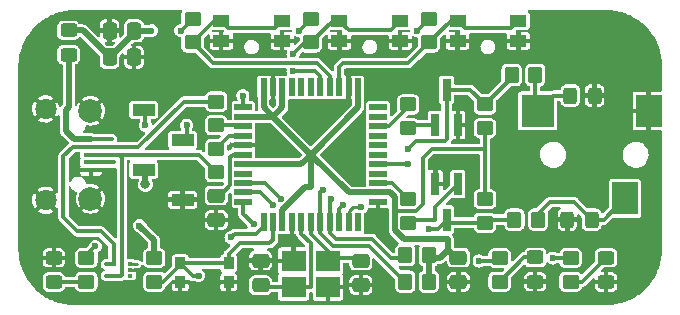
<source format=gbr>
%TF.GenerationSoftware,KiCad,Pcbnew,(6.0.1)*%
%TF.CreationDate,2022-05-26T13:37:06-04:00*%
%TF.ProjectId,microkfd,6d696372-6f6b-4666-942e-6b696361645f,D*%
%TF.SameCoordinates,Original*%
%TF.FileFunction,Copper,L1,Top*%
%TF.FilePolarity,Positive*%
%FSLAX46Y46*%
G04 Gerber Fmt 4.6, Leading zero omitted, Abs format (unit mm)*
G04 Created by KiCad (PCBNEW (6.0.1)) date 2022-05-26 13:37:06*
%MOMM*%
%LPD*%
G01*
G04 APERTURE LIST*
G04 Aperture macros list*
%AMRoundRect*
0 Rectangle with rounded corners*
0 $1 Rounding radius*
0 $2 $3 $4 $5 $6 $7 $8 $9 X,Y pos of 4 corners*
0 Add a 4 corners polygon primitive as box body*
4,1,4,$2,$3,$4,$5,$6,$7,$8,$9,$2,$3,0*
0 Add four circle primitives for the rounded corners*
1,1,$1+$1,$2,$3*
1,1,$1+$1,$4,$5*
1,1,$1+$1,$6,$7*
1,1,$1+$1,$8,$9*
0 Add four rect primitives between the rounded corners*
20,1,$1+$1,$2,$3,$4,$5,0*
20,1,$1+$1,$4,$5,$6,$7,0*
20,1,$1+$1,$6,$7,$8,$9,0*
20,1,$1+$1,$8,$9,$2,$3,0*%
G04 Aperture macros list end*
%TA.AperFunction,SMDPad,CuDef*%
%ADD10RoundRect,0.250000X0.475000X-0.337500X0.475000X0.337500X-0.475000X0.337500X-0.475000X-0.337500X0*%
%TD*%
%TA.AperFunction,SMDPad,CuDef*%
%ADD11RoundRect,0.250000X-0.475000X0.337500X-0.475000X-0.337500X0.475000X-0.337500X0.475000X0.337500X0*%
%TD*%
%TA.AperFunction,SMDPad,CuDef*%
%ADD12RoundRect,0.250000X-0.337500X-0.475000X0.337500X-0.475000X0.337500X0.475000X-0.337500X0.475000X0*%
%TD*%
%TA.AperFunction,SMDPad,CuDef*%
%ADD13RoundRect,0.249999X-0.325001X-0.450001X0.325001X-0.450001X0.325001X0.450001X-0.325001X0.450001X0*%
%TD*%
%TA.AperFunction,SMDPad,CuDef*%
%ADD14RoundRect,0.249999X0.325001X0.450001X-0.325001X0.450001X-0.325001X-0.450001X0.325001X-0.450001X0*%
%TD*%
%TA.AperFunction,SMDPad,CuDef*%
%ADD15RoundRect,0.249999X-0.450001X0.325001X-0.450001X-0.325001X0.450001X-0.325001X0.450001X0.325001X0*%
%TD*%
%TA.AperFunction,SMDPad,CuDef*%
%ADD16RoundRect,0.249999X0.450001X-0.325001X0.450001X0.325001X-0.450001X0.325001X-0.450001X-0.325001X0*%
%TD*%
%TA.AperFunction,SMDPad,CuDef*%
%ADD17R,2.200000X2.800000*%
%TD*%
%TA.AperFunction,SMDPad,CuDef*%
%ADD18R,2.800000X2.800000*%
%TD*%
%TA.AperFunction,SMDPad,CuDef*%
%ADD19R,1.900000X1.000000*%
%TD*%
%TA.AperFunction,SMDPad,CuDef*%
%ADD20RoundRect,0.249999X-0.450001X0.350001X-0.450001X-0.350001X0.450001X-0.350001X0.450001X0.350001X0*%
%TD*%
%TA.AperFunction,SMDPad,CuDef*%
%ADD21RoundRect,0.249999X0.450001X-0.350001X0.450001X0.350001X-0.450001X0.350001X-0.450001X-0.350001X0*%
%TD*%
%TA.AperFunction,SMDPad,CuDef*%
%ADD22RoundRect,0.249999X-0.350001X-0.450001X0.350001X-0.450001X0.350001X0.450001X-0.350001X0.450001X0*%
%TD*%
%TA.AperFunction,SMDPad,CuDef*%
%ADD23R,0.900000X1.000000*%
%TD*%
%TA.AperFunction,SMDPad,CuDef*%
%ADD24R,1.450000X1.000000*%
%TD*%
%TA.AperFunction,SMDPad,CuDef*%
%ADD25R,0.450000X0.300000*%
%TD*%
%TA.AperFunction,SMDPad,CuDef*%
%ADD26R,2.100000X1.800000*%
%TD*%
%TA.AperFunction,SMDPad,CuDef*%
%ADD27R,1.300000X0.450000*%
%TD*%
%TA.AperFunction,ComponentPad*%
%ADD28C,2.000000*%
%TD*%
%TA.AperFunction,ComponentPad*%
%ADD29C,1.800000*%
%TD*%
%TA.AperFunction,SMDPad,CuDef*%
%ADD30R,1.500000X0.550000*%
%TD*%
%TA.AperFunction,SMDPad,CuDef*%
%ADD31R,0.550000X1.500000*%
%TD*%
%TA.AperFunction,SMDPad,CuDef*%
%ADD32R,0.800000X1.900000*%
%TD*%
%TA.AperFunction,ViaPad*%
%ADD33C,0.600000*%
%TD*%
%TA.AperFunction,ViaPad*%
%ADD34C,0.800000*%
%TD*%
%TA.AperFunction,Conductor*%
%ADD35C,0.375000*%
%TD*%
%TA.AperFunction,Conductor*%
%ADD36C,0.250000*%
%TD*%
%TA.AperFunction,Conductor*%
%ADD37C,0.500000*%
%TD*%
G04 APERTURE END LIST*
D10*
%TO.P,C1,1*%
%TO.N,GND*%
X119250000Y-111037500D03*
%TO.P,C1,2*%
%TO.N,XT1*%
X119250000Y-108962500D03*
%TD*%
D11*
%TO.P,C2,1*%
%TO.N,GND*%
X110750000Y-108962500D03*
%TO.P,C2,2*%
%TO.N,XT2*%
X110750000Y-111037500D03*
%TD*%
%TO.P,C3,1*%
%TO.N,Net-(C3-Pad1)*%
X107000000Y-103462500D03*
%TO.P,C3,2*%
%TO.N,GND*%
X107000000Y-105537500D03*
%TD*%
D12*
%TO.P,C4,1*%
%TO.N,GND*%
X97962500Y-89500000D03*
%TO.P,C4,2*%
%TO.N,+5V*%
X100037500Y-89500000D03*
%TD*%
D10*
%TO.P,C5,1*%
%TO.N,GND*%
X127500000Y-110787500D03*
%TO.P,C5,2*%
%TO.N,+5V*%
X127500000Y-108712500D03*
%TD*%
D12*
%TO.P,C6,1*%
%TO.N,+5V*%
X97962500Y-91750000D03*
%TO.P,C6,2*%
%TO.N,GND*%
X100037500Y-91750000D03*
%TD*%
D13*
%TO.P,D1,1,A1*%
%TO.N,Net-(D1-Pad1)*%
X136975000Y-95000000D03*
%TO.P,D1,2,A2*%
%TO.N,GND*%
X139025000Y-95000000D03*
%TD*%
D14*
%TO.P,D2,1,A1*%
%TO.N,Net-(D2-Pad1)*%
X138775000Y-105500000D03*
%TO.P,D2,2,A2*%
%TO.N,GND*%
X136725000Y-105500000D03*
%TD*%
D15*
%TO.P,D3,1,K*%
%TO.N,GND*%
X93250000Y-108725000D03*
%TO.P,D3,2,A*%
%TO.N,Net-(D3-Pad2)*%
X93250000Y-110775000D03*
%TD*%
D16*
%TO.P,D4,1,K*%
%TO.N,GND*%
X134000000Y-110750000D03*
%TO.P,D4,2,A*%
%TO.N,Net-(D4-Pad2)*%
X134000000Y-108700000D03*
%TD*%
%TO.P,D5,1,K*%
%TO.N,GND*%
X140000000Y-110775000D03*
%TO.P,D5,2,A*%
%TO.N,Net-(D5-Pad2)*%
X140000000Y-108725000D03*
%TD*%
D15*
%TO.P,F1,1*%
%TO.N,+5V*%
X94500000Y-89475000D03*
%TO.P,F1,2*%
%TO.N,Net-(F1-Pad2)*%
X94500000Y-91525000D03*
%TD*%
D17*
%TO.P,J2,R*%
%TO.N,Net-(D2-Pad1)*%
X141600000Y-103700000D03*
%TO.P,J2,S*%
%TO.N,GND*%
X143600000Y-96300000D03*
D18*
%TO.P,J2,T*%
%TO.N,Net-(D1-Pad1)*%
X134200000Y-96300000D03*
%TD*%
D19*
%TO.P,J3,1,Pin_1*%
%TO.N,GND*%
X104150000Y-103810000D03*
%TO.P,J3,2,Pin_2*%
%TO.N,+5V*%
X100850000Y-101270000D03*
%TO.P,J3,3,Pin_3*%
%TO.N,I2C_SDA*%
X104150000Y-98730000D03*
%TO.P,J3,4,Pin_4*%
%TO.N,I2C_SCL*%
X100850000Y-96190000D03*
%TD*%
D20*
%TO.P,R1,1*%
%TO.N,Net-(R1-Pad1)*%
X107000000Y-99500000D03*
%TO.P,R1,2*%
%TO.N,Net-(J1-Pad3)*%
X107000000Y-101500000D03*
%TD*%
%TO.P,R2,1*%
%TO.N,Net-(J1-Pad2)*%
X107000000Y-95500000D03*
%TO.P,R2,2*%
%TO.N,Net-(R2-Pad2)*%
X107000000Y-97500000D03*
%TD*%
D21*
%TO.P,R3,1*%
%TO.N,RST*%
X101750000Y-110750000D03*
%TO.P,R3,2*%
%TO.N,+5V*%
X101750000Y-108750000D03*
%TD*%
D22*
%TO.P,R4,1*%
%TO.N,I2C_SCL*%
X123000000Y-110750000D03*
%TO.P,R4,2*%
%TO.N,+5V*%
X125000000Y-110750000D03*
%TD*%
D21*
%TO.P,R5,1*%
%TO.N,SW_DN*%
X105000000Y-90500000D03*
%TO.P,R5,2*%
%TO.N,+5V*%
X105000000Y-88500000D03*
%TD*%
D22*
%TO.P,R6,1*%
%TO.N,I2C_SDA*%
X123000000Y-108500000D03*
%TO.P,R6,2*%
%TO.N,+5V*%
X125000000Y-108500000D03*
%TD*%
D21*
%TO.P,R7,1*%
%TO.N,SW_ENT*%
X115000000Y-90500000D03*
%TO.P,R7,2*%
%TO.N,+5V*%
X115000000Y-88500000D03*
%TD*%
%TO.P,R8,1*%
%TO.N,Net-(Q1-Pad1)*%
X123250000Y-97750000D03*
%TO.P,R8,2*%
%TO.N,DATA_OUT*%
X123250000Y-95750000D03*
%TD*%
%TO.P,R9,1*%
%TO.N,Net-(Q2-Pad1)*%
X123250000Y-105750000D03*
%TO.P,R9,2*%
%TO.N,SENSE_OUT*%
X123250000Y-103750000D03*
%TD*%
D20*
%TO.P,R10,1*%
%TO.N,DATA_IN*%
X129750000Y-95750000D03*
%TO.P,R10,2*%
%TO.N,+5V*%
X129750000Y-97750000D03*
%TD*%
D21*
%TO.P,R11,1*%
%TO.N,SENSE_IN*%
X129750000Y-105750000D03*
%TO.P,R11,2*%
%TO.N,+5V*%
X129750000Y-103750000D03*
%TD*%
%TO.P,R12,1*%
%TO.N,SW_UP*%
X125000000Y-90500000D03*
%TO.P,R12,2*%
%TO.N,+5V*%
X125000000Y-88500000D03*
%TD*%
D22*
%TO.P,R13,1*%
%TO.N,DATA_IN*%
X132000000Y-93250000D03*
%TO.P,R13,2*%
%TO.N,Net-(D1-Pad1)*%
X134000000Y-93250000D03*
%TD*%
%TO.P,R14,1*%
%TO.N,SENSE_IN*%
X132250000Y-105500000D03*
%TO.P,R14,2*%
%TO.N,Net-(D2-Pad1)*%
X134250000Y-105500000D03*
%TD*%
D20*
%TO.P,R15,1*%
%TO.N,LED_PWR*%
X96000000Y-108750000D03*
%TO.P,R15,2*%
%TO.N,Net-(D3-Pad2)*%
X96000000Y-110750000D03*
%TD*%
%TO.P,R16,1*%
%TO.N,LED_SNS*%
X131000000Y-108750000D03*
%TO.P,R16,2*%
%TO.N,Net-(D4-Pad2)*%
X131000000Y-110750000D03*
%TD*%
%TO.P,R17,1*%
%TO.N,LED_ACT*%
X137000000Y-108750000D03*
%TO.P,R17,2*%
%TO.N,Net-(D5-Pad2)*%
X137000000Y-110750000D03*
%TD*%
D23*
%TO.P,SW1,1,1*%
%TO.N,GND*%
X108050000Y-110800000D03*
X103950000Y-110800000D03*
%TO.P,SW1,2,2*%
%TO.N,RST*%
X108050000Y-109200000D03*
X103950000Y-109200000D03*
%TD*%
D24*
%TO.P,SW2,1,1*%
%TO.N,SW_DN*%
X112575000Y-88650000D03*
X107425000Y-88650000D03*
%TO.P,SW2,2,2*%
%TO.N,GND*%
X107425000Y-90350000D03*
X112575000Y-90350000D03*
%TD*%
%TO.P,SW3,1,1*%
%TO.N,SW_ENT*%
X122575000Y-88650000D03*
X117425000Y-88650000D03*
%TO.P,SW3,2,2*%
%TO.N,GND*%
X122575000Y-90350000D03*
X117425000Y-90350000D03*
%TD*%
%TO.P,SW4,1,1*%
%TO.N,SW_UP*%
X132575000Y-88650000D03*
X127425000Y-88650000D03*
%TO.P,SW4,2,2*%
%TO.N,GND*%
X127425000Y-90350000D03*
X132575000Y-90350000D03*
%TD*%
D25*
%TO.P,U1,1*%
%TO.N,N/C*%
X99700000Y-110250000D03*
%TO.P,U1,2,GND*%
%TO.N,GND*%
X99700000Y-109750000D03*
%TO.P,U1,3,VCC*%
%TO.N,unconnected-(U1-Pad3)*%
X99700000Y-109250000D03*
%TO.P,U1,4,IO2*%
%TO.N,Net-(J1-Pad2)*%
X98300000Y-109250000D03*
%TO.P,U1,5,IO1*%
%TO.N,Net-(J1-Pad3)*%
X98300000Y-110250000D03*
%TD*%
D26*
%TO.P,Y1,1,1*%
%TO.N,XT2*%
X113550000Y-111200000D03*
%TO.P,Y1,2,2*%
%TO.N,GND*%
X116450000Y-111200000D03*
%TO.P,Y1,3,3*%
%TO.N,XT1*%
X116450000Y-109000000D03*
%TO.P,Y1,4,4*%
%TO.N,GND*%
X113550000Y-109000000D03*
%TD*%
D27*
%TO.P,J1,1,VBUS*%
%TO.N,Net-(F1-Pad2)*%
X96400000Y-98700000D03*
%TO.P,J1,2,D-*%
%TO.N,Net-(J1-Pad2)*%
X96400000Y-99350000D03*
%TO.P,J1,3,D+*%
%TO.N,Net-(J1-Pad3)*%
X96400000Y-100000000D03*
%TO.P,J1,4,ID*%
%TO.N,unconnected-(J1-Pad4)*%
X96400000Y-100650000D03*
%TO.P,J1,5,GND*%
%TO.N,GND*%
X96400000Y-101300000D03*
D28*
%TO.P,J1,6,Shield*%
X96350000Y-96275000D03*
X96350000Y-103725000D03*
D29*
X92550000Y-96125000D03*
X92550000Y-103875000D03*
%TD*%
D30*
%TO.P,U2,1,PE6*%
%TO.N,LED_ACT*%
X109300000Y-96000000D03*
%TO.P,U2,2,UVCC*%
%TO.N,+5V*%
X109300000Y-96800000D03*
%TO.P,U2,3,D-*%
%TO.N,Net-(R2-Pad2)*%
X109300000Y-97600000D03*
%TO.P,U2,4,D+*%
%TO.N,Net-(R1-Pad1)*%
X109300000Y-98400000D03*
%TO.P,U2,5,UGND*%
%TO.N,GND*%
X109300000Y-99200000D03*
%TO.P,U2,6,UCAP*%
%TO.N,Net-(C3-Pad1)*%
X109300000Y-100000000D03*
%TO.P,U2,7,VBUS*%
%TO.N,+5V*%
X109300000Y-100800000D03*
%TO.P,U2,8,PB0*%
%TO.N,unconnected-(U2-Pad8)*%
X109300000Y-101600000D03*
%TO.P,U2,9,PB1*%
%TO.N,SCK*%
X109300000Y-102400000D03*
%TO.P,U2,10,PB2*%
%TO.N,MOSI*%
X109300000Y-103200000D03*
%TO.P,U2,11,PB3*%
%TO.N,MISO*%
X109300000Y-104000000D03*
D31*
%TO.P,U2,12,PB7*%
%TO.N,LED_PWR*%
X111000000Y-105700000D03*
%TO.P,U2,13,~{RESET}*%
%TO.N,RST*%
X111800000Y-105700000D03*
%TO.P,U2,14,VCC*%
%TO.N,+5V*%
X112600000Y-105700000D03*
%TO.P,U2,15,GND*%
%TO.N,GND*%
X113400000Y-105700000D03*
%TO.P,U2,16,XTAL2*%
%TO.N,XT2*%
X114200000Y-105700000D03*
%TO.P,U2,17,XTAL1*%
%TO.N,XT1*%
X115000000Y-105700000D03*
%TO.P,U2,18,PD0*%
%TO.N,I2C_SCL*%
X115800000Y-105700000D03*
%TO.P,U2,19,PD1*%
%TO.N,I2C_SDA*%
X116600000Y-105700000D03*
%TO.P,U2,20,PD2*%
%TO.N,DATA_IN*%
X117400000Y-105700000D03*
%TO.P,U2,21,PD3*%
%TO.N,SENSE_IN*%
X118200000Y-105700000D03*
%TO.P,U2,22,PD5*%
%TO.N,unconnected-(U2-Pad22)*%
X119000000Y-105700000D03*
D30*
%TO.P,U2,23,GND*%
%TO.N,GND*%
X120700000Y-104000000D03*
%TO.P,U2,24,AVCC*%
%TO.N,+5V*%
X120700000Y-103200000D03*
%TO.P,U2,25,PD4*%
%TO.N,SENSE_OUT*%
X120700000Y-102400000D03*
%TO.P,U2,26,PD6*%
%TO.N,unconnected-(U2-Pad26)*%
X120700000Y-101600000D03*
%TO.P,U2,27,PD7*%
%TO.N,LED_SNS*%
X120700000Y-100800000D03*
%TO.P,U2,28,PB4*%
%TO.N,unconnected-(U2-Pad28)*%
X120700000Y-100000000D03*
%TO.P,U2,29,PB5*%
%TO.N,unconnected-(U2-Pad29)*%
X120700000Y-99200000D03*
%TO.P,U2,30,PB6*%
%TO.N,unconnected-(U2-Pad30)*%
X120700000Y-98400000D03*
%TO.P,U2,31,PC6*%
%TO.N,DATA_OUT*%
X120700000Y-97600000D03*
%TO.P,U2,32,PC7*%
%TO.N,unconnected-(U2-Pad32)*%
X120700000Y-96800000D03*
%TO.P,U2,33,~{HWB}/PE2*%
%TO.N,unconnected-(U2-Pad33)*%
X120700000Y-96000000D03*
D31*
%TO.P,U2,34,VCC*%
%TO.N,+5V*%
X119000000Y-94300000D03*
%TO.P,U2,35,GND*%
%TO.N,GND*%
X118200000Y-94300000D03*
%TO.P,U2,36,PF7*%
%TO.N,SW_UP*%
X117400000Y-94300000D03*
%TO.P,U2,37,PF6*%
%TO.N,SW_DN*%
X116600000Y-94300000D03*
%TO.P,U2,38,PF5*%
%TO.N,SW_ENT*%
X115800000Y-94300000D03*
%TO.P,U2,39,PF4*%
%TO.N,unconnected-(U2-Pad39)*%
X115000000Y-94300000D03*
%TO.P,U2,40,PF1*%
%TO.N,unconnected-(U2-Pad40)*%
X114200000Y-94300000D03*
%TO.P,U2,41,PF0*%
%TO.N,unconnected-(U2-Pad41)*%
X113400000Y-94300000D03*
%TO.P,U2,42,AREF*%
%TO.N,+5V*%
X112600000Y-94300000D03*
%TO.P,U2,43,GND*%
%TO.N,GND*%
X111800000Y-94300000D03*
%TO.P,U2,44,AVCC*%
%TO.N,+5V*%
X111000000Y-94300000D03*
%TD*%
D32*
%TO.P,Q2,1,G*%
%TO.N,Net-(Q2-Pad1)*%
X127450000Y-102500000D03*
%TO.P,Q2,2,S*%
%TO.N,GND*%
X125550000Y-102500000D03*
%TO.P,Q2,3,D*%
%TO.N,SENSE_IN*%
X126500000Y-105500000D03*
%TD*%
%TO.P,Q1,1,G*%
%TO.N,Net-(Q1-Pad1)*%
X125550000Y-97500000D03*
%TO.P,Q1,2,S*%
%TO.N,GND*%
X127450000Y-97500000D03*
%TO.P,Q1,3,D*%
%TO.N,DATA_IN*%
X126500000Y-94500000D03*
%TD*%
D33*
%TO.N,GND*%
X144000000Y-92250000D03*
X140500000Y-88250000D03*
X142500000Y-89000000D03*
X143250000Y-90000000D03*
X143750000Y-91000000D03*
X141500000Y-88500000D03*
X116000000Y-96750000D03*
X111000000Y-90250000D03*
X139000000Y-112250000D03*
X120250000Y-106250000D03*
X142250000Y-111500000D03*
X141250000Y-112000000D03*
X106000000Y-112250000D03*
X121250000Y-106250000D03*
X119000000Y-97500000D03*
X106250000Y-93250000D03*
X132000000Y-112250000D03*
X93500000Y-88500000D03*
X144000000Y-100500000D03*
X140000000Y-112250000D03*
X137000000Y-112250000D03*
X134000000Y-112250000D03*
X137500000Y-88250000D03*
X117500000Y-96000000D03*
X114500000Y-96000000D03*
X119000000Y-99500000D03*
X100250000Y-107500000D03*
X134500000Y-88250000D03*
X105250000Y-93250000D03*
X143750000Y-109750000D03*
X130000000Y-112250000D03*
X119000000Y-101500000D03*
X91000000Y-107250000D03*
X107250000Y-93250000D03*
X121000000Y-90250000D03*
X112750000Y-99250000D03*
X131000000Y-90250000D03*
X104000000Y-112250000D03*
X108000000Y-112250000D03*
X144000000Y-99500000D03*
X113500000Y-96000000D03*
X127000000Y-112250000D03*
X144000000Y-107500000D03*
X91000000Y-108250000D03*
X119000000Y-100500000D03*
X128000000Y-112250000D03*
X91000000Y-101500000D03*
X121250000Y-105250000D03*
X105000000Y-112250000D03*
X111250000Y-100000000D03*
X96250000Y-93500000D03*
X91000000Y-99500000D03*
X144000000Y-102500000D03*
X114000000Y-96750000D03*
X144000000Y-106500000D03*
X99000000Y-112250000D03*
X97500000Y-93500000D03*
X116500000Y-96000000D03*
X102500000Y-102250000D03*
X102500000Y-88250000D03*
X91250000Y-109500000D03*
X103500000Y-88250000D03*
X120250000Y-105250000D03*
X135000000Y-112250000D03*
X139500000Y-88250000D03*
X122000000Y-112250000D03*
X107000000Y-112250000D03*
X144000000Y-93500000D03*
X144000000Y-108750000D03*
X144000000Y-105500000D03*
X118250000Y-99000000D03*
X103250000Y-93250000D03*
X104250000Y-93250000D03*
X121000000Y-112250000D03*
X118250000Y-100000000D03*
X92500000Y-89000000D03*
X104500000Y-102250000D03*
X144000000Y-103500000D03*
X133000000Y-112250000D03*
X95500000Y-88250000D03*
X94750000Y-100750000D03*
X125000000Y-112250000D03*
X91750000Y-89750000D03*
X109000000Y-90250000D03*
X91000000Y-91750000D03*
X102000000Y-112250000D03*
X91000000Y-106250000D03*
X138500000Y-88250000D03*
X91250000Y-90750000D03*
X103000000Y-101500000D03*
X123000000Y-112250000D03*
X135500000Y-88250000D03*
X94500000Y-88250000D03*
X131000000Y-112250000D03*
X101500000Y-88250000D03*
X98750000Y-93500000D03*
X144000000Y-104500000D03*
X129000000Y-90250000D03*
X119000000Y-112250000D03*
X126000000Y-112250000D03*
X118250000Y-101000000D03*
X115500000Y-96000000D03*
X105500000Y-102250000D03*
X124000000Y-112250000D03*
X119000000Y-90250000D03*
X96000000Y-112250000D03*
X105000000Y-101500000D03*
X118250000Y-98000000D03*
X91000000Y-102500000D03*
X91000000Y-93750000D03*
X118250000Y-102000000D03*
X129000000Y-112250000D03*
X104000000Y-101500000D03*
X91000000Y-97500000D03*
X136000000Y-112250000D03*
X101000000Y-112250000D03*
X103000000Y-112250000D03*
X91000000Y-92750000D03*
X119000000Y-98500000D03*
X143250000Y-110750000D03*
X138000000Y-112250000D03*
X109000000Y-112250000D03*
X94750000Y-103750000D03*
X117000000Y-96750000D03*
X91000000Y-100500000D03*
X100000000Y-112250000D03*
X91000000Y-98500000D03*
X110750000Y-99250000D03*
X96500000Y-88250000D03*
X115000000Y-96750000D03*
X97000000Y-112250000D03*
X111750000Y-93000000D03*
X136500000Y-88250000D03*
X144000000Y-98500000D03*
X120000000Y-112250000D03*
X98000000Y-112250000D03*
X111750000Y-99250000D03*
X144000000Y-101500000D03*
X103500000Y-102250000D03*
X95000000Y-112250000D03*
X112250000Y-100000000D03*
%TO.N,+5V*%
X124000000Y-89500000D03*
X114000000Y-89500000D03*
X101500000Y-89500000D03*
X100500000Y-106000000D03*
D34*
X115000000Y-100000000D03*
X101000000Y-102500000D03*
D33*
X104000000Y-89500000D03*
%TO.N,I2C_SDA*%
X116750000Y-103750000D03*
X104500000Y-97500000D03*
%TO.N,I2C_SCL*%
X116000000Y-103000000D03*
X101000000Y-97500000D03*
%TO.N,DATA_IN*%
X123250000Y-99500000D03*
X117725000Y-104250000D03*
%TO.N,SENSE_IN*%
X119273954Y-104450499D03*
X125000000Y-106250000D03*
%TO.N,SW_ENT*%
X113500000Y-91500000D03*
X113500000Y-92937000D03*
%TO.N,LED_PWR*%
X108250000Y-107000000D03*
X96750000Y-107750000D03*
%TO.N,LED_SNS*%
X129250000Y-109000000D03*
X123250000Y-100750000D03*
%TO.N,LED_ACT*%
X109250000Y-95000000D03*
X135500000Y-108750000D03*
%TO.N,MISO*%
X110155331Y-105905331D03*
%TO.N,SCK*%
X112477168Y-103727168D03*
%TO.N,MOSI*%
X111780331Y-104280331D03*
%TO.N,RST*%
X105500000Y-110250000D03*
%TD*%
D35*
%TO.N,XT1*%
X115000000Y-106686814D02*
X116450000Y-108136814D01*
X115000000Y-105700000D02*
X115000000Y-106686814D01*
X116450000Y-108136814D02*
X116450000Y-108650000D01*
X119500000Y-108712500D02*
X116512500Y-108712500D01*
D36*
%TO.N,GND*%
X99700000Y-109750000D02*
X100300000Y-109750000D01*
D35*
%TO.N,XT2*%
X114975000Y-111200000D02*
X113550000Y-111200000D01*
X114987501Y-111187499D02*
X114975000Y-111200000D01*
X114200000Y-106700000D02*
X114987501Y-107487501D01*
X113550000Y-111200000D02*
X110912500Y-111200000D01*
X114987501Y-107487501D02*
X114987501Y-111187499D01*
X110912500Y-111200000D02*
X110750000Y-111037500D01*
X114200000Y-105700000D02*
X114200000Y-106700000D01*
%TO.N,Net-(C3-Pad1)*%
X108162499Y-102587501D02*
X108162499Y-100214999D01*
X107287500Y-103462500D02*
X108162499Y-102587501D01*
X108377498Y-100000000D02*
X109300000Y-100000000D01*
X107000000Y-103462500D02*
X107287500Y-103462500D01*
X108162499Y-100214999D02*
X108377498Y-100000000D01*
D37*
%TO.N,+5V*%
X120700000Y-103200000D02*
X121735002Y-103200000D01*
D35*
X124500000Y-104200882D02*
X123937902Y-104762980D01*
D37*
X121735002Y-103200000D02*
X122099990Y-103564988D01*
X112600000Y-96000000D02*
X111800000Y-96800000D01*
D35*
X104000000Y-89500000D02*
X105000000Y-88500000D01*
D37*
X101750000Y-107250000D02*
X100500000Y-106000000D01*
X101000000Y-101420000D02*
X100850000Y-101270000D01*
X114200000Y-100800000D02*
X115000000Y-100000000D01*
D35*
X129750000Y-99500000D02*
X129750000Y-103750000D01*
D37*
X109300000Y-96800000D02*
X111800000Y-96800000D01*
X115000000Y-102750000D02*
X114514998Y-102750000D01*
X122099990Y-106389956D02*
X122860035Y-107150001D01*
X118200000Y-103200000D02*
X115000000Y-100000000D01*
X119000000Y-96000000D02*
X115000000Y-100000000D01*
D35*
X125250000Y-99500000D02*
X129750000Y-99500000D01*
D37*
X114514998Y-102750000D02*
X112600000Y-104664998D01*
D35*
X122262980Y-104762980D02*
X122099990Y-104599990D01*
X124500000Y-104200882D02*
X124500000Y-100250000D01*
D37*
X95687500Y-89475000D02*
X97962500Y-91750000D01*
X109300000Y-100800000D02*
X114200000Y-100800000D01*
X100037500Y-89712500D02*
X100037500Y-89500000D01*
X125912498Y-108750000D02*
X126599999Y-108062499D01*
X112600000Y-94300000D02*
X112600000Y-96000000D01*
X111000000Y-94300000D02*
X111000000Y-96000000D01*
D35*
X123937902Y-104762980D02*
X122262980Y-104762980D01*
D37*
X111000000Y-96000000D02*
X111800000Y-96800000D01*
D35*
X124000000Y-89500000D02*
X125000000Y-88500000D01*
D37*
X97962500Y-91750000D02*
X98000000Y-91750000D01*
X115000000Y-100000000D02*
X115000000Y-102750000D01*
X125000000Y-108500000D02*
X125000000Y-110750000D01*
X101000000Y-102500000D02*
X101000000Y-101420000D01*
X126599999Y-108062499D02*
X126599999Y-107150001D01*
D35*
X124500000Y-100250000D02*
X125250000Y-99500000D01*
X114000000Y-89500000D02*
X115000000Y-88500000D01*
D37*
X120700000Y-103200000D02*
X118200000Y-103200000D01*
X119000000Y-94300000D02*
X119000000Y-96000000D01*
D35*
X129750000Y-97750000D02*
X129750000Y-99500000D01*
D37*
X125000000Y-108750000D02*
X125912498Y-108750000D01*
X112600000Y-104664998D02*
X112600000Y-105700000D01*
X94500000Y-89475000D02*
X95687500Y-89475000D01*
X122099990Y-103564988D02*
X122099990Y-106389956D01*
X111800000Y-96800000D02*
X115000000Y-100000000D01*
X122860035Y-107150001D02*
X126599999Y-107150001D01*
X100037500Y-89500000D02*
X101500000Y-89500000D01*
X127500000Y-108962500D02*
X126599999Y-108062499D01*
X101750000Y-108750000D02*
X101750000Y-107250000D01*
X98000000Y-91750000D02*
X100037500Y-89712500D01*
D35*
%TO.N,Net-(D1-Pad1)*%
X134000000Y-96100000D02*
X134200000Y-96300000D01*
X135500000Y-95000000D02*
X134200000Y-96300000D01*
X136975000Y-95000000D02*
X135500000Y-95000000D01*
X134000000Y-93250000D02*
X134000000Y-96100000D01*
%TO.N,Net-(D2-Pad1)*%
X134250000Y-105500000D02*
X134250000Y-105000000D01*
X134250000Y-105000000D02*
X135250000Y-104000000D01*
X135250000Y-104000000D02*
X137275000Y-104000000D01*
X137275000Y-104000000D02*
X138775000Y-105500000D01*
X139800000Y-105500000D02*
X141600000Y-103700000D01*
X138775000Y-105500000D02*
X139800000Y-105500000D01*
%TO.N,Net-(D3-Pad2)*%
X93500000Y-110775000D02*
X96225000Y-110775000D01*
%TO.N,Net-(D4-Pad2)*%
X134000000Y-108700000D02*
X133050000Y-108700000D01*
X133050000Y-108700000D02*
X131000000Y-110750000D01*
%TO.N,Net-(D5-Pad2)*%
X137000000Y-110750000D02*
X137975000Y-110750000D01*
X137975000Y-110750000D02*
X140000000Y-108725000D01*
D37*
%TO.N,Net-(F1-Pad2)*%
X94500000Y-96000000D02*
X94500000Y-91525000D01*
D35*
X96400000Y-98700000D02*
X98200000Y-98700000D01*
D37*
X94925489Y-98675489D02*
X96400000Y-98675489D01*
X94250000Y-98000000D02*
X94925489Y-98675489D01*
X94500000Y-96000000D02*
X94250000Y-96250000D01*
X94250000Y-96250000D02*
X94250000Y-98000000D01*
D35*
%TO.N,Net-(J1-Pad2)*%
X98300000Y-109250000D02*
X97650000Y-109250000D01*
X96400000Y-99350000D02*
X100400000Y-99350000D01*
X100400000Y-99350000D02*
X104250000Y-95500000D01*
X95250000Y-106500000D02*
X94062499Y-105312499D01*
X94062499Y-105312499D02*
X94062499Y-100137501D01*
X96400000Y-99350000D02*
X94850000Y-99350000D01*
X104250000Y-95500000D02*
X107000000Y-95500000D01*
X98300000Y-107550000D02*
X97250000Y-106500000D01*
X97250000Y-106500000D02*
X95250000Y-106500000D01*
X94062499Y-100137501D02*
X94850000Y-99350000D01*
X98300000Y-109250000D02*
X98300000Y-107550000D01*
%TO.N,Net-(J1-Pad3)*%
X99000000Y-100275000D02*
X98725000Y-100000000D01*
X98300000Y-110250000D02*
X98900000Y-110250000D01*
X97850000Y-110250000D02*
X97662520Y-110250000D01*
X98300000Y-110250000D02*
X97850000Y-110250000D01*
X96400000Y-100000000D02*
X98725000Y-100000000D01*
X98900000Y-110250000D02*
X99000000Y-110150000D01*
X105500000Y-100000000D02*
X98725000Y-100000000D01*
X99000000Y-110150000D02*
X99000000Y-100275000D01*
X105500000Y-100000000D02*
X107000000Y-101500000D01*
%TO.N,unconnected-(J1-Pad4)*%
X96400000Y-100650000D02*
X98324990Y-100650000D01*
%TO.N,I2C_SDA*%
X116600000Y-103900000D02*
X116750000Y-103750000D01*
X121814764Y-108750000D02*
X120202253Y-107137489D01*
X116600000Y-106609316D02*
X116600000Y-105700000D01*
X117128173Y-107137489D02*
X116600000Y-106609316D01*
X116600000Y-105700000D02*
X116600000Y-103900000D01*
X104500000Y-97500000D02*
X104500000Y-98380000D01*
X120202253Y-107137489D02*
X117128173Y-107137489D01*
X123000000Y-108750000D02*
X121814764Y-108750000D01*
X104500000Y-98380000D02*
X104150000Y-98730000D01*
%TO.N,I2C_SCL*%
X116889997Y-107712499D02*
X119964077Y-107712499D01*
X119964077Y-107712499D02*
X123000000Y-110748422D01*
X101000000Y-97500000D02*
X101000000Y-96340000D01*
X115800000Y-106622502D02*
X116889997Y-107712499D01*
X115800000Y-105700000D02*
X115800000Y-106622502D01*
X101000000Y-96340000D02*
X100850000Y-96190000D01*
X115800000Y-105700000D02*
X115800000Y-103200000D01*
X115800000Y-103200000D02*
X116000000Y-103000000D01*
%TO.N,Net-(Q1-Pad1)*%
X125550000Y-97500000D02*
X123500000Y-97500000D01*
X123500000Y-97500000D02*
X123250000Y-97750000D01*
%TO.N,DATA_IN*%
X126337011Y-98837011D02*
X123912989Y-98837011D01*
X126500000Y-94500000D02*
X126500000Y-98674022D01*
X123912989Y-98837011D02*
X123250000Y-99500000D01*
X117725000Y-104250000D02*
X117400000Y-104575000D01*
X117400000Y-104575000D02*
X117400000Y-105700000D01*
X128500000Y-94500000D02*
X126500000Y-94500000D01*
X132000000Y-93250000D02*
X132000000Y-93500000D01*
X129750000Y-95750000D02*
X128500000Y-94500000D01*
X126500000Y-98674022D02*
X126337011Y-98837011D01*
X132000000Y-93500000D02*
X129750000Y-95750000D01*
%TO.N,Net-(Q2-Pad1)*%
X125550000Y-104400000D02*
X127450000Y-102500000D01*
X123500000Y-105500000D02*
X123250000Y-105750000D01*
X125550000Y-105500000D02*
X123500000Y-105500000D01*
X125550000Y-105500000D02*
X125550000Y-104400000D01*
%TO.N,SENSE_IN*%
X126500000Y-105500000D02*
X125750000Y-106250000D01*
D36*
X118200000Y-104800000D02*
X118549501Y-104450499D01*
X118549501Y-104450499D02*
X119273954Y-104450499D01*
D35*
X129750000Y-105750000D02*
X126750000Y-105750000D01*
X130000000Y-105500000D02*
X129750000Y-105750000D01*
X126750000Y-105750000D02*
X126500000Y-105500000D01*
D36*
X118200000Y-105700000D02*
X118200000Y-104800000D01*
D35*
X132250000Y-105500000D02*
X130000000Y-105500000D01*
X125750000Y-106250000D02*
X125000000Y-106250000D01*
%TO.N,Net-(R1-Pad1)*%
X107000000Y-99500000D02*
X108100000Y-98400000D01*
X108100000Y-98400000D02*
X109300000Y-98400000D01*
%TO.N,Net-(R2-Pad2)*%
X107000000Y-97500000D02*
X109200000Y-97500000D01*
X109200000Y-97500000D02*
X109300000Y-97600000D01*
%TO.N,SW_DN*%
X106850000Y-88650000D02*
X105000000Y-90500000D01*
X107425000Y-88650000D02*
X108025000Y-89250000D01*
X106750000Y-92250000D02*
X115500000Y-92250000D01*
X115500000Y-92250000D02*
X116600000Y-93350000D01*
X107425000Y-88650000D02*
X106850000Y-88650000D01*
X111975000Y-89250000D02*
X112575000Y-88650000D01*
X105000000Y-90500000D02*
X106750000Y-92250000D01*
X108025000Y-89250000D02*
X111975000Y-89250000D01*
X116600000Y-93350000D02*
X116600000Y-94300000D01*
%TO.N,SW_ENT*%
X115800000Y-93362494D02*
X115800000Y-94300000D01*
X118212989Y-89462989D02*
X121762011Y-89462989D01*
X113500000Y-92937000D02*
X115374506Y-92937000D01*
X115000000Y-90500000D02*
X116850000Y-88650000D01*
X116850000Y-88650000D02*
X117425000Y-88650000D01*
X121762011Y-89462989D02*
X122575000Y-88650000D01*
X115000000Y-90500000D02*
X114500000Y-90500000D01*
X114500000Y-90500000D02*
X113500000Y-91500000D01*
X117425000Y-88675000D02*
X118212989Y-89462989D01*
X115374506Y-92937000D02*
X115800000Y-93362494D01*
%TO.N,DATA_OUT*%
X120700000Y-97600000D02*
X121622502Y-97600000D01*
X123250000Y-95972502D02*
X123250000Y-95750000D01*
X121622502Y-97600000D02*
X123250000Y-95972502D01*
%TO.N,SENSE_OUT*%
X120700000Y-102400000D02*
X121900000Y-102400000D01*
X121900000Y-102400000D02*
X123250000Y-103750000D01*
%TO.N,SW_UP*%
X126850000Y-88650000D02*
X127425000Y-88650000D01*
X128025000Y-89250000D02*
X131975000Y-89250000D01*
X131975000Y-89250000D02*
X132575000Y-88650000D01*
X123250000Y-92250000D02*
X125000000Y-90500000D01*
X117400000Y-92600000D02*
X117750000Y-92250000D01*
X117400000Y-94300000D02*
X117400000Y-92600000D01*
X117750000Y-92250000D02*
X123250000Y-92250000D01*
X125000000Y-90500000D02*
X126850000Y-88650000D01*
X127425000Y-88650000D02*
X128025000Y-89250000D01*
%TO.N,LED_PWR*%
X108549999Y-106700001D02*
X108250000Y-107000000D01*
X111000000Y-105700000D02*
X111000000Y-106078164D01*
X96000000Y-108750000D02*
X96000000Y-108500000D01*
X96000000Y-108500000D02*
X96750000Y-107750000D01*
X111000000Y-106078164D02*
X110378163Y-106700001D01*
X110378163Y-106700001D02*
X108549999Y-106700001D01*
%TO.N,LED_SNS*%
X123200000Y-100800000D02*
X123250000Y-100750000D01*
X120700000Y-100800000D02*
X123200000Y-100800000D01*
X129250000Y-109000000D02*
X131000000Y-109000000D01*
%TO.N,LED_ACT*%
X109300000Y-95050000D02*
X109250000Y-95000000D01*
X109300000Y-96000000D02*
X109300000Y-95050000D01*
X135500000Y-108750000D02*
X137000000Y-108750000D01*
D36*
%TO.N,unconnected-(U1-Pad3)*%
X99700000Y-109250000D02*
X100300000Y-109250000D01*
D35*
%TO.N,MISO*%
X109300000Y-105050000D02*
X110155331Y-105905331D01*
X109300000Y-104000000D02*
X109300000Y-105050000D01*
%TO.N,SCK*%
X112477168Y-103727168D02*
X111150000Y-102400000D01*
X111150000Y-102400000D02*
X109300000Y-102400000D01*
%TO.N,MOSI*%
X111780331Y-104280331D02*
X110700000Y-103200000D01*
X110700000Y-103200000D02*
X109300000Y-103200000D01*
%TO.N,RST*%
X108050000Y-109200000D02*
X108050000Y-108450000D01*
X111800000Y-107200000D02*
X111800000Y-105700000D01*
X105500000Y-110250000D02*
X105000000Y-110250000D01*
X105000000Y-110250000D02*
X103950000Y-109200000D01*
X111500000Y-107500000D02*
X111800000Y-107200000D01*
X108050000Y-108450000D02*
X109000000Y-107500000D01*
X109000000Y-107500000D02*
X111500000Y-107500000D01*
X103950000Y-109200000D02*
X108050000Y-109200000D01*
X102500000Y-110750000D02*
X101750000Y-110750000D01*
X103950000Y-109200000D02*
X103950000Y-109300000D01*
X103950000Y-109300000D02*
X102500000Y-110750000D01*
%TD*%
%TA.AperFunction,Conductor*%
%TO.N,GND*%
G36*
X104084789Y-87768907D02*
G01*
X104120753Y-87818407D01*
X104120753Y-87879593D01*
X104113437Y-87896540D01*
X104110705Y-87901530D01*
X104106474Y-87907176D01*
X104056149Y-88041419D01*
X104049500Y-88102622D01*
X104049500Y-88790067D01*
X104030593Y-88848258D01*
X104020504Y-88860071D01*
X103949857Y-88930718D01*
X103892776Y-88958867D01*
X103879076Y-88960670D01*
X103862722Y-88962823D01*
X103862720Y-88962824D01*
X103856291Y-88963670D01*
X103722375Y-89019139D01*
X103607379Y-89107379D01*
X103519139Y-89222375D01*
X103463670Y-89356291D01*
X103462824Y-89362720D01*
X103462823Y-89362722D01*
X103451759Y-89446759D01*
X103444750Y-89500000D01*
X103445597Y-89506433D01*
X103459575Y-89612603D01*
X103463670Y-89643709D01*
X103519139Y-89777625D01*
X103607379Y-89892621D01*
X103722375Y-89980861D01*
X103856291Y-90036330D01*
X103862720Y-90037176D01*
X103862722Y-90037177D01*
X103905617Y-90042824D01*
X103963423Y-90050434D01*
X104018647Y-90076775D01*
X104047842Y-90130546D01*
X104049500Y-90148587D01*
X104049500Y-90897378D01*
X104056149Y-90958581D01*
X104106474Y-91092824D01*
X104192453Y-91207547D01*
X104307176Y-91293526D01*
X104441419Y-91343851D01*
X104502622Y-91350500D01*
X105190066Y-91350500D01*
X105248257Y-91369407D01*
X105260070Y-91379496D01*
X106417750Y-92537175D01*
X106425491Y-92545887D01*
X106446782Y-92572894D01*
X106452869Y-92577101D01*
X106452870Y-92577102D01*
X106493999Y-92605528D01*
X106496530Y-92607336D01*
X106542732Y-92641462D01*
X106549356Y-92643788D01*
X106555130Y-92647779D01*
X106562181Y-92650009D01*
X106562183Y-92650010D01*
X106609887Y-92665097D01*
X106612835Y-92666081D01*
X106660013Y-92682648D01*
X106660017Y-92682649D01*
X106667000Y-92685101D01*
X106672990Y-92685337D01*
X106675325Y-92685792D01*
X106680708Y-92687494D01*
X106687138Y-92688000D01*
X106738829Y-92688000D01*
X106742717Y-92688076D01*
X106798607Y-92690272D01*
X106805230Y-92688516D01*
X106814606Y-92688000D01*
X112864644Y-92688000D01*
X112922835Y-92706907D01*
X112958799Y-92756407D01*
X112962797Y-92799922D01*
X112944750Y-92937000D01*
X112963670Y-93080709D01*
X112970136Y-93096318D01*
X112997871Y-93163278D01*
X113002672Y-93224274D01*
X112970702Y-93276443D01*
X112914174Y-93299858D01*
X112900812Y-93299726D01*
X112899674Y-93299500D01*
X112300326Y-93299500D01*
X112227260Y-93314034D01*
X112227009Y-93312771D01*
X112176221Y-93316767D01*
X112164072Y-93312820D01*
X112104388Y-93300948D01*
X112094766Y-93300000D01*
X112003180Y-93300000D01*
X111990495Y-93304122D01*
X111987500Y-93308243D01*
X111987500Y-95284320D01*
X111991622Y-95297005D01*
X111995743Y-95300000D01*
X112000500Y-95300000D01*
X112058691Y-95318907D01*
X112094655Y-95368407D01*
X112099500Y-95399000D01*
X112099500Y-95751678D01*
X112080593Y-95809869D01*
X112070504Y-95821682D01*
X111870004Y-96022182D01*
X111815487Y-96049959D01*
X111755055Y-96040388D01*
X111729996Y-96022182D01*
X111529496Y-95821682D01*
X111501719Y-95767165D01*
X111500500Y-95751678D01*
X111500500Y-95399000D01*
X111519407Y-95340809D01*
X111568907Y-95304845D01*
X111594271Y-95300828D01*
X111609505Y-95295878D01*
X111612500Y-95291757D01*
X111612500Y-93315680D01*
X111608378Y-93302995D01*
X111604257Y-93300000D01*
X111505234Y-93300000D01*
X111495612Y-93300948D01*
X111427455Y-93314505D01*
X111427129Y-93312866D01*
X111377552Y-93316767D01*
X111376147Y-93316311D01*
X111372740Y-93314034D01*
X111299674Y-93299500D01*
X110700326Y-93299500D01*
X110627260Y-93314034D01*
X110544399Y-93369399D01*
X110489034Y-93452260D01*
X110474500Y-93525326D01*
X110474500Y-95074674D01*
X110489034Y-95147740D01*
X110492610Y-95153093D01*
X110499500Y-95187729D01*
X110499500Y-95932834D01*
X110497059Y-95954685D01*
X110496059Y-95959104D01*
X110488973Y-95971014D01*
X110498310Y-95996985D01*
X110499310Y-96013103D01*
X110499500Y-96019233D01*
X110499500Y-96035940D01*
X110499999Y-96039427D01*
X110500000Y-96039435D01*
X110501101Y-96047121D01*
X110501911Y-96055024D01*
X110504217Y-96092186D01*
X110504859Y-96102538D01*
X110507252Y-96109167D01*
X110507253Y-96109171D01*
X110508342Y-96112187D01*
X110513223Y-96131763D01*
X110514677Y-96141918D01*
X110517595Y-96148336D01*
X110517596Y-96148339D01*
X110522682Y-96159524D01*
X110529555Y-96220322D01*
X110499380Y-96273549D01*
X110443681Y-96298873D01*
X110432560Y-96299500D01*
X110399500Y-96299500D01*
X110341309Y-96280593D01*
X110305345Y-96231093D01*
X110300500Y-96200500D01*
X110300500Y-96003115D01*
X110309023Y-95976883D01*
X110308539Y-95976331D01*
X110300500Y-95937253D01*
X110300500Y-95700326D01*
X110285966Y-95627260D01*
X110230601Y-95544399D01*
X110221734Y-95538474D01*
X110164149Y-95499998D01*
X110147740Y-95489034D01*
X110074674Y-95474500D01*
X109837000Y-95474500D01*
X109778809Y-95455593D01*
X109742845Y-95406093D01*
X109738000Y-95375500D01*
X109738000Y-95280081D01*
X109745536Y-95242196D01*
X109750339Y-95230601D01*
X109786330Y-95143709D01*
X109787489Y-95134910D01*
X109804403Y-95006433D01*
X109805250Y-95000000D01*
X109791858Y-94898281D01*
X109787177Y-94862722D01*
X109787176Y-94862720D01*
X109786330Y-94856291D01*
X109730861Y-94722375D01*
X109642621Y-94607379D01*
X109527625Y-94519139D01*
X109393709Y-94463670D01*
X109387280Y-94462824D01*
X109387278Y-94462823D01*
X109256433Y-94445597D01*
X109250000Y-94444750D01*
X109243567Y-94445597D01*
X109112722Y-94462823D01*
X109112720Y-94462824D01*
X109106291Y-94463670D01*
X108972375Y-94519139D01*
X108857379Y-94607379D01*
X108769139Y-94722375D01*
X108713670Y-94856291D01*
X108712824Y-94862720D01*
X108712823Y-94862722D01*
X108708142Y-94898281D01*
X108694750Y-95000000D01*
X108695597Y-95006433D01*
X108712512Y-95134910D01*
X108713670Y-95143709D01*
X108769139Y-95277625D01*
X108773090Y-95282774D01*
X108797996Y-95315232D01*
X108818420Y-95372908D01*
X108801043Y-95431574D01*
X108752501Y-95468821D01*
X108719454Y-95474500D01*
X108525326Y-95474500D01*
X108452260Y-95489034D01*
X108435851Y-95499998D01*
X108378267Y-95538474D01*
X108369399Y-95544399D01*
X108314034Y-95627260D01*
X108299500Y-95700326D01*
X108299500Y-96299674D01*
X108312363Y-96364341D01*
X108314034Y-96372740D01*
X108312551Y-96373035D01*
X108316491Y-96423115D01*
X108316195Y-96424026D01*
X108314034Y-96427260D01*
X108299500Y-96500326D01*
X108299500Y-96963000D01*
X108280593Y-97021191D01*
X108231093Y-97057155D01*
X108200500Y-97062000D01*
X108020181Y-97062000D01*
X107961990Y-97043093D01*
X107927481Y-96997752D01*
X107921188Y-96980966D01*
X107893526Y-96907176D01*
X107807547Y-96792453D01*
X107801259Y-96787740D01*
X107753275Y-96751779D01*
X107692824Y-96706474D01*
X107558581Y-96656149D01*
X107497378Y-96649500D01*
X106502622Y-96649500D01*
X106441419Y-96656149D01*
X106307176Y-96706474D01*
X106246725Y-96751779D01*
X106198742Y-96787740D01*
X106192453Y-96792453D01*
X106106474Y-96907176D01*
X106056149Y-97041419D01*
X106049500Y-97102622D01*
X106049500Y-97897378D01*
X106056149Y-97958581D01*
X106106474Y-98092824D01*
X106192453Y-98207547D01*
X106307176Y-98293526D01*
X106441419Y-98343851D01*
X106502622Y-98350500D01*
X107291068Y-98350500D01*
X107349259Y-98369407D01*
X107385223Y-98418907D01*
X107385223Y-98480093D01*
X107361074Y-98519500D01*
X107260070Y-98620505D01*
X107205555Y-98648281D01*
X107190068Y-98649500D01*
X106502622Y-98649500D01*
X106441419Y-98656149D01*
X106307176Y-98706474D01*
X106192453Y-98792453D01*
X106106474Y-98907176D01*
X106056149Y-99041419D01*
X106049500Y-99102622D01*
X106049500Y-99691067D01*
X106030593Y-99749258D01*
X105981093Y-99785222D01*
X105919907Y-99785222D01*
X105880496Y-99761071D01*
X105832250Y-99712825D01*
X105824508Y-99704112D01*
X105821523Y-99700326D01*
X105803218Y-99677106D01*
X105769262Y-99653637D01*
X105755998Y-99644470D01*
X105753467Y-99642662D01*
X105736927Y-99630445D01*
X105707269Y-99608539D01*
X105700646Y-99606213D01*
X105694870Y-99602221D01*
X105687817Y-99599990D01*
X105687814Y-99599989D01*
X105640126Y-99584908D01*
X105637174Y-99583923D01*
X105589985Y-99567351D01*
X105589979Y-99567350D01*
X105583000Y-99564899D01*
X105577013Y-99564663D01*
X105574673Y-99564207D01*
X105569292Y-99562506D01*
X105562862Y-99562000D01*
X105511171Y-99562000D01*
X105507284Y-99561924D01*
X105506081Y-99561877D01*
X105451393Y-99559728D01*
X105444770Y-99561484D01*
X105435394Y-99562000D01*
X105364656Y-99562000D01*
X105306465Y-99543093D01*
X105270501Y-99493593D01*
X105270501Y-99432407D01*
X105282340Y-99408000D01*
X105330548Y-99335850D01*
X105330549Y-99335847D01*
X105335966Y-99327740D01*
X105350500Y-99254674D01*
X105350500Y-98205326D01*
X105335966Y-98132260D01*
X105280601Y-98049399D01*
X105272267Y-98043830D01*
X105205847Y-97999451D01*
X105205848Y-97999451D01*
X105197740Y-97994034D01*
X105124674Y-97979500D01*
X105037000Y-97979500D01*
X104978809Y-97960593D01*
X104942845Y-97911093D01*
X104938000Y-97880500D01*
X104938000Y-97867089D01*
X104958458Y-97806821D01*
X104976910Y-97782774D01*
X104980861Y-97777625D01*
X105036330Y-97643709D01*
X105055250Y-97500000D01*
X105047721Y-97442815D01*
X105037177Y-97362722D01*
X105037176Y-97362720D01*
X105036330Y-97356291D01*
X104980861Y-97222375D01*
X104915692Y-97137446D01*
X104896572Y-97112528D01*
X104892621Y-97107379D01*
X104777625Y-97019139D01*
X104643709Y-96963670D01*
X104637280Y-96962824D01*
X104637278Y-96962823D01*
X104506433Y-96945597D01*
X104500000Y-96944750D01*
X104493567Y-96945597D01*
X104362722Y-96962823D01*
X104362720Y-96962824D01*
X104356291Y-96963670D01*
X104222375Y-97019139D01*
X104107379Y-97107379D01*
X104103428Y-97112528D01*
X104084308Y-97137446D01*
X104019139Y-97222375D01*
X103963670Y-97356291D01*
X103962824Y-97362720D01*
X103962823Y-97362722D01*
X103952279Y-97442815D01*
X103944750Y-97500000D01*
X103963670Y-97643709D01*
X104019139Y-97777625D01*
X104023090Y-97782774D01*
X104041542Y-97806821D01*
X104062000Y-97867089D01*
X104062000Y-97880500D01*
X104043093Y-97938691D01*
X103993593Y-97974655D01*
X103963000Y-97979500D01*
X103175326Y-97979500D01*
X103102260Y-97994034D01*
X103094152Y-97999451D01*
X103094153Y-97999451D01*
X103027734Y-98043830D01*
X103019399Y-98049399D01*
X102964034Y-98132260D01*
X102949500Y-98205326D01*
X102949500Y-99254674D01*
X102964034Y-99327740D01*
X102969451Y-99335847D01*
X102969452Y-99335850D01*
X103017660Y-99408000D01*
X103034268Y-99466888D01*
X103013090Y-99524291D01*
X102962215Y-99558283D01*
X102935344Y-99562000D01*
X101046434Y-99562000D01*
X100988243Y-99543093D01*
X100952279Y-99493593D01*
X100952279Y-99432407D01*
X100976430Y-99392996D01*
X104402430Y-95966996D01*
X104456947Y-95939219D01*
X104472434Y-95938000D01*
X105979819Y-95938000D01*
X106038010Y-95956907D01*
X106072519Y-96002248D01*
X106106474Y-96092824D01*
X106192453Y-96207547D01*
X106307176Y-96293526D01*
X106441419Y-96343851D01*
X106502622Y-96350500D01*
X107497378Y-96350500D01*
X107558581Y-96343851D01*
X107692824Y-96293526D01*
X107807547Y-96207547D01*
X107893526Y-96092824D01*
X107943851Y-95958581D01*
X107950500Y-95897378D01*
X107950500Y-95102622D01*
X107943851Y-95041419D01*
X107893526Y-94907176D01*
X107819482Y-94808378D01*
X107811780Y-94798101D01*
X107807547Y-94792453D01*
X107692824Y-94706474D01*
X107558581Y-94656149D01*
X107497378Y-94649500D01*
X106502622Y-94649500D01*
X106441419Y-94656149D01*
X106307176Y-94706474D01*
X106192453Y-94792453D01*
X106188220Y-94798101D01*
X106180518Y-94808378D01*
X106106474Y-94907176D01*
X106080191Y-94977286D01*
X106072519Y-94997752D01*
X106034388Y-95045602D01*
X105979819Y-95062000D01*
X104281875Y-95062000D01*
X104270239Y-95061314D01*
X104268660Y-95061127D01*
X104236087Y-95057272D01*
X104179618Y-95067585D01*
X104176571Y-95068092D01*
X104119756Y-95076634D01*
X104113428Y-95079673D01*
X104106522Y-95080934D01*
X104099953Y-95084346D01*
X104099951Y-95084347D01*
X104055549Y-95107412D01*
X104052820Y-95108776D01*
X104001027Y-95133647D01*
X103996623Y-95137718D01*
X103994656Y-95139043D01*
X103989642Y-95141648D01*
X103984737Y-95145837D01*
X103948169Y-95182405D01*
X103945366Y-95185099D01*
X103909744Y-95218028D01*
X103909742Y-95218031D01*
X103904311Y-95223051D01*
X103900873Y-95228970D01*
X103894609Y-95235965D01*
X102729175Y-96401400D01*
X101705966Y-97424609D01*
X101651449Y-97452386D01*
X101591017Y-97442815D01*
X101547752Y-97399550D01*
X101537809Y-97367525D01*
X101537177Y-97362723D01*
X101537177Y-97362722D01*
X101536330Y-97356291D01*
X101480861Y-97222375D01*
X101458458Y-97193179D01*
X101438000Y-97132911D01*
X101438000Y-97039500D01*
X101456907Y-96981309D01*
X101506407Y-96945345D01*
X101537000Y-96940500D01*
X101824674Y-96940500D01*
X101897740Y-96925966D01*
X101980601Y-96870601D01*
X102035966Y-96787740D01*
X102050500Y-96714674D01*
X102050500Y-95665326D01*
X102035966Y-95592260D01*
X101980601Y-95509399D01*
X101897740Y-95454034D01*
X101824674Y-95439500D01*
X99875326Y-95439500D01*
X99802260Y-95454034D01*
X99719399Y-95509399D01*
X99664034Y-95592260D01*
X99649500Y-95665326D01*
X99649500Y-96714674D01*
X99664034Y-96787740D01*
X99719399Y-96870601D01*
X99802260Y-96925966D01*
X99875326Y-96940500D01*
X100463000Y-96940500D01*
X100521191Y-96959407D01*
X100557155Y-97008907D01*
X100562000Y-97039500D01*
X100562000Y-97132911D01*
X100541542Y-97193179D01*
X100519139Y-97222375D01*
X100463670Y-97356291D01*
X100462824Y-97362720D01*
X100462823Y-97362722D01*
X100452279Y-97442815D01*
X100444750Y-97500000D01*
X100463670Y-97643709D01*
X100519139Y-97777625D01*
X100523090Y-97782774D01*
X100587788Y-97867089D01*
X100607379Y-97892621D01*
X100722375Y-97980861D01*
X100856291Y-98036330D01*
X100862722Y-98037177D01*
X100862723Y-98037177D01*
X100867525Y-98037809D01*
X100922751Y-98064148D01*
X100951947Y-98117919D01*
X100943962Y-98178581D01*
X100924609Y-98205966D01*
X100247571Y-98883004D01*
X100193054Y-98910781D01*
X100177567Y-98912000D01*
X98725070Y-98912000D01*
X98666879Y-98893093D01*
X98630915Y-98843593D01*
X98628627Y-98790646D01*
X98634818Y-98763935D01*
X98641582Y-98734753D01*
X98637389Y-98675533D01*
X98632802Y-98610754D01*
X98632801Y-98610751D01*
X98632279Y-98603374D01*
X98584758Y-98480538D01*
X98503218Y-98377106D01*
X98454134Y-98343181D01*
X98400960Y-98306430D01*
X98400959Y-98306430D01*
X98394870Y-98302221D01*
X98317563Y-98277772D01*
X98274675Y-98264208D01*
X98274672Y-98264207D01*
X98269292Y-98262506D01*
X98262862Y-98262000D01*
X97212142Y-98262000D01*
X97165048Y-98247714D01*
X97164854Y-98248182D01*
X97160105Y-98246215D01*
X97157142Y-98245316D01*
X97157052Y-98245256D01*
X97147740Y-98239034D01*
X97074674Y-98224500D01*
X96639278Y-98224500D01*
X96597204Y-98215114D01*
X96569057Y-98201899D01*
X96547837Y-98191936D01*
X96540866Y-98190851D01*
X96540864Y-98190850D01*
X96495379Y-98183768D01*
X96438991Y-98174989D01*
X95782345Y-98174989D01*
X95724154Y-98156082D01*
X95688190Y-98106582D01*
X95688190Y-98045396D01*
X95724155Y-97995896D01*
X95743798Y-97981625D01*
X95743803Y-97981621D01*
X95748837Y-97977963D01*
X95752803Y-97973168D01*
X95752806Y-97973166D01*
X95801006Y-97914901D01*
X95853600Y-97851326D01*
X95874543Y-97806821D01*
X95907637Y-97736491D01*
X95923579Y-97702613D01*
X95948584Y-97571535D01*
X95978060Y-97517918D01*
X96033422Y-97491867D01*
X96071453Y-97494459D01*
X96127944Y-97509595D01*
X96136412Y-97511088D01*
X96345691Y-97529398D01*
X96354309Y-97529398D01*
X96563588Y-97511088D01*
X96572056Y-97509595D01*
X96774985Y-97455221D01*
X96783078Y-97452275D01*
X96973463Y-97363497D01*
X96980933Y-97359185D01*
X97078715Y-97290717D01*
X97086741Y-97280066D01*
X97086753Y-97279434D01*
X97082965Y-97273130D01*
X96085632Y-96275797D01*
X96620197Y-96275797D01*
X96620993Y-96280828D01*
X97345637Y-97005472D01*
X97357520Y-97011526D01*
X97358142Y-97011428D01*
X97363695Y-97006601D01*
X97434185Y-96905932D01*
X97438497Y-96898462D01*
X97527275Y-96708078D01*
X97530221Y-96699985D01*
X97584595Y-96497056D01*
X97586088Y-96488588D01*
X97604398Y-96279309D01*
X97604398Y-96270691D01*
X97586088Y-96061412D01*
X97584595Y-96052944D01*
X97530221Y-95850015D01*
X97527275Y-95841922D01*
X97438497Y-95651538D01*
X97434185Y-95644068D01*
X97365717Y-95546286D01*
X97355065Y-95538260D01*
X97354433Y-95538248D01*
X97348129Y-95542036D01*
X96626251Y-96263914D01*
X96620197Y-96275797D01*
X96085632Y-96275797D01*
X95354363Y-95544528D01*
X95342480Y-95538474D01*
X95341858Y-95538572D01*
X95336305Y-95543399D01*
X95265815Y-95644068D01*
X95261503Y-95651538D01*
X95189224Y-95806540D01*
X95147496Y-95851288D01*
X95087435Y-95862963D01*
X95031982Y-95837105D01*
X95002319Y-95783591D01*
X95000500Y-95764701D01*
X95000500Y-95270567D01*
X95613248Y-95270567D01*
X95617036Y-95276871D01*
X96338914Y-95998749D01*
X96350797Y-96004803D01*
X96355828Y-96004007D01*
X97080473Y-95279362D01*
X97086527Y-95267479D01*
X97086429Y-95266857D01*
X97081602Y-95261304D01*
X96980933Y-95190815D01*
X96973463Y-95186503D01*
X96783078Y-95097725D01*
X96774985Y-95094779D01*
X96572056Y-95040405D01*
X96563588Y-95038912D01*
X96354309Y-95020602D01*
X96345691Y-95020602D01*
X96136412Y-95038912D01*
X96127944Y-95040405D01*
X95925015Y-95094779D01*
X95916922Y-95097725D01*
X95726538Y-95186503D01*
X95719068Y-95190815D01*
X95621286Y-95259283D01*
X95613260Y-95269935D01*
X95613248Y-95270567D01*
X95000500Y-95270567D01*
X95000500Y-92434239D01*
X95019407Y-92376048D01*
X95064748Y-92341539D01*
X95070478Y-92339391D01*
X95192824Y-92293526D01*
X95307547Y-92207547D01*
X95393526Y-92092824D01*
X95443851Y-91958581D01*
X95450500Y-91897378D01*
X95450500Y-91152622D01*
X95443851Y-91091419D01*
X95393526Y-90957176D01*
X95307547Y-90842453D01*
X95299128Y-90836143D01*
X95242722Y-90793870D01*
X95192824Y-90756474D01*
X95058581Y-90706149D01*
X94997378Y-90699500D01*
X94002622Y-90699500D01*
X93941419Y-90706149D01*
X93807176Y-90756474D01*
X93757278Y-90793870D01*
X93700873Y-90836143D01*
X93692453Y-90842453D01*
X93606474Y-90957176D01*
X93556149Y-91091419D01*
X93549500Y-91152622D01*
X93549500Y-91897378D01*
X93556149Y-91958581D01*
X93606474Y-92092824D01*
X93692453Y-92207547D01*
X93807176Y-92293526D01*
X93929522Y-92339391D01*
X93935252Y-92341539D01*
X93983102Y-92379669D01*
X93999500Y-92434239D01*
X93999500Y-95751678D01*
X93980593Y-95809869D01*
X93970504Y-95821682D01*
X93943582Y-95848604D01*
X93933601Y-95856579D01*
X93933616Y-95856596D01*
X93928249Y-95861164D01*
X93922280Y-95864930D01*
X93917608Y-95870220D01*
X93917607Y-95870221D01*
X93886707Y-95905209D01*
X93882507Y-95909679D01*
X93870680Y-95921506D01*
X93863902Y-95930550D01*
X93858885Y-95936711D01*
X93852472Y-95943972D01*
X93799780Y-95975071D01*
X93738871Y-95969258D01*
X93693011Y-95928755D01*
X93682987Y-95905309D01*
X93629449Y-95715481D01*
X93626208Y-95707037D01*
X93536746Y-95525627D01*
X93532021Y-95517915D01*
X93494475Y-95467634D01*
X93483584Y-95459937D01*
X93482135Y-95459956D01*
X93477042Y-95463123D01*
X92826251Y-96113914D01*
X92820197Y-96125797D01*
X92820993Y-96130828D01*
X93475971Y-96785806D01*
X93487854Y-96791860D01*
X93490658Y-96791416D01*
X93493500Y-96789146D01*
X93498903Y-96782649D01*
X93504026Y-96775194D01*
X93564123Y-96667882D01*
X93609052Y-96626349D01*
X93669814Y-96619157D01*
X93723198Y-96649053D01*
X93748814Y-96704618D01*
X93749500Y-96716255D01*
X93749500Y-97932834D01*
X93748081Y-97945535D01*
X93748103Y-97945537D01*
X93747537Y-97952569D01*
X93745981Y-97959447D01*
X93748463Y-97999451D01*
X93749310Y-98013102D01*
X93749500Y-98019233D01*
X93749500Y-98035940D01*
X93749999Y-98039427D01*
X93750000Y-98039435D01*
X93751101Y-98047121D01*
X93751911Y-98055024D01*
X93753847Y-98086221D01*
X93754859Y-98102538D01*
X93757252Y-98109167D01*
X93757253Y-98109171D01*
X93758342Y-98112187D01*
X93763223Y-98131763D01*
X93764677Y-98141918D01*
X93767596Y-98148337D01*
X93767597Y-98148342D01*
X93784381Y-98185257D01*
X93787377Y-98192615D01*
X93803540Y-98237387D01*
X93809592Y-98245672D01*
X93819768Y-98263086D01*
X93824016Y-98272428D01*
X93828621Y-98277772D01*
X93855093Y-98308495D01*
X93860033Y-98314716D01*
X93868522Y-98326336D01*
X93879986Y-98337800D01*
X93884981Y-98343181D01*
X93891288Y-98350500D01*
X93917600Y-98381037D01*
X93923520Y-98384874D01*
X93924811Y-98385711D01*
X93940968Y-98398782D01*
X94491377Y-98949191D01*
X94519154Y-99003708D01*
X94509583Y-99064140D01*
X94491380Y-99089195D01*
X93775324Y-99805251D01*
X93766612Y-99812992D01*
X93739605Y-99834283D01*
X93735398Y-99840370D01*
X93735397Y-99840371D01*
X93706969Y-99881503D01*
X93705161Y-99884034D01*
X93671038Y-99930232D01*
X93668712Y-99936855D01*
X93664720Y-99942631D01*
X93662489Y-99949684D01*
X93662488Y-99949687D01*
X93647407Y-99997375D01*
X93646422Y-100000327D01*
X93629850Y-100047516D01*
X93629849Y-100047522D01*
X93627398Y-100054501D01*
X93627162Y-100060488D01*
X93626706Y-100062828D01*
X93625005Y-100068209D01*
X93624499Y-100074639D01*
X93624499Y-100126330D01*
X93624423Y-100130217D01*
X93622227Y-100186108D01*
X93623983Y-100192731D01*
X93624499Y-100202107D01*
X93624499Y-103118331D01*
X93605592Y-103176522D01*
X93556092Y-103212486D01*
X93494906Y-103212486D01*
X93489663Y-103209858D01*
X93482135Y-103209956D01*
X93477042Y-103213123D01*
X92826251Y-103863914D01*
X92820197Y-103875797D01*
X92820993Y-103880828D01*
X93475971Y-104535806D01*
X93487854Y-104541860D01*
X93510013Y-104538351D01*
X93570445Y-104547923D01*
X93613709Y-104591188D01*
X93624499Y-104636132D01*
X93624499Y-105280624D01*
X93623813Y-105292260D01*
X93619771Y-105326412D01*
X93630081Y-105382866D01*
X93630591Y-105385928D01*
X93639133Y-105442743D01*
X93642172Y-105449071D01*
X93643433Y-105455977D01*
X93646845Y-105462546D01*
X93646846Y-105462548D01*
X93669911Y-105506950D01*
X93671275Y-105509679D01*
X93696146Y-105561472D01*
X93700217Y-105565876D01*
X93701542Y-105567843D01*
X93704147Y-105572857D01*
X93708336Y-105577762D01*
X93744903Y-105614329D01*
X93747597Y-105617131D01*
X93780530Y-105652758D01*
X93780532Y-105652760D01*
X93785550Y-105658188D01*
X93791469Y-105661626D01*
X93798464Y-105667890D01*
X94917750Y-106787175D01*
X94925491Y-106795887D01*
X94946782Y-106822894D01*
X94952869Y-106827101D01*
X94952870Y-106827102D01*
X94994002Y-106855530D01*
X94996533Y-106857338D01*
X95042731Y-106891461D01*
X95049354Y-106893787D01*
X95055130Y-106897779D01*
X95062183Y-106900010D01*
X95062186Y-106900011D01*
X95109874Y-106915092D01*
X95112826Y-106916077D01*
X95160015Y-106932649D01*
X95160021Y-106932650D01*
X95167000Y-106935101D01*
X95172987Y-106935337D01*
X95175327Y-106935793D01*
X95180708Y-106937494D01*
X95187138Y-106938000D01*
X95238829Y-106938000D01*
X95242717Y-106938076D01*
X95298607Y-106940272D01*
X95305230Y-106938516D01*
X95314606Y-106938000D01*
X97027566Y-106938000D01*
X97085757Y-106956907D01*
X97097570Y-106966996D01*
X97833004Y-107702430D01*
X97860781Y-107756947D01*
X97862000Y-107772434D01*
X97862000Y-108713000D01*
X97843093Y-108771191D01*
X97793593Y-108807155D01*
X97763000Y-108812000D01*
X97617095Y-108812000D01*
X97519756Y-108826634D01*
X97513087Y-108829836D01*
X97513085Y-108829837D01*
X97463022Y-108853877D01*
X97401027Y-108883647D01*
X97395598Y-108888666D01*
X97395596Y-108888667D01*
X97309742Y-108968030D01*
X97309740Y-108968032D01*
X97304311Y-108973051D01*
X97238158Y-109086940D01*
X97208418Y-109215247D01*
X97210879Y-109250000D01*
X97215254Y-109311780D01*
X97217721Y-109346626D01*
X97220391Y-109353527D01*
X97220391Y-109353528D01*
X97231048Y-109381075D01*
X97265242Y-109469462D01*
X97346782Y-109572894D01*
X97352869Y-109577101D01*
X97352870Y-109577102D01*
X97422895Y-109625500D01*
X97455130Y-109647779D01*
X97462189Y-109650011D01*
X97462190Y-109650012D01*
X97487800Y-109658111D01*
X97537581Y-109693684D01*
X97556946Y-109751724D01*
X97538497Y-109810062D01*
X97500805Y-109841746D01*
X97413547Y-109883647D01*
X97408118Y-109888666D01*
X97408116Y-109888667D01*
X97322262Y-109968030D01*
X97322260Y-109968032D01*
X97316831Y-109973051D01*
X97275301Y-110044549D01*
X97255844Y-110078047D01*
X97250678Y-110086940D01*
X97220938Y-110215247D01*
X97223774Y-110255297D01*
X97229646Y-110338221D01*
X97230241Y-110346626D01*
X97232911Y-110353527D01*
X97232911Y-110353528D01*
X97243286Y-110380345D01*
X97277762Y-110469462D01*
X97359302Y-110572894D01*
X97365389Y-110577101D01*
X97365390Y-110577102D01*
X97450558Y-110635966D01*
X97467650Y-110647779D01*
X97491567Y-110655343D01*
X97587845Y-110685792D01*
X97587848Y-110685793D01*
X97593228Y-110687494D01*
X97599658Y-110688000D01*
X98868125Y-110688000D01*
X98879761Y-110688686D01*
X98913913Y-110692728D01*
X98970382Y-110682415D01*
X98973429Y-110681908D01*
X99030244Y-110673366D01*
X99036572Y-110670327D01*
X99043478Y-110669066D01*
X99050047Y-110665654D01*
X99050049Y-110665653D01*
X99094451Y-110642588D01*
X99097180Y-110641224D01*
X99148973Y-110616353D01*
X99153377Y-110612282D01*
X99155344Y-110610957D01*
X99160358Y-110608352D01*
X99165263Y-110604163D01*
X99173662Y-110595764D01*
X99228179Y-110567987D01*
X99288611Y-110577558D01*
X99298658Y-110583447D01*
X99377260Y-110635966D01*
X99450326Y-110650500D01*
X99949674Y-110650500D01*
X100022740Y-110635966D01*
X100105601Y-110580601D01*
X100117696Y-110562500D01*
X100140998Y-110527625D01*
X100160966Y-110497740D01*
X100175500Y-110424674D01*
X100175500Y-110075326D01*
X100164103Y-110018030D01*
X100164103Y-109979403D01*
X100174053Y-109929385D01*
X100175000Y-109919766D01*
X100175000Y-109915680D01*
X100170878Y-109902995D01*
X100166757Y-109900000D01*
X100106599Y-109900000D01*
X100051598Y-109883316D01*
X100030847Y-109869451D01*
X100030848Y-109869451D01*
X100022740Y-109864034D01*
X99949674Y-109849500D01*
X99649000Y-109849500D01*
X99590809Y-109830593D01*
X99554845Y-109781093D01*
X99550000Y-109750500D01*
X99550000Y-109749500D01*
X99568907Y-109691309D01*
X99618407Y-109655345D01*
X99649000Y-109650500D01*
X99949674Y-109650500D01*
X100022740Y-109635966D01*
X100028093Y-109632390D01*
X100062729Y-109625500D01*
X100331193Y-109625500D01*
X100423313Y-109610167D01*
X100533329Y-109550806D01*
X100618185Y-109459009D01*
X100624887Y-109443851D01*
X100665422Y-109352161D01*
X100668732Y-109344674D01*
X100668846Y-109344725D01*
X100699087Y-109297074D01*
X100755976Y-109274550D01*
X100815239Y-109289767D01*
X100848759Y-109331050D01*
X100850612Y-109330035D01*
X100853999Y-109336221D01*
X100856474Y-109342824D01*
X100908152Y-109411779D01*
X100932189Y-109443851D01*
X100942453Y-109457547D01*
X101057176Y-109543526D01*
X101191419Y-109593851D01*
X101252622Y-109600500D01*
X102247378Y-109600500D01*
X102308581Y-109593851D01*
X102442824Y-109543526D01*
X102557547Y-109457547D01*
X102567812Y-109443851D01*
X102591848Y-109411779D01*
X102643526Y-109342824D01*
X102693851Y-109208581D01*
X102700500Y-109147378D01*
X102700500Y-108352622D01*
X102693851Y-108291419D01*
X102643526Y-108157176D01*
X102576388Y-108067593D01*
X102561780Y-108048101D01*
X102557547Y-108042453D01*
X102442824Y-107956474D01*
X102314748Y-107908461D01*
X102266898Y-107870331D01*
X102250500Y-107815761D01*
X102250500Y-107317166D01*
X102251919Y-107304465D01*
X102251897Y-107304463D01*
X102252463Y-107297431D01*
X102254019Y-107290553D01*
X102250690Y-107236898D01*
X102250500Y-107230767D01*
X102250500Y-107214060D01*
X102250001Y-107210573D01*
X102250000Y-107210565D01*
X102248899Y-107202879D01*
X102248089Y-107194976D01*
X102245578Y-107154499D01*
X102245577Y-107154496D01*
X102245141Y-107147462D01*
X102242748Y-107140833D01*
X102242747Y-107140829D01*
X102241658Y-107137813D01*
X102236777Y-107118236D01*
X102236323Y-107115064D01*
X102236323Y-107115063D01*
X102235323Y-107108082D01*
X102232404Y-107101663D01*
X102232403Y-107101658D01*
X102215619Y-107064743D01*
X102212623Y-107057385D01*
X102206440Y-107040259D01*
X102196460Y-107012613D01*
X102190408Y-107004328D01*
X102180232Y-106986914D01*
X102175984Y-106977572D01*
X102158178Y-106956907D01*
X102144907Y-106941505D01*
X102139967Y-106935284D01*
X102137865Y-106932407D01*
X102131478Y-106923664D01*
X102120014Y-106912200D01*
X102115019Y-106906819D01*
X102087005Y-106874307D01*
X102087004Y-106874306D01*
X102082400Y-106868963D01*
X102075189Y-106864289D01*
X102059032Y-106851218D01*
X101127471Y-105919657D01*
X106025000Y-105919657D01*
X106025289Y-105924991D01*
X106030971Y-105977298D01*
X106033822Y-105989287D01*
X106079443Y-106110982D01*
X106086143Y-106123219D01*
X106163581Y-106226545D01*
X106173455Y-106236419D01*
X106276781Y-106313857D01*
X106289018Y-106320557D01*
X106410713Y-106366178D01*
X106422702Y-106369029D01*
X106475009Y-106374711D01*
X106480343Y-106375000D01*
X106796820Y-106375000D01*
X106809505Y-106370878D01*
X106812500Y-106366757D01*
X106812500Y-106359320D01*
X107187500Y-106359320D01*
X107191622Y-106372005D01*
X107195743Y-106375000D01*
X107519657Y-106375000D01*
X107524991Y-106374711D01*
X107577298Y-106369029D01*
X107589287Y-106366178D01*
X107710982Y-106320557D01*
X107723219Y-106313857D01*
X107826545Y-106236419D01*
X107836419Y-106226545D01*
X107913857Y-106123219D01*
X107920557Y-106110982D01*
X107966178Y-105989287D01*
X107969029Y-105977298D01*
X107974711Y-105924991D01*
X107975000Y-105919657D01*
X107975000Y-105740680D01*
X107970878Y-105727995D01*
X107966757Y-105725000D01*
X107203180Y-105725000D01*
X107190495Y-105729122D01*
X107187500Y-105733243D01*
X107187500Y-106359320D01*
X106812500Y-106359320D01*
X106812500Y-105740680D01*
X106808378Y-105727995D01*
X106804257Y-105725000D01*
X106040680Y-105725000D01*
X106027995Y-105729122D01*
X106025000Y-105733243D01*
X106025000Y-105919657D01*
X101127471Y-105919657D01*
X101030614Y-105822800D01*
X101009154Y-105790681D01*
X100983346Y-105728373D01*
X100983344Y-105728370D01*
X100980861Y-105722375D01*
X100900104Y-105617131D01*
X100896572Y-105612528D01*
X100892621Y-105607379D01*
X100777625Y-105519139D01*
X100643709Y-105463670D01*
X100637280Y-105462824D01*
X100637278Y-105462823D01*
X100506433Y-105445597D01*
X100500000Y-105444750D01*
X100493567Y-105445597D01*
X100362722Y-105462823D01*
X100362720Y-105462824D01*
X100356291Y-105463670D01*
X100222375Y-105519139D01*
X100107379Y-105607379D01*
X100103428Y-105612528D01*
X100099896Y-105617131D01*
X100019139Y-105722375D01*
X99963670Y-105856291D01*
X99962824Y-105862720D01*
X99962823Y-105862722D01*
X99952913Y-105938000D01*
X99944750Y-106000000D01*
X99945597Y-106006433D01*
X99959040Y-106108539D01*
X99963670Y-106143709D01*
X100019139Y-106277625D01*
X100023090Y-106282774D01*
X100099532Y-106382394D01*
X100107379Y-106392621D01*
X100222375Y-106480861D01*
X100228370Y-106483344D01*
X100228373Y-106483346D01*
X100290681Y-106509154D01*
X100322800Y-106530614D01*
X100779093Y-106986906D01*
X101220504Y-107428317D01*
X101248281Y-107482834D01*
X101249500Y-107498321D01*
X101249500Y-107815761D01*
X101230593Y-107873952D01*
X101185252Y-107908461D01*
X101057176Y-107956474D01*
X100942453Y-108042453D01*
X100938220Y-108048101D01*
X100923612Y-108067593D01*
X100856474Y-108157176D01*
X100806149Y-108291419D01*
X100799500Y-108352622D01*
X100799500Y-108995469D01*
X100780593Y-109053660D01*
X100731093Y-109089624D01*
X100669907Y-109089624D01*
X100617331Y-109049171D01*
X100586011Y-109000665D01*
X100581572Y-108993790D01*
X100483400Y-108916397D01*
X100475683Y-108913687D01*
X100475681Y-108913686D01*
X100371325Y-108877039D01*
X100371322Y-108877038D01*
X100365452Y-108874977D01*
X100359945Y-108874500D01*
X100062729Y-108874500D01*
X100028093Y-108867610D01*
X100022740Y-108864034D01*
X99949674Y-108849500D01*
X99537000Y-108849500D01*
X99478809Y-108830593D01*
X99442845Y-108781093D01*
X99438000Y-108750500D01*
X99438000Y-105334320D01*
X106025000Y-105334320D01*
X106029122Y-105347005D01*
X106033243Y-105350000D01*
X106796820Y-105350000D01*
X106809505Y-105345878D01*
X106812500Y-105341757D01*
X106812500Y-105334320D01*
X107187500Y-105334320D01*
X107191622Y-105347005D01*
X107195743Y-105350000D01*
X107959320Y-105350000D01*
X107972005Y-105345878D01*
X107975000Y-105341757D01*
X107975000Y-105155343D01*
X107974711Y-105150009D01*
X107969029Y-105097702D01*
X107966178Y-105085713D01*
X107920557Y-104964018D01*
X107913857Y-104951781D01*
X107836419Y-104848455D01*
X107826545Y-104838581D01*
X107723219Y-104761143D01*
X107710982Y-104754443D01*
X107589287Y-104708822D01*
X107577298Y-104705971D01*
X107524991Y-104700289D01*
X107519657Y-104700000D01*
X107203180Y-104700000D01*
X107190495Y-104704122D01*
X107187500Y-104708243D01*
X107187500Y-105334320D01*
X106812500Y-105334320D01*
X106812500Y-104715680D01*
X106808378Y-104702995D01*
X106804257Y-104700000D01*
X106480343Y-104700000D01*
X106475009Y-104700289D01*
X106422702Y-104705971D01*
X106410713Y-104708822D01*
X106289018Y-104754443D01*
X106276781Y-104761143D01*
X106173455Y-104838581D01*
X106163581Y-104848455D01*
X106086143Y-104951781D01*
X106079443Y-104964018D01*
X106033822Y-105085713D01*
X106030971Y-105097702D01*
X106025289Y-105150009D01*
X106025000Y-105155343D01*
X106025000Y-105334320D01*
X99438000Y-105334320D01*
X99438000Y-104329766D01*
X102950000Y-104329766D01*
X102950948Y-104339388D01*
X102962603Y-104397983D01*
X102969922Y-104415651D01*
X103014341Y-104482130D01*
X103027870Y-104495659D01*
X103094349Y-104540078D01*
X103112017Y-104547397D01*
X103170612Y-104559052D01*
X103180234Y-104560000D01*
X103946820Y-104560000D01*
X103959505Y-104555878D01*
X103962500Y-104551757D01*
X103962500Y-104544320D01*
X104337500Y-104544320D01*
X104341622Y-104557005D01*
X104345743Y-104560000D01*
X105119766Y-104560000D01*
X105129388Y-104559052D01*
X105187983Y-104547397D01*
X105205651Y-104540078D01*
X105272130Y-104495659D01*
X105285659Y-104482130D01*
X105330078Y-104415651D01*
X105337397Y-104397983D01*
X105349052Y-104339388D01*
X105350000Y-104329766D01*
X105350000Y-104013180D01*
X105345878Y-104000495D01*
X105341757Y-103997500D01*
X104353180Y-103997500D01*
X104340495Y-104001622D01*
X104337500Y-104005743D01*
X104337500Y-104544320D01*
X103962500Y-104544320D01*
X103962500Y-104013180D01*
X103958378Y-104000495D01*
X103954257Y-103997500D01*
X102965680Y-103997500D01*
X102952995Y-104001622D01*
X102950000Y-104005743D01*
X102950000Y-104329766D01*
X99438000Y-104329766D01*
X99438000Y-103606820D01*
X102950000Y-103606820D01*
X102954122Y-103619505D01*
X102958243Y-103622500D01*
X103946820Y-103622500D01*
X103959505Y-103618378D01*
X103962500Y-103614257D01*
X103962500Y-103606820D01*
X104337500Y-103606820D01*
X104341622Y-103619505D01*
X104345743Y-103622500D01*
X105334320Y-103622500D01*
X105347005Y-103618378D01*
X105350000Y-103614257D01*
X105350000Y-103290234D01*
X105349052Y-103280612D01*
X105337397Y-103222017D01*
X105330078Y-103204349D01*
X105285659Y-103137870D01*
X105272130Y-103124341D01*
X105205651Y-103079922D01*
X105187983Y-103072603D01*
X105129388Y-103060948D01*
X105119766Y-103060000D01*
X104353180Y-103060000D01*
X104340495Y-103064122D01*
X104337500Y-103068243D01*
X104337500Y-103606820D01*
X103962500Y-103606820D01*
X103962500Y-103075680D01*
X103958378Y-103062995D01*
X103954257Y-103060000D01*
X103180234Y-103060000D01*
X103170612Y-103060948D01*
X103112017Y-103072603D01*
X103094349Y-103079922D01*
X103027870Y-103124341D01*
X103014341Y-103137870D01*
X102969922Y-103204349D01*
X102962603Y-103222017D01*
X102950948Y-103280612D01*
X102950000Y-103290234D01*
X102950000Y-103606820D01*
X99438000Y-103606820D01*
X99438000Y-100537000D01*
X99456907Y-100478809D01*
X99506407Y-100442845D01*
X99537000Y-100438000D01*
X99635344Y-100438000D01*
X99693535Y-100456907D01*
X99729499Y-100506407D01*
X99729499Y-100567593D01*
X99717660Y-100592000D01*
X99669452Y-100664150D01*
X99669451Y-100664153D01*
X99664034Y-100672260D01*
X99649500Y-100745326D01*
X99649500Y-101794674D01*
X99664034Y-101867740D01*
X99719399Y-101950601D01*
X99727509Y-101956020D01*
X99747762Y-101969552D01*
X99802260Y-102005966D01*
X99875326Y-102020500D01*
X100351289Y-102020500D01*
X100409480Y-102039407D01*
X100445444Y-102088907D01*
X100445444Y-102150093D01*
X100432285Y-102176426D01*
X100422501Y-102190348D01*
X100365309Y-102337039D01*
X100364531Y-102342950D01*
X100364530Y-102342953D01*
X100359655Y-102379986D01*
X100344758Y-102493138D01*
X100345413Y-102499071D01*
X100345413Y-102499075D01*
X100350459Y-102544779D01*
X100362035Y-102649633D01*
X100368973Y-102668593D01*
X100405905Y-102769513D01*
X100416143Y-102797490D01*
X100419472Y-102802444D01*
X100500629Y-102923219D01*
X100500632Y-102923223D01*
X100503958Y-102928172D01*
X100508369Y-102932186D01*
X100508371Y-102932188D01*
X100615995Y-103030118D01*
X100620410Y-103034135D01*
X100689593Y-103071699D01*
X100753530Y-103106414D01*
X100753532Y-103106415D01*
X100758776Y-103109262D01*
X100821149Y-103125625D01*
X100905300Y-103147702D01*
X100905304Y-103147702D01*
X100911069Y-103149215D01*
X100917030Y-103149309D01*
X100917033Y-103149309D01*
X100989782Y-103150452D01*
X101068495Y-103151688D01*
X101085899Y-103147702D01*
X101216149Y-103117871D01*
X101216151Y-103117870D01*
X101221968Y-103116538D01*
X101227299Y-103113857D01*
X101357299Y-103048474D01*
X101357301Y-103048473D01*
X101362625Y-103045795D01*
X101380594Y-103030448D01*
X101477810Y-102947418D01*
X101477811Y-102947417D01*
X101482348Y-102943542D01*
X101550733Y-102848374D01*
X101570740Y-102820532D01*
X101570741Y-102820530D01*
X101574224Y-102815683D01*
X101578832Y-102804222D01*
X101630726Y-102675131D01*
X101630727Y-102675129D01*
X101632950Y-102669598D01*
X101634503Y-102658691D01*
X101654678Y-102516929D01*
X101654678Y-102516925D01*
X101655134Y-102513723D01*
X101655278Y-102500000D01*
X101641162Y-102383352D01*
X101637080Y-102349616D01*
X101637079Y-102349613D01*
X101636363Y-102343694D01*
X101630668Y-102328621D01*
X101582820Y-102201996D01*
X101580710Y-102196412D01*
X101566389Y-102175575D01*
X101549011Y-102116909D01*
X101569435Y-102059233D01*
X101619859Y-102024577D01*
X101647977Y-102020500D01*
X101824674Y-102020500D01*
X101897740Y-102005966D01*
X101952238Y-101969552D01*
X101972491Y-101956020D01*
X101980601Y-101950601D01*
X102035966Y-101867740D01*
X102050500Y-101794674D01*
X102050500Y-100745326D01*
X102035966Y-100672260D01*
X102030549Y-100664153D01*
X102030548Y-100664150D01*
X101982340Y-100592000D01*
X101965732Y-100533112D01*
X101986910Y-100475709D01*
X102037785Y-100441717D01*
X102064656Y-100438000D01*
X105277566Y-100438000D01*
X105335757Y-100456907D01*
X105347570Y-100466996D01*
X106020504Y-101139930D01*
X106048281Y-101194447D01*
X106049500Y-101209934D01*
X106049500Y-101897378D01*
X106056149Y-101958581D01*
X106106474Y-102092824D01*
X106192453Y-102207547D01*
X106307176Y-102293526D01*
X106441419Y-102343851D01*
X106502622Y-102350500D01*
X107497378Y-102350500D01*
X107521218Y-102347910D01*
X107535045Y-102346408D01*
X107594937Y-102358920D01*
X107636037Y-102404246D01*
X107642645Y-102465074D01*
X107615741Y-102514833D01*
X107535070Y-102595504D01*
X107480553Y-102623281D01*
X107465066Y-102624500D01*
X106540647Y-102624501D01*
X106477624Y-102624501D01*
X106474965Y-102624790D01*
X106474962Y-102624790D01*
X106422595Y-102630478D01*
X106422593Y-102630478D01*
X106416420Y-102631149D01*
X106390636Y-102640815D01*
X106288785Y-102678996D01*
X106288782Y-102678997D01*
X106282176Y-102681474D01*
X106167454Y-102767454D01*
X106081474Y-102882176D01*
X106078997Y-102888782D01*
X106078996Y-102888785D01*
X106068606Y-102916501D01*
X106031149Y-103016420D01*
X106024500Y-103077623D01*
X106024501Y-103847376D01*
X106024790Y-103850035D01*
X106024790Y-103850038D01*
X106029534Y-103893709D01*
X106031149Y-103908580D01*
X106081474Y-104042824D01*
X106167454Y-104157546D01*
X106282176Y-104243526D01*
X106288782Y-104246003D01*
X106288785Y-104246004D01*
X106336108Y-104263744D01*
X106416420Y-104293851D01*
X106477623Y-104300500D01*
X106999804Y-104300500D01*
X107522376Y-104300499D01*
X107525035Y-104300210D01*
X107525038Y-104300210D01*
X107577405Y-104294522D01*
X107577407Y-104294522D01*
X107583580Y-104293851D01*
X107663892Y-104263744D01*
X107711215Y-104246004D01*
X107711218Y-104246003D01*
X107717824Y-104243526D01*
X107832546Y-104157546D01*
X107918526Y-104042824D01*
X107968851Y-103908580D01*
X107975500Y-103847377D01*
X107975499Y-103434935D01*
X107994406Y-103376744D01*
X108004495Y-103364931D01*
X108130496Y-103238930D01*
X108185013Y-103211153D01*
X108245445Y-103220724D01*
X108288710Y-103263989D01*
X108299500Y-103308934D01*
X108299500Y-103499674D01*
X108300842Y-103506419D01*
X108314034Y-103572740D01*
X108312551Y-103573035D01*
X108316491Y-103623115D01*
X108316195Y-103624026D01*
X108314034Y-103627260D01*
X108299500Y-103700326D01*
X108299500Y-104299674D01*
X108314034Y-104372740D01*
X108319451Y-104380847D01*
X108357639Y-104438000D01*
X108369399Y-104455601D01*
X108377509Y-104461020D01*
X108382876Y-104464606D01*
X108452260Y-104510966D01*
X108525326Y-104525500D01*
X108763000Y-104525500D01*
X108821191Y-104544407D01*
X108857155Y-104593907D01*
X108862000Y-104624500D01*
X108862000Y-105018125D01*
X108861314Y-105029761D01*
X108857272Y-105063913D01*
X108867481Y-105119816D01*
X108867582Y-105120367D01*
X108868092Y-105123429D01*
X108876634Y-105180244D01*
X108879673Y-105186572D01*
X108880934Y-105193478D01*
X108884346Y-105200047D01*
X108884347Y-105200049D01*
X108907412Y-105244451D01*
X108908776Y-105247180D01*
X108933647Y-105298973D01*
X108937718Y-105303377D01*
X108939043Y-105305344D01*
X108941648Y-105310358D01*
X108945837Y-105315263D01*
X108982404Y-105351830D01*
X108985098Y-105354632D01*
X109018031Y-105390259D01*
X109018033Y-105390261D01*
X109023051Y-105395689D01*
X109028970Y-105399127D01*
X109035965Y-105405391D01*
X109318075Y-105687500D01*
X109586049Y-105955474D01*
X109614198Y-106012555D01*
X109619001Y-106049040D01*
X109626586Y-106067351D01*
X109650512Y-106125116D01*
X109655312Y-106186113D01*
X109623343Y-106238282D01*
X109566815Y-106261696D01*
X109559048Y-106262001D01*
X108581874Y-106262001D01*
X108570238Y-106261315D01*
X108568659Y-106261128D01*
X108536086Y-106257273D01*
X108479617Y-106267586D01*
X108476570Y-106268093D01*
X108419755Y-106276635D01*
X108413427Y-106279674D01*
X108406521Y-106280935D01*
X108399952Y-106284347D01*
X108399950Y-106284348D01*
X108355548Y-106307413D01*
X108352819Y-106308777D01*
X108301026Y-106333648D01*
X108296620Y-106337721D01*
X108294658Y-106339043D01*
X108289641Y-106341649D01*
X108284737Y-106345838D01*
X108248181Y-106382394D01*
X108245378Y-106385088D01*
X108209743Y-106418029D01*
X108209741Y-106418032D01*
X108204310Y-106423052D01*
X108203567Y-106424330D01*
X108154806Y-106456359D01*
X108141609Y-106459020D01*
X108132904Y-106460166D01*
X108106291Y-106463670D01*
X107972375Y-106519139D01*
X107857379Y-106607379D01*
X107769139Y-106722375D01*
X107713670Y-106856291D01*
X107712824Y-106862720D01*
X107712823Y-106862722D01*
X107701481Y-106948874D01*
X107694750Y-107000000D01*
X107695597Y-107006433D01*
X107709899Y-107115064D01*
X107713670Y-107143709D01*
X107769139Y-107277625D01*
X107857379Y-107392621D01*
X107972375Y-107480861D01*
X108106291Y-107536330D01*
X108112722Y-107537177D01*
X108112723Y-107537177D01*
X108117525Y-107537809D01*
X108172751Y-107564148D01*
X108201947Y-107617919D01*
X108193962Y-107678581D01*
X108174609Y-107705966D01*
X107762825Y-108117750D01*
X107754113Y-108125491D01*
X107727106Y-108146782D01*
X107722899Y-108152869D01*
X107722898Y-108152870D01*
X107694470Y-108194002D01*
X107692662Y-108196533D01*
X107658539Y-108242731D01*
X107656213Y-108249354D01*
X107652221Y-108255130D01*
X107649990Y-108262183D01*
X107649989Y-108262186D01*
X107634908Y-108309874D01*
X107633923Y-108312826D01*
X107617351Y-108360015D01*
X107617350Y-108360021D01*
X107614899Y-108367000D01*
X107614663Y-108372989D01*
X107614208Y-108375327D01*
X107612506Y-108380708D01*
X107612485Y-108380972D01*
X107583755Y-108432743D01*
X107535586Y-108457405D01*
X107502260Y-108464034D01*
X107419399Y-108519399D01*
X107413980Y-108527509D01*
X107406534Y-108538653D01*
X107364034Y-108602260D01*
X107349843Y-108673602D01*
X107349842Y-108673604D01*
X107349500Y-108675326D01*
X107349122Y-108675251D01*
X107325720Y-108728758D01*
X107272934Y-108759699D01*
X107251714Y-108762000D01*
X104748286Y-108762000D01*
X104690095Y-108743093D01*
X104654131Y-108693593D01*
X104650500Y-108676229D01*
X104650500Y-108675326D01*
X104635966Y-108602260D01*
X104593466Y-108538653D01*
X104586020Y-108527509D01*
X104580601Y-108519399D01*
X104497740Y-108464034D01*
X104424674Y-108449500D01*
X103475326Y-108449500D01*
X103402260Y-108464034D01*
X103319399Y-108519399D01*
X103313980Y-108527509D01*
X103306534Y-108538653D01*
X103264034Y-108602260D01*
X103249500Y-108675326D01*
X103249500Y-109340067D01*
X103230593Y-109398258D01*
X103220504Y-109410071D01*
X102635716Y-109994859D01*
X102581199Y-110022636D01*
X102520767Y-110013065D01*
X102506340Y-110004076D01*
X102458243Y-109968030D01*
X102442824Y-109956474D01*
X102308581Y-109906149D01*
X102247378Y-109899500D01*
X101252622Y-109899500D01*
X101191419Y-109906149D01*
X101057176Y-109956474D01*
X100942453Y-110042453D01*
X100938220Y-110048101D01*
X100931419Y-110057176D01*
X100856474Y-110157176D01*
X100806149Y-110291419D01*
X100799500Y-110352622D01*
X100799500Y-111147378D01*
X100806149Y-111208581D01*
X100856474Y-111342824D01*
X100896134Y-111395743D01*
X100937953Y-111451542D01*
X100942453Y-111457547D01*
X101057176Y-111543526D01*
X101191419Y-111593851D01*
X101252622Y-111600500D01*
X102247378Y-111600500D01*
X102308581Y-111593851D01*
X102442824Y-111543526D01*
X102557547Y-111457547D01*
X102562048Y-111451542D01*
X102603866Y-111395743D01*
X102643526Y-111342824D01*
X102652170Y-111319766D01*
X103250000Y-111319766D01*
X103250948Y-111329388D01*
X103262603Y-111387983D01*
X103269922Y-111405651D01*
X103314341Y-111472130D01*
X103327870Y-111485659D01*
X103394349Y-111530078D01*
X103412017Y-111537397D01*
X103470612Y-111549052D01*
X103480234Y-111550000D01*
X103746820Y-111550000D01*
X103759505Y-111545878D01*
X103762500Y-111541757D01*
X103762500Y-111534320D01*
X104137500Y-111534320D01*
X104141622Y-111547005D01*
X104145743Y-111550000D01*
X104419766Y-111550000D01*
X104429388Y-111549052D01*
X104487983Y-111537397D01*
X104505651Y-111530078D01*
X104572130Y-111485659D01*
X104585659Y-111472130D01*
X104630078Y-111405651D01*
X104637397Y-111387983D01*
X104649052Y-111329388D01*
X104650000Y-111319766D01*
X107350000Y-111319766D01*
X107350948Y-111329388D01*
X107362603Y-111387983D01*
X107369922Y-111405651D01*
X107414341Y-111472130D01*
X107427870Y-111485659D01*
X107494349Y-111530078D01*
X107512017Y-111537397D01*
X107570612Y-111549052D01*
X107580234Y-111550000D01*
X107846820Y-111550000D01*
X107859505Y-111545878D01*
X107862500Y-111541757D01*
X107862500Y-111534320D01*
X108237500Y-111534320D01*
X108241622Y-111547005D01*
X108245743Y-111550000D01*
X108519766Y-111550000D01*
X108529388Y-111549052D01*
X108587983Y-111537397D01*
X108605651Y-111530078D01*
X108672130Y-111485659D01*
X108685659Y-111472130D01*
X108730078Y-111405651D01*
X108737397Y-111387983D01*
X108749052Y-111329388D01*
X108750000Y-111319766D01*
X108750000Y-111003180D01*
X108745878Y-110990495D01*
X108741757Y-110987500D01*
X108253180Y-110987500D01*
X108240495Y-110991622D01*
X108237500Y-110995743D01*
X108237500Y-111534320D01*
X107862500Y-111534320D01*
X107862500Y-111003180D01*
X107858378Y-110990495D01*
X107854257Y-110987500D01*
X107365680Y-110987500D01*
X107352995Y-110991622D01*
X107350000Y-110995743D01*
X107350000Y-111319766D01*
X104650000Y-111319766D01*
X104650000Y-111003180D01*
X104645878Y-110990495D01*
X104641757Y-110987500D01*
X104153180Y-110987500D01*
X104140495Y-110991622D01*
X104137500Y-110995743D01*
X104137500Y-111534320D01*
X103762500Y-111534320D01*
X103762500Y-111003180D01*
X103758378Y-110990495D01*
X103754257Y-110987500D01*
X103265680Y-110987500D01*
X103252995Y-110991622D01*
X103250000Y-110995743D01*
X103250000Y-111319766D01*
X102652170Y-111319766D01*
X102693851Y-111208581D01*
X102695491Y-111193486D01*
X102720574Y-111137678D01*
X102738267Y-111122298D01*
X102742300Y-111119557D01*
X102748973Y-111116353D01*
X102753375Y-111112284D01*
X102755347Y-111110955D01*
X102760358Y-111108352D01*
X102765263Y-111104163D01*
X102801831Y-111067595D01*
X102804632Y-111064902D01*
X102840259Y-111031969D01*
X102840261Y-111031967D01*
X102845689Y-111026949D01*
X102849127Y-111021030D01*
X102855391Y-111014035D01*
X103227930Y-110641496D01*
X103282447Y-110613719D01*
X103297934Y-110612500D01*
X104634318Y-110612500D01*
X104668662Y-110601341D01*
X104729848Y-110601341D01*
X104758072Y-110615862D01*
X104792731Y-110641461D01*
X104799354Y-110643787D01*
X104805130Y-110647779D01*
X104812183Y-110650010D01*
X104812186Y-110650011D01*
X104859874Y-110665092D01*
X104862826Y-110666077D01*
X104910013Y-110682648D01*
X104910017Y-110682649D01*
X104917000Y-110685101D01*
X104922984Y-110685336D01*
X104925329Y-110685793D01*
X104930708Y-110687494D01*
X104937138Y-110688000D01*
X104988845Y-110688000D01*
X104992731Y-110688076D01*
X105041212Y-110689981D01*
X105041215Y-110689981D01*
X105048606Y-110690271D01*
X105055226Y-110688516D01*
X105064597Y-110688000D01*
X105132911Y-110688000D01*
X105193179Y-110708458D01*
X105222375Y-110730861D01*
X105356291Y-110786330D01*
X105362720Y-110787176D01*
X105362722Y-110787177D01*
X105493567Y-110804403D01*
X105500000Y-110805250D01*
X105506433Y-110804403D01*
X105637278Y-110787177D01*
X105637280Y-110787176D01*
X105643709Y-110786330D01*
X105777625Y-110730861D01*
X105892621Y-110642621D01*
X105980861Y-110527625D01*
X106036330Y-110393709D01*
X106038090Y-110380345D01*
X106054403Y-110256433D01*
X106055250Y-110250000D01*
X106049764Y-110208328D01*
X106037177Y-110112722D01*
X106037176Y-110112720D01*
X106036330Y-110106291D01*
X105980861Y-109972375D01*
X105892621Y-109857379D01*
X105887472Y-109853428D01*
X105887469Y-109853425D01*
X105838099Y-109815542D01*
X105803443Y-109765117D01*
X105805045Y-109703953D01*
X105842292Y-109655411D01*
X105898366Y-109638000D01*
X107251714Y-109638000D01*
X107309905Y-109656907D01*
X107345869Y-109706407D01*
X107349500Y-109723771D01*
X107349500Y-109724674D01*
X107350449Y-109729443D01*
X107350449Y-109729447D01*
X107355184Y-109753249D01*
X107364034Y-109797740D01*
X107369451Y-109805847D01*
X107412653Y-109870504D01*
X107419399Y-109880601D01*
X107427509Y-109886020D01*
X107475349Y-109917985D01*
X107513229Y-109966035D01*
X107515631Y-110027173D01*
X107481639Y-110078047D01*
X107475349Y-110082617D01*
X107427870Y-110114341D01*
X107414341Y-110127870D01*
X107369922Y-110194349D01*
X107362603Y-110212017D01*
X107350948Y-110270612D01*
X107350000Y-110280234D01*
X107350000Y-110596820D01*
X107354122Y-110609505D01*
X107358243Y-110612500D01*
X108734320Y-110612500D01*
X108747005Y-110608378D01*
X108750000Y-110604257D01*
X108750000Y-110280234D01*
X108749052Y-110270612D01*
X108737397Y-110212017D01*
X108730078Y-110194349D01*
X108685659Y-110127870D01*
X108672130Y-110114341D01*
X108624651Y-110082617D01*
X108586771Y-110034567D01*
X108584369Y-109973429D01*
X108618361Y-109922555D01*
X108624651Y-109917985D01*
X108672491Y-109886020D01*
X108680601Y-109880601D01*
X108687348Y-109870504D01*
X108730549Y-109805847D01*
X108735966Y-109797740D01*
X108750500Y-109724674D01*
X108750500Y-109344657D01*
X109775000Y-109344657D01*
X109775289Y-109349991D01*
X109780971Y-109402298D01*
X109783822Y-109414287D01*
X109829443Y-109535982D01*
X109836143Y-109548219D01*
X109913581Y-109651545D01*
X109923455Y-109661419D01*
X110026781Y-109738857D01*
X110039018Y-109745557D01*
X110160713Y-109791178D01*
X110172702Y-109794029D01*
X110225009Y-109799711D01*
X110230343Y-109800000D01*
X110546820Y-109800000D01*
X110559505Y-109795878D01*
X110562500Y-109791757D01*
X110562500Y-109784320D01*
X110937500Y-109784320D01*
X110941622Y-109797005D01*
X110945743Y-109800000D01*
X111269657Y-109800000D01*
X111274991Y-109799711D01*
X111327298Y-109794029D01*
X111339287Y-109791178D01*
X111460982Y-109745557D01*
X111473219Y-109738857D01*
X111576545Y-109661419D01*
X111586419Y-109651545D01*
X111663857Y-109548219D01*
X111670557Y-109535982D01*
X111716178Y-109414287D01*
X111719029Y-109402298D01*
X111724711Y-109349991D01*
X111725000Y-109344657D01*
X111725000Y-109165680D01*
X111720878Y-109152995D01*
X111716757Y-109150000D01*
X110953180Y-109150000D01*
X110940495Y-109154122D01*
X110937500Y-109158243D01*
X110937500Y-109784320D01*
X110562500Y-109784320D01*
X110562500Y-109165680D01*
X110558378Y-109152995D01*
X110554257Y-109150000D01*
X109790680Y-109150000D01*
X109777995Y-109154122D01*
X109775000Y-109158243D01*
X109775000Y-109344657D01*
X108750500Y-109344657D01*
X108750500Y-108796820D01*
X112250000Y-108796820D01*
X112254122Y-108809505D01*
X112258243Y-108812500D01*
X113346820Y-108812500D01*
X113359505Y-108808378D01*
X113362500Y-108804257D01*
X113362500Y-107865680D01*
X113358378Y-107852995D01*
X113354257Y-107850000D01*
X112480234Y-107850000D01*
X112470612Y-107850948D01*
X112412017Y-107862603D01*
X112394349Y-107869922D01*
X112327870Y-107914341D01*
X112314341Y-107927870D01*
X112269922Y-107994349D01*
X112262603Y-108012017D01*
X112250948Y-108070612D01*
X112250000Y-108080234D01*
X112250000Y-108796820D01*
X108750500Y-108796820D01*
X108750500Y-108675326D01*
X108735966Y-108602260D01*
X108693466Y-108538653D01*
X108676858Y-108479764D01*
X108698036Y-108422361D01*
X108705778Y-108413649D01*
X109152429Y-107966997D01*
X109206946Y-107939219D01*
X109222433Y-107938000D01*
X110139943Y-107938000D01*
X110198134Y-107956907D01*
X110234098Y-108006407D01*
X110234098Y-108067593D01*
X110198134Y-108117093D01*
X110166522Y-108131625D01*
X110166528Y-108131642D01*
X110166292Y-108131731D01*
X110162845Y-108133315D01*
X110160713Y-108133822D01*
X110039018Y-108179443D01*
X110026781Y-108186143D01*
X109923455Y-108263581D01*
X109913581Y-108273455D01*
X109836143Y-108376781D01*
X109829443Y-108389018D01*
X109783822Y-108510713D01*
X109780971Y-108522702D01*
X109775289Y-108575009D01*
X109775000Y-108580343D01*
X109775000Y-108759320D01*
X109779122Y-108772005D01*
X109783243Y-108775000D01*
X111709320Y-108775000D01*
X111722005Y-108770878D01*
X111725000Y-108766757D01*
X111725000Y-108580343D01*
X111724711Y-108575009D01*
X111719029Y-108522702D01*
X111716178Y-108510713D01*
X111670557Y-108389018D01*
X111663857Y-108376781D01*
X111586419Y-108273455D01*
X111576545Y-108263581D01*
X111473219Y-108186143D01*
X111460982Y-108179443D01*
X111339287Y-108133822D01*
X111337155Y-108133315D01*
X111335911Y-108132556D01*
X111333472Y-108131642D01*
X111333647Y-108131176D01*
X111284916Y-108101458D01*
X111261379Y-108044981D01*
X111275534Y-107985456D01*
X111321973Y-107945618D01*
X111360057Y-107938000D01*
X111468125Y-107938000D01*
X111479761Y-107938686D01*
X111513913Y-107942728D01*
X111570382Y-107932415D01*
X111573429Y-107931908D01*
X111630244Y-107923366D01*
X111636572Y-107920327D01*
X111643478Y-107919066D01*
X111650047Y-107915654D01*
X111650049Y-107915653D01*
X111694451Y-107892588D01*
X111697180Y-107891224D01*
X111748973Y-107866353D01*
X111753377Y-107862282D01*
X111755345Y-107860956D01*
X111760358Y-107858352D01*
X111765263Y-107854163D01*
X111801854Y-107817571D01*
X111804631Y-107814902D01*
X111840256Y-107781971D01*
X111845689Y-107776949D01*
X111849129Y-107771027D01*
X111855397Y-107764029D01*
X112087175Y-107532250D01*
X112095889Y-107524507D01*
X112117081Y-107507801D01*
X112117082Y-107507800D01*
X112122894Y-107503218D01*
X112136983Y-107482834D01*
X112155530Y-107455998D01*
X112157338Y-107453467D01*
X112187065Y-107413220D01*
X112191461Y-107407269D01*
X112193787Y-107400646D01*
X112197779Y-107394870D01*
X112200010Y-107387817D01*
X112200011Y-107387814D01*
X112215092Y-107340126D01*
X112216077Y-107337174D01*
X112232649Y-107289985D01*
X112232650Y-107289979D01*
X112235101Y-107283000D01*
X112235337Y-107277013D01*
X112235793Y-107274673D01*
X112237494Y-107269292D01*
X112238000Y-107262862D01*
X112238000Y-107211171D01*
X112238076Y-107207284D01*
X112238535Y-107195597D01*
X112240272Y-107151394D01*
X112238516Y-107144771D01*
X112238000Y-107135395D01*
X112238000Y-106799500D01*
X112256907Y-106741309D01*
X112306407Y-106705345D01*
X112337000Y-106700500D01*
X112899674Y-106700500D01*
X112972740Y-106685966D01*
X112972991Y-106687229D01*
X113023779Y-106683233D01*
X113035928Y-106687180D01*
X113095612Y-106699052D01*
X113105234Y-106700000D01*
X113196820Y-106700000D01*
X113209505Y-106695878D01*
X113212500Y-106691757D01*
X113212500Y-105611500D01*
X113231407Y-105553309D01*
X113280907Y-105517345D01*
X113311500Y-105512500D01*
X113488500Y-105512500D01*
X113546691Y-105531407D01*
X113582655Y-105580907D01*
X113587500Y-105611500D01*
X113587500Y-106684320D01*
X113591622Y-106697005D01*
X113595743Y-106700000D01*
X113671824Y-106700000D01*
X113730015Y-106718907D01*
X113765979Y-106768407D01*
X113769724Y-106784280D01*
X113776634Y-106830244D01*
X113779673Y-106836572D01*
X113780934Y-106843478D01*
X113784346Y-106850047D01*
X113784347Y-106850049D01*
X113807412Y-106894451D01*
X113808776Y-106897180D01*
X113833647Y-106948973D01*
X113837718Y-106953377D01*
X113839043Y-106955344D01*
X113841648Y-106960358D01*
X113845837Y-106965263D01*
X113882404Y-107001830D01*
X113885098Y-107004632D01*
X113918031Y-107040259D01*
X113918033Y-107040261D01*
X113923051Y-107045689D01*
X113928970Y-107049127D01*
X113935965Y-107055391D01*
X114237954Y-107357379D01*
X114520505Y-107639930D01*
X114548282Y-107694447D01*
X114549501Y-107709934D01*
X114549501Y-107751000D01*
X114530594Y-107809191D01*
X114481094Y-107845155D01*
X114450501Y-107850000D01*
X113753180Y-107850000D01*
X113740495Y-107854122D01*
X113737500Y-107858243D01*
X113737500Y-109088500D01*
X113718593Y-109146691D01*
X113669093Y-109182655D01*
X113638500Y-109187500D01*
X112265680Y-109187500D01*
X112252995Y-109191622D01*
X112250000Y-109195743D01*
X112250000Y-109919766D01*
X112250948Y-109929388D01*
X112262603Y-109987983D01*
X112269922Y-110005651D01*
X112295912Y-110044549D01*
X112312520Y-110103437D01*
X112295912Y-110154550D01*
X112264034Y-110202260D01*
X112249500Y-110275326D01*
X112249500Y-110663000D01*
X112230593Y-110721191D01*
X112181093Y-110757155D01*
X112150500Y-110762000D01*
X111824499Y-110762000D01*
X111766308Y-110743093D01*
X111730344Y-110693593D01*
X111725499Y-110663000D01*
X111725499Y-110652624D01*
X111724459Y-110643050D01*
X111719522Y-110597595D01*
X111719522Y-110597593D01*
X111718851Y-110591420D01*
X111668526Y-110457176D01*
X111582546Y-110342454D01*
X111573412Y-110335608D01*
X111492978Y-110275326D01*
X111467824Y-110256474D01*
X111461218Y-110253997D01*
X111461215Y-110253996D01*
X111409317Y-110234541D01*
X111333580Y-110206149D01*
X111272377Y-110199500D01*
X110750196Y-110199500D01*
X110227624Y-110199501D01*
X110224965Y-110199790D01*
X110224962Y-110199790D01*
X110172595Y-110205478D01*
X110172593Y-110205478D01*
X110166420Y-110206149D01*
X110107322Y-110228303D01*
X110038785Y-110253996D01*
X110038782Y-110253997D01*
X110032176Y-110256474D01*
X110007022Y-110275326D01*
X109926589Y-110335608D01*
X109917454Y-110342454D01*
X109831474Y-110457176D01*
X109781149Y-110591420D01*
X109774500Y-110652623D01*
X109774501Y-111422376D01*
X109774790Y-111425035D01*
X109774790Y-111425038D01*
X109780467Y-111477298D01*
X109781149Y-111483580D01*
X109792497Y-111513852D01*
X109824980Y-111600500D01*
X109831474Y-111617824D01*
X109917454Y-111732546D01*
X110032176Y-111818526D01*
X110038782Y-111821003D01*
X110038785Y-111821004D01*
X110090683Y-111840459D01*
X110166420Y-111868851D01*
X110227623Y-111875500D01*
X110749804Y-111875500D01*
X111272376Y-111875499D01*
X111275035Y-111875210D01*
X111275038Y-111875210D01*
X111327405Y-111869522D01*
X111327407Y-111869522D01*
X111333580Y-111868851D01*
X111392678Y-111846697D01*
X111461215Y-111821004D01*
X111461218Y-111821003D01*
X111467824Y-111818526D01*
X111582546Y-111732546D01*
X111606780Y-111700211D01*
X111623706Y-111677627D01*
X111673734Y-111642402D01*
X111702926Y-111638000D01*
X112150500Y-111638000D01*
X112208691Y-111656907D01*
X112244655Y-111706407D01*
X112249500Y-111737000D01*
X112249500Y-112124674D01*
X112264034Y-112197740D01*
X112319399Y-112280601D01*
X112402260Y-112335966D01*
X112475326Y-112350500D01*
X114624674Y-112350500D01*
X114697740Y-112335966D01*
X114780601Y-112280601D01*
X114835966Y-112197740D01*
X114850500Y-112124674D01*
X114850500Y-111737754D01*
X114869407Y-111679563D01*
X114918907Y-111643599D01*
X114961135Y-111639440D01*
X114988913Y-111642728D01*
X114996190Y-111641399D01*
X114996192Y-111641399D01*
X115010909Y-111638711D01*
X115033216Y-111634637D01*
X115093854Y-111642782D01*
X115138126Y-111685015D01*
X115150000Y-111732026D01*
X115150000Y-112119766D01*
X115150948Y-112129388D01*
X115162603Y-112187983D01*
X115169922Y-112205651D01*
X115214341Y-112272130D01*
X115227870Y-112285659D01*
X115294349Y-112330078D01*
X115312017Y-112337397D01*
X115370612Y-112349052D01*
X115380234Y-112350000D01*
X116246820Y-112350000D01*
X116259505Y-112345878D01*
X116262500Y-112341757D01*
X116262500Y-112334320D01*
X116637500Y-112334320D01*
X116641622Y-112347005D01*
X116645743Y-112350000D01*
X117519766Y-112350000D01*
X117529388Y-112349052D01*
X117587983Y-112337397D01*
X117605651Y-112330078D01*
X117672130Y-112285659D01*
X117685659Y-112272130D01*
X117730078Y-112205651D01*
X117737397Y-112187983D01*
X117749052Y-112129388D01*
X117750000Y-112119766D01*
X117750000Y-111419657D01*
X118275000Y-111419657D01*
X118275289Y-111424991D01*
X118280971Y-111477298D01*
X118283822Y-111489287D01*
X118329443Y-111610982D01*
X118336143Y-111623219D01*
X118413581Y-111726545D01*
X118423455Y-111736419D01*
X118526781Y-111813857D01*
X118539018Y-111820557D01*
X118660713Y-111866178D01*
X118672702Y-111869029D01*
X118725009Y-111874711D01*
X118730343Y-111875000D01*
X119046820Y-111875000D01*
X119059505Y-111870878D01*
X119062500Y-111866757D01*
X119062500Y-111859320D01*
X119437500Y-111859320D01*
X119441622Y-111872005D01*
X119445743Y-111875000D01*
X119769657Y-111875000D01*
X119774991Y-111874711D01*
X119827298Y-111869029D01*
X119839287Y-111866178D01*
X119960982Y-111820557D01*
X119973219Y-111813857D01*
X120076545Y-111736419D01*
X120086419Y-111726545D01*
X120163857Y-111623219D01*
X120170557Y-111610982D01*
X120216178Y-111489287D01*
X120219029Y-111477298D01*
X120224711Y-111424991D01*
X120225000Y-111419657D01*
X120225000Y-111240680D01*
X120220878Y-111227995D01*
X120216757Y-111225000D01*
X119453180Y-111225000D01*
X119440495Y-111229122D01*
X119437500Y-111233243D01*
X119437500Y-111859320D01*
X119062500Y-111859320D01*
X119062500Y-111240680D01*
X119058378Y-111227995D01*
X119054257Y-111225000D01*
X118290680Y-111225000D01*
X118277995Y-111229122D01*
X118275000Y-111233243D01*
X118275000Y-111419657D01*
X117750000Y-111419657D01*
X117750000Y-111403180D01*
X117745878Y-111390495D01*
X117741757Y-111387500D01*
X116653180Y-111387500D01*
X116640495Y-111391622D01*
X116637500Y-111395743D01*
X116637500Y-112334320D01*
X116262500Y-112334320D01*
X116262500Y-111111500D01*
X116281407Y-111053309D01*
X116330907Y-111017345D01*
X116361500Y-111012500D01*
X117734320Y-111012500D01*
X117747005Y-111008378D01*
X117750000Y-111004257D01*
X117750000Y-110834320D01*
X118275000Y-110834320D01*
X118279122Y-110847005D01*
X118283243Y-110850000D01*
X119046820Y-110850000D01*
X119059505Y-110845878D01*
X119062500Y-110841757D01*
X119062500Y-110834320D01*
X119437500Y-110834320D01*
X119441622Y-110847005D01*
X119445743Y-110850000D01*
X120209320Y-110850000D01*
X120222005Y-110845878D01*
X120225000Y-110841757D01*
X120225000Y-110655343D01*
X120224711Y-110650009D01*
X120219029Y-110597702D01*
X120216178Y-110585713D01*
X120170557Y-110464018D01*
X120163857Y-110451781D01*
X120086419Y-110348455D01*
X120076545Y-110338581D01*
X119973219Y-110261143D01*
X119960982Y-110254443D01*
X119839287Y-110208822D01*
X119827298Y-110205971D01*
X119774991Y-110200289D01*
X119769657Y-110200000D01*
X119453180Y-110200000D01*
X119440495Y-110204122D01*
X119437500Y-110208243D01*
X119437500Y-110834320D01*
X119062500Y-110834320D01*
X119062500Y-110215680D01*
X119058378Y-110202995D01*
X119054257Y-110200000D01*
X118730343Y-110200000D01*
X118725009Y-110200289D01*
X118672702Y-110205971D01*
X118660713Y-110208822D01*
X118539018Y-110254443D01*
X118526781Y-110261143D01*
X118423455Y-110338581D01*
X118413581Y-110348455D01*
X118336143Y-110451781D01*
X118329443Y-110464018D01*
X118283822Y-110585713D01*
X118280971Y-110597702D01*
X118275289Y-110650009D01*
X118275000Y-110655343D01*
X118275000Y-110834320D01*
X117750000Y-110834320D01*
X117750000Y-110280234D01*
X117749052Y-110270612D01*
X117737397Y-110212017D01*
X117730078Y-110194349D01*
X117704088Y-110155451D01*
X117687480Y-110096563D01*
X117704088Y-110045449D01*
X117735966Y-109997740D01*
X117750500Y-109924674D01*
X117750500Y-109249500D01*
X117769407Y-109191309D01*
X117818907Y-109155345D01*
X117849500Y-109150500D01*
X118175501Y-109150500D01*
X118233692Y-109169407D01*
X118269656Y-109218907D01*
X118274501Y-109249500D01*
X118274501Y-109347376D01*
X118274790Y-109350035D01*
X118274790Y-109350038D01*
X118280467Y-109402298D01*
X118281149Y-109408580D01*
X118295402Y-109446600D01*
X118328286Y-109534319D01*
X118331474Y-109542824D01*
X118417454Y-109657546D01*
X118532176Y-109743526D01*
X118538782Y-109746003D01*
X118538785Y-109746004D01*
X118589771Y-109765117D01*
X118666420Y-109793851D01*
X118727623Y-109800500D01*
X119249804Y-109800500D01*
X119772376Y-109800499D01*
X119775035Y-109800210D01*
X119775038Y-109800210D01*
X119827405Y-109794522D01*
X119827407Y-109794522D01*
X119833580Y-109793851D01*
X119910229Y-109765117D01*
X119961215Y-109746004D01*
X119961218Y-109746003D01*
X119967824Y-109743526D01*
X120082546Y-109657546D01*
X120168526Y-109542824D01*
X120171715Y-109534319D01*
X120190823Y-109483345D01*
X120218851Y-109408580D01*
X120225500Y-109347377D01*
X120225499Y-108832354D01*
X120244406Y-108774164D01*
X120293906Y-108738200D01*
X120355091Y-108738200D01*
X120394503Y-108762351D01*
X122120504Y-110488352D01*
X122148281Y-110542869D01*
X122149500Y-110558356D01*
X122149500Y-111247378D01*
X122156149Y-111308581D01*
X122206474Y-111442824D01*
X122292453Y-111557547D01*
X122298101Y-111561780D01*
X122303969Y-111566178D01*
X122407176Y-111643526D01*
X122541419Y-111693851D01*
X122602622Y-111700500D01*
X123397378Y-111700500D01*
X123458581Y-111693851D01*
X123592824Y-111643526D01*
X123696031Y-111566178D01*
X123701899Y-111561780D01*
X123707547Y-111557547D01*
X123793526Y-111442824D01*
X123843851Y-111308581D01*
X123850500Y-111247378D01*
X123850500Y-110252622D01*
X123843851Y-110191419D01*
X123793526Y-110057176D01*
X123726113Y-109967226D01*
X123711780Y-109948101D01*
X123707547Y-109942453D01*
X123592824Y-109856474D01*
X123458581Y-109806149D01*
X123397378Y-109799500D01*
X122711512Y-109799500D01*
X122653321Y-109780593D01*
X122641508Y-109770504D01*
X122486029Y-109615025D01*
X122458252Y-109560508D01*
X122467823Y-109500076D01*
X122511088Y-109456811D01*
X122566725Y-109446600D01*
X122602622Y-109450500D01*
X123397378Y-109450500D01*
X123458581Y-109443851D01*
X123592824Y-109393526D01*
X123707547Y-109307547D01*
X123714354Y-109298465D01*
X123750301Y-109250500D01*
X123793526Y-109192824D01*
X123843851Y-109058581D01*
X123850500Y-108997378D01*
X123850500Y-108002622D01*
X123843851Y-107941419D01*
X123793526Y-107807176D01*
X123789296Y-107801531D01*
X123786838Y-107797042D01*
X123775479Y-107736920D01*
X123801628Y-107681604D01*
X123855297Y-107652222D01*
X123873676Y-107650501D01*
X124126324Y-107650501D01*
X124184515Y-107669408D01*
X124220479Y-107718908D01*
X124220479Y-107780094D01*
X124213162Y-107797042D01*
X124210704Y-107801531D01*
X124206474Y-107807176D01*
X124156149Y-107941419D01*
X124149500Y-108002622D01*
X124149500Y-108997378D01*
X124156149Y-109058581D01*
X124206474Y-109192824D01*
X124249699Y-109250500D01*
X124285647Y-109298465D01*
X124292453Y-109307547D01*
X124407176Y-109393526D01*
X124430880Y-109402412D01*
X124435252Y-109404051D01*
X124483103Y-109442182D01*
X124499500Y-109496751D01*
X124499500Y-109753249D01*
X124480593Y-109811440D01*
X124435252Y-109845949D01*
X124407176Y-109856474D01*
X124292453Y-109942453D01*
X124288220Y-109948101D01*
X124273887Y-109967226D01*
X124206474Y-110057176D01*
X124156149Y-110191419D01*
X124149500Y-110252622D01*
X124149500Y-111247378D01*
X124156149Y-111308581D01*
X124206474Y-111442824D01*
X124292453Y-111557547D01*
X124298101Y-111561780D01*
X124303969Y-111566178D01*
X124407176Y-111643526D01*
X124541419Y-111693851D01*
X124602622Y-111700500D01*
X125397378Y-111700500D01*
X125458581Y-111693851D01*
X125592824Y-111643526D01*
X125696031Y-111566178D01*
X125701899Y-111561780D01*
X125707547Y-111557547D01*
X125793526Y-111442824D01*
X125843851Y-111308581D01*
X125850500Y-111247378D01*
X125850500Y-111169657D01*
X126525000Y-111169657D01*
X126525289Y-111174991D01*
X126530971Y-111227298D01*
X126533822Y-111239287D01*
X126579443Y-111360982D01*
X126586143Y-111373219D01*
X126663581Y-111476545D01*
X126673455Y-111486419D01*
X126776781Y-111563857D01*
X126789018Y-111570557D01*
X126910713Y-111616178D01*
X126922702Y-111619029D01*
X126975009Y-111624711D01*
X126980343Y-111625000D01*
X127296820Y-111625000D01*
X127309505Y-111620878D01*
X127312500Y-111616757D01*
X127312500Y-111609320D01*
X127687500Y-111609320D01*
X127691622Y-111622005D01*
X127695743Y-111625000D01*
X128019657Y-111625000D01*
X128024991Y-111624711D01*
X128077298Y-111619029D01*
X128089287Y-111616178D01*
X128210982Y-111570557D01*
X128223219Y-111563857D01*
X128326545Y-111486419D01*
X128336419Y-111476545D01*
X128413857Y-111373219D01*
X128420557Y-111360982D01*
X128466178Y-111239287D01*
X128469029Y-111227298D01*
X128474711Y-111174991D01*
X128475000Y-111169657D01*
X128475000Y-110990680D01*
X128470878Y-110977995D01*
X128466757Y-110975000D01*
X127703180Y-110975000D01*
X127690495Y-110979122D01*
X127687500Y-110983243D01*
X127687500Y-111609320D01*
X127312500Y-111609320D01*
X127312500Y-110990680D01*
X127308378Y-110977995D01*
X127304257Y-110975000D01*
X126540680Y-110975000D01*
X126527995Y-110979122D01*
X126525000Y-110983243D01*
X126525000Y-111169657D01*
X125850500Y-111169657D01*
X125850500Y-110584320D01*
X126525000Y-110584320D01*
X126529122Y-110597005D01*
X126533243Y-110600000D01*
X127296820Y-110600000D01*
X127309505Y-110595878D01*
X127312500Y-110591757D01*
X127312500Y-110584320D01*
X127687500Y-110584320D01*
X127691622Y-110597005D01*
X127695743Y-110600000D01*
X128459320Y-110600000D01*
X128472005Y-110595878D01*
X128475000Y-110591757D01*
X128475000Y-110405343D01*
X128474711Y-110400009D01*
X128469029Y-110347702D01*
X128466178Y-110335713D01*
X128420557Y-110214018D01*
X128413857Y-110201781D01*
X128336419Y-110098455D01*
X128326545Y-110088581D01*
X128223219Y-110011143D01*
X128210982Y-110004443D01*
X128089287Y-109958822D01*
X128077298Y-109955971D01*
X128024991Y-109950289D01*
X128019657Y-109950000D01*
X127703180Y-109950000D01*
X127690495Y-109954122D01*
X127687500Y-109958243D01*
X127687500Y-110584320D01*
X127312500Y-110584320D01*
X127312500Y-109965680D01*
X127308378Y-109952995D01*
X127304257Y-109950000D01*
X126980343Y-109950000D01*
X126975009Y-109950289D01*
X126922702Y-109955971D01*
X126910713Y-109958822D01*
X126789018Y-110004443D01*
X126776781Y-110011143D01*
X126673455Y-110088581D01*
X126663581Y-110098455D01*
X126586143Y-110201781D01*
X126579443Y-110214018D01*
X126533822Y-110335713D01*
X126530971Y-110347702D01*
X126525289Y-110400009D01*
X126525000Y-110405343D01*
X126525000Y-110584320D01*
X125850500Y-110584320D01*
X125850500Y-110252622D01*
X125843851Y-110191419D01*
X125793526Y-110057176D01*
X125726113Y-109967226D01*
X125711780Y-109948101D01*
X125707547Y-109942453D01*
X125592824Y-109856474D01*
X125564748Y-109845949D01*
X125516897Y-109807818D01*
X125500500Y-109753249D01*
X125500500Y-109496751D01*
X125519407Y-109438560D01*
X125564748Y-109404051D01*
X125569120Y-109402412D01*
X125592824Y-109393526D01*
X125707547Y-109307547D01*
X125711781Y-109301898D01*
X125720603Y-109290127D01*
X125770631Y-109254902D01*
X125799823Y-109250500D01*
X125845332Y-109250500D01*
X125858033Y-109251919D01*
X125858035Y-109251897D01*
X125865067Y-109252463D01*
X125871945Y-109254019D01*
X125925599Y-109250690D01*
X125931731Y-109250500D01*
X125948438Y-109250500D01*
X125951925Y-109250001D01*
X125951933Y-109250000D01*
X125959619Y-109248899D01*
X125967522Y-109248089D01*
X126007999Y-109245578D01*
X126008002Y-109245577D01*
X126015036Y-109245141D01*
X126021665Y-109242748D01*
X126021669Y-109242747D01*
X126024685Y-109241658D01*
X126044261Y-109236777D01*
X126045453Y-109236606D01*
X126047434Y-109236323D01*
X126047435Y-109236323D01*
X126054416Y-109235323D01*
X126060835Y-109232404D01*
X126060840Y-109232403D01*
X126097755Y-109215619D01*
X126105113Y-109212623D01*
X126120946Y-109206907D01*
X126149885Y-109196460D01*
X126158170Y-109190408D01*
X126175584Y-109180232D01*
X126184926Y-109175984D01*
X126211606Y-109152995D01*
X126220993Y-109144907D01*
X126227214Y-109139967D01*
X126227644Y-109139653D01*
X126238834Y-109131478D01*
X126250298Y-109120014D01*
X126255679Y-109115019D01*
X126288191Y-109087005D01*
X126288192Y-109087004D01*
X126293535Y-109082400D01*
X126298209Y-109075189D01*
X126311280Y-109059032D01*
X126355497Y-109014815D01*
X126410014Y-108987038D01*
X126470446Y-108996609D01*
X126513711Y-109039874D01*
X126524501Y-109084819D01*
X126524501Y-109097376D01*
X126524790Y-109100035D01*
X126524790Y-109100038D01*
X126530467Y-109152299D01*
X126531149Y-109158580D01*
X126551915Y-109213973D01*
X126578109Y-109283847D01*
X126581474Y-109292824D01*
X126585707Y-109298472D01*
X126656947Y-109393526D01*
X126667454Y-109407546D01*
X126782176Y-109493526D01*
X126788782Y-109496003D01*
X126788785Y-109496004D01*
X126840683Y-109515459D01*
X126916420Y-109543851D01*
X126977623Y-109550500D01*
X127499804Y-109550500D01*
X128022376Y-109550499D01*
X128025035Y-109550210D01*
X128025038Y-109550210D01*
X128077405Y-109544522D01*
X128077407Y-109544522D01*
X128083580Y-109543851D01*
X128156081Y-109516672D01*
X128211215Y-109496004D01*
X128211218Y-109496003D01*
X128217824Y-109493526D01*
X128332546Y-109407546D01*
X128343054Y-109393526D01*
X128414293Y-109298472D01*
X128418526Y-109292824D01*
X128421892Y-109283847D01*
X128441176Y-109232403D01*
X128468851Y-109158580D01*
X128475500Y-109097377D01*
X128475500Y-109000000D01*
X128694750Y-109000000D01*
X128696734Y-109015066D01*
X128712337Y-109133581D01*
X128713670Y-109143709D01*
X128769139Y-109277625D01*
X128857379Y-109392621D01*
X128972375Y-109480861D01*
X129106291Y-109536330D01*
X129112720Y-109537176D01*
X129112722Y-109537177D01*
X129243567Y-109554403D01*
X129250000Y-109555250D01*
X129256433Y-109554403D01*
X129387278Y-109537177D01*
X129387280Y-109537176D01*
X129393709Y-109536330D01*
X129527625Y-109480861D01*
X129556821Y-109458458D01*
X129617089Y-109438000D01*
X130133391Y-109438000D01*
X130192762Y-109457779D01*
X130307176Y-109543526D01*
X130441419Y-109593851D01*
X130502622Y-109600500D01*
X131291067Y-109600500D01*
X131349258Y-109619407D01*
X131385222Y-109668907D01*
X131385222Y-109730093D01*
X131361071Y-109769504D01*
X131260071Y-109870504D01*
X131205554Y-109898281D01*
X131190067Y-109899500D01*
X130502622Y-109899500D01*
X130441419Y-109906149D01*
X130307176Y-109956474D01*
X130192453Y-110042453D01*
X130188220Y-110048101D01*
X130181419Y-110057176D01*
X130106474Y-110157176D01*
X130056149Y-110291419D01*
X130049500Y-110352622D01*
X130049500Y-111147378D01*
X130056149Y-111208581D01*
X130106474Y-111342824D01*
X130146134Y-111395743D01*
X130187953Y-111451542D01*
X130192453Y-111457547D01*
X130307176Y-111543526D01*
X130441419Y-111593851D01*
X130502622Y-111600500D01*
X131497378Y-111600500D01*
X131558581Y-111593851D01*
X131692824Y-111543526D01*
X131807547Y-111457547D01*
X131812048Y-111451542D01*
X131853866Y-111395743D01*
X131893526Y-111342824D01*
X131943851Y-111208581D01*
X131950500Y-111147378D01*
X131950500Y-111119655D01*
X133050001Y-111119655D01*
X133050290Y-111124995D01*
X133055972Y-111177301D01*
X133058821Y-111189286D01*
X133104440Y-111310975D01*
X133111148Y-111323228D01*
X133188577Y-111426542D01*
X133198458Y-111436423D01*
X133301772Y-111513852D01*
X133314025Y-111520560D01*
X133435712Y-111566178D01*
X133447701Y-111569029D01*
X133500008Y-111574711D01*
X133505342Y-111575000D01*
X133796820Y-111575000D01*
X133809505Y-111570878D01*
X133812500Y-111566757D01*
X133812500Y-111559319D01*
X134187500Y-111559319D01*
X134191622Y-111572004D01*
X134195743Y-111574999D01*
X134494655Y-111574999D01*
X134499995Y-111574710D01*
X134552301Y-111569028D01*
X134564286Y-111566179D01*
X134685975Y-111520560D01*
X134698228Y-111513852D01*
X134801542Y-111436423D01*
X134811423Y-111426542D01*
X134888852Y-111323228D01*
X134895560Y-111310975D01*
X134941178Y-111189288D01*
X134944029Y-111177299D01*
X134947279Y-111147378D01*
X136049500Y-111147378D01*
X136056149Y-111208581D01*
X136106474Y-111342824D01*
X136146134Y-111395743D01*
X136187953Y-111451542D01*
X136192453Y-111457547D01*
X136307176Y-111543526D01*
X136441419Y-111593851D01*
X136502622Y-111600500D01*
X137497378Y-111600500D01*
X137558581Y-111593851D01*
X137692824Y-111543526D01*
X137807547Y-111457547D01*
X137812048Y-111451542D01*
X137853866Y-111395743D01*
X137893526Y-111342824D01*
X137927217Y-111252952D01*
X137965347Y-111205101D01*
X138002131Y-111190314D01*
X138045382Y-111182415D01*
X138048429Y-111181908D01*
X138105244Y-111173366D01*
X138111572Y-111170327D01*
X138118478Y-111169066D01*
X138125047Y-111165654D01*
X138125049Y-111165653D01*
X138165472Y-111144655D01*
X139050001Y-111144655D01*
X139050290Y-111149995D01*
X139055972Y-111202301D01*
X139058821Y-111214286D01*
X139104440Y-111335975D01*
X139111148Y-111348228D01*
X139188577Y-111451542D01*
X139198458Y-111461423D01*
X139301772Y-111538852D01*
X139314025Y-111545560D01*
X139435712Y-111591178D01*
X139447701Y-111594029D01*
X139500008Y-111599711D01*
X139505342Y-111600000D01*
X139796820Y-111600000D01*
X139809505Y-111595878D01*
X139812500Y-111591757D01*
X139812500Y-111584319D01*
X140187500Y-111584319D01*
X140191622Y-111597004D01*
X140195743Y-111599999D01*
X140494655Y-111599999D01*
X140499995Y-111599710D01*
X140552301Y-111594028D01*
X140564286Y-111591179D01*
X140685975Y-111545560D01*
X140698228Y-111538852D01*
X140801542Y-111461423D01*
X140811423Y-111451542D01*
X140888852Y-111348228D01*
X140895560Y-111335975D01*
X140941178Y-111214288D01*
X140944029Y-111202299D01*
X140949711Y-111149992D01*
X140950000Y-111144658D01*
X140950000Y-110978180D01*
X140945878Y-110965495D01*
X140941757Y-110962500D01*
X140203180Y-110962500D01*
X140190495Y-110966622D01*
X140187500Y-110970743D01*
X140187500Y-111584319D01*
X139812500Y-111584319D01*
X139812500Y-110978180D01*
X139808378Y-110965495D01*
X139804257Y-110962500D01*
X139065681Y-110962500D01*
X139052996Y-110966622D01*
X139050001Y-110970743D01*
X139050001Y-111144655D01*
X138165472Y-111144655D01*
X138169451Y-111142588D01*
X138172180Y-111141224D01*
X138223973Y-111116353D01*
X138228377Y-111112282D01*
X138230344Y-111110957D01*
X138235358Y-111108352D01*
X138240263Y-111104163D01*
X138276831Y-111067595D01*
X138279634Y-111064901D01*
X138315256Y-111031972D01*
X138315258Y-111031969D01*
X138320689Y-111026949D01*
X138324127Y-111021030D01*
X138330391Y-111014035D01*
X138880996Y-110463430D01*
X138935513Y-110435653D01*
X138995945Y-110445224D01*
X139039210Y-110488489D01*
X139050000Y-110533434D01*
X139050000Y-110571820D01*
X139054122Y-110584505D01*
X139058243Y-110587500D01*
X139796820Y-110587500D01*
X139809505Y-110583378D01*
X139812500Y-110579257D01*
X139812500Y-110571820D01*
X140187500Y-110571820D01*
X140191622Y-110584505D01*
X140195743Y-110587500D01*
X140934319Y-110587500D01*
X140947004Y-110583378D01*
X140949999Y-110579257D01*
X140949999Y-110405345D01*
X140949710Y-110400005D01*
X140944028Y-110347699D01*
X140941179Y-110335714D01*
X140895560Y-110214025D01*
X140888852Y-110201772D01*
X140811423Y-110098458D01*
X140801542Y-110088577D01*
X140698228Y-110011148D01*
X140685975Y-110004440D01*
X140564288Y-109958822D01*
X140552299Y-109955971D01*
X140499992Y-109950289D01*
X140494658Y-109950000D01*
X140203180Y-109950000D01*
X140190495Y-109954122D01*
X140187500Y-109958243D01*
X140187500Y-110571820D01*
X139812500Y-110571820D01*
X139812500Y-109965681D01*
X139808378Y-109952996D01*
X139804257Y-109950001D01*
X139633433Y-109950001D01*
X139575242Y-109931094D01*
X139539278Y-109881594D01*
X139539278Y-109820408D01*
X139563429Y-109780997D01*
X139764930Y-109579496D01*
X139819447Y-109551719D01*
X139834934Y-109550500D01*
X140497378Y-109550500D01*
X140558581Y-109543851D01*
X140692824Y-109493526D01*
X140807547Y-109407547D01*
X140812048Y-109401542D01*
X140850647Y-109350038D01*
X140893526Y-109292824D01*
X140943851Y-109158581D01*
X140950500Y-109097378D01*
X140950500Y-108352622D01*
X140943851Y-108291419D01*
X140893526Y-108157176D01*
X140826388Y-108067593D01*
X140811780Y-108048101D01*
X140807547Y-108042453D01*
X140692824Y-107956474D01*
X140558581Y-107906149D01*
X140497378Y-107899500D01*
X139502622Y-107899500D01*
X139441419Y-107906149D01*
X139307176Y-107956474D01*
X139192453Y-108042453D01*
X139188220Y-108048101D01*
X139173612Y-108067593D01*
X139106474Y-108157176D01*
X139056149Y-108291419D01*
X139049500Y-108352622D01*
X139049500Y-109015066D01*
X139030593Y-109073257D01*
X139020504Y-109085070D01*
X138480075Y-109625500D01*
X137997777Y-110107798D01*
X137943260Y-110135575D01*
X137882828Y-110126004D01*
X137848552Y-110097166D01*
X137811780Y-110048101D01*
X137807547Y-110042453D01*
X137692824Y-109956474D01*
X137558581Y-109906149D01*
X137497378Y-109899500D01*
X136502622Y-109899500D01*
X136441419Y-109906149D01*
X136307176Y-109956474D01*
X136192453Y-110042453D01*
X136188220Y-110048101D01*
X136181419Y-110057176D01*
X136106474Y-110157176D01*
X136056149Y-110291419D01*
X136049500Y-110352622D01*
X136049500Y-111147378D01*
X134947279Y-111147378D01*
X134949711Y-111124992D01*
X134950000Y-111119658D01*
X134950000Y-110953180D01*
X134945878Y-110940495D01*
X134941757Y-110937500D01*
X134203180Y-110937500D01*
X134190495Y-110941622D01*
X134187500Y-110945743D01*
X134187500Y-111559319D01*
X133812500Y-111559319D01*
X133812500Y-110953180D01*
X133808378Y-110940495D01*
X133804257Y-110937500D01*
X133065681Y-110937500D01*
X133052996Y-110941622D01*
X133050001Y-110945743D01*
X133050001Y-111119655D01*
X131950500Y-111119655D01*
X131950500Y-110546820D01*
X133050000Y-110546820D01*
X133054122Y-110559505D01*
X133058243Y-110562500D01*
X133796820Y-110562500D01*
X133809505Y-110558378D01*
X133812500Y-110554257D01*
X133812500Y-110546820D01*
X134187500Y-110546820D01*
X134191622Y-110559505D01*
X134195743Y-110562500D01*
X134934319Y-110562500D01*
X134947004Y-110558378D01*
X134949999Y-110554257D01*
X134949999Y-110380345D01*
X134949710Y-110375005D01*
X134944028Y-110322699D01*
X134941179Y-110310714D01*
X134895560Y-110189025D01*
X134888852Y-110176772D01*
X134811423Y-110073458D01*
X134801542Y-110063577D01*
X134698228Y-109986148D01*
X134685975Y-109979440D01*
X134564288Y-109933822D01*
X134552299Y-109930971D01*
X134499992Y-109925289D01*
X134494658Y-109925000D01*
X134203180Y-109925000D01*
X134190495Y-109929122D01*
X134187500Y-109933243D01*
X134187500Y-110546820D01*
X133812500Y-110546820D01*
X133812500Y-109940681D01*
X133808378Y-109927996D01*
X133804257Y-109925001D01*
X133505345Y-109925001D01*
X133500005Y-109925290D01*
X133447699Y-109930972D01*
X133435714Y-109933821D01*
X133314025Y-109979440D01*
X133301772Y-109986148D01*
X133198458Y-110063577D01*
X133188577Y-110073458D01*
X133111148Y-110176772D01*
X133104440Y-110189025D01*
X133058822Y-110310712D01*
X133055971Y-110322701D01*
X133050289Y-110375008D01*
X133050000Y-110380342D01*
X133050000Y-110546820D01*
X131950500Y-110546820D01*
X131950500Y-110459934D01*
X131969407Y-110401743D01*
X131979496Y-110389930D01*
X132499975Y-109869451D01*
X133023643Y-109345782D01*
X133078160Y-109318005D01*
X133138592Y-109327576D01*
X133172868Y-109356415D01*
X133188218Y-109376897D01*
X133188220Y-109376899D01*
X133192453Y-109382547D01*
X133198101Y-109386780D01*
X133210405Y-109396001D01*
X133307176Y-109468526D01*
X133441419Y-109518851D01*
X133502622Y-109525500D01*
X134497378Y-109525500D01*
X134558581Y-109518851D01*
X134692824Y-109468526D01*
X134789595Y-109396001D01*
X134801899Y-109386780D01*
X134807547Y-109382547D01*
X134893526Y-109267824D01*
X134932616Y-109163549D01*
X134970746Y-109115699D01*
X135029720Y-109099399D01*
X135087012Y-109120876D01*
X135098822Y-109132904D01*
X135098841Y-109132885D01*
X135103428Y-109137472D01*
X135107379Y-109142621D01*
X135222375Y-109230861D01*
X135356291Y-109286330D01*
X135362720Y-109287176D01*
X135362722Y-109287177D01*
X135493567Y-109304403D01*
X135500000Y-109305250D01*
X135506433Y-109304403D01*
X135637278Y-109287177D01*
X135637280Y-109287176D01*
X135643709Y-109286330D01*
X135777625Y-109230861D01*
X135788352Y-109222630D01*
X135806821Y-109208458D01*
X135867089Y-109188000D01*
X135979819Y-109188000D01*
X136038010Y-109206907D01*
X136072519Y-109252248D01*
X136106474Y-109342824D01*
X136158152Y-109411779D01*
X136182189Y-109443851D01*
X136192453Y-109457547D01*
X136307176Y-109543526D01*
X136441419Y-109593851D01*
X136502622Y-109600500D01*
X137497378Y-109600500D01*
X137558581Y-109593851D01*
X137692824Y-109543526D01*
X137807547Y-109457547D01*
X137817812Y-109443851D01*
X137841848Y-109411779D01*
X137893526Y-109342824D01*
X137943851Y-109208581D01*
X137950500Y-109147378D01*
X137950500Y-108352622D01*
X137943851Y-108291419D01*
X137893526Y-108157176D01*
X137826388Y-108067593D01*
X137811780Y-108048101D01*
X137807547Y-108042453D01*
X137692824Y-107956474D01*
X137558581Y-107906149D01*
X137497378Y-107899500D01*
X136502622Y-107899500D01*
X136441419Y-107906149D01*
X136307176Y-107956474D01*
X136192453Y-108042453D01*
X136188220Y-108048101D01*
X136173612Y-108067593D01*
X136106474Y-108157176D01*
X136098127Y-108179443D01*
X136072519Y-108247752D01*
X136034388Y-108295602D01*
X135979819Y-108312000D01*
X135867089Y-108312000D01*
X135806821Y-108291542D01*
X135782774Y-108273090D01*
X135777625Y-108269139D01*
X135643709Y-108213670D01*
X135637280Y-108212824D01*
X135637278Y-108212823D01*
X135506433Y-108195597D01*
X135500000Y-108194750D01*
X135493567Y-108195597D01*
X135362722Y-108212823D01*
X135362720Y-108212824D01*
X135356291Y-108213670D01*
X135222375Y-108269139D01*
X135107379Y-108357379D01*
X135105974Y-108355548D01*
X135060498Y-108378718D01*
X135000066Y-108369147D01*
X134956801Y-108325882D01*
X134946590Y-108291630D01*
X134944521Y-108272587D01*
X134943851Y-108266419D01*
X134893526Y-108132176D01*
X134807547Y-108017453D01*
X134692824Y-107931474D01*
X134558581Y-107881149D01*
X134497378Y-107874500D01*
X133502622Y-107874500D01*
X133441419Y-107881149D01*
X133307176Y-107931474D01*
X133192453Y-108017453D01*
X133188220Y-108023101D01*
X133110707Y-108126528D01*
X133106474Y-108132176D01*
X133103999Y-108138779D01*
X133103996Y-108138785D01*
X133081006Y-108200112D01*
X133042876Y-108247963D01*
X133006091Y-108262750D01*
X132986000Y-108266419D01*
X132979632Y-108267582D01*
X132976571Y-108268092D01*
X132919756Y-108276634D01*
X132913428Y-108279673D01*
X132906522Y-108280934D01*
X132899953Y-108284346D01*
X132899951Y-108284347D01*
X132855549Y-108307412D01*
X132852820Y-108308776D01*
X132801027Y-108333647D01*
X132796621Y-108337720D01*
X132794659Y-108339042D01*
X132789642Y-108341648D01*
X132784738Y-108345837D01*
X132748182Y-108382393D01*
X132745379Y-108385087D01*
X132709747Y-108418025D01*
X132709744Y-108418029D01*
X132704311Y-108423051D01*
X132700870Y-108428974D01*
X132694603Y-108435972D01*
X132119504Y-109011071D01*
X132064987Y-109038848D01*
X132004555Y-109029277D01*
X131961290Y-108986012D01*
X131950500Y-108941067D01*
X131950500Y-108352622D01*
X131943851Y-108291419D01*
X131893526Y-108157176D01*
X131826388Y-108067593D01*
X131811780Y-108048101D01*
X131807547Y-108042453D01*
X131692824Y-107956474D01*
X131558581Y-107906149D01*
X131497378Y-107899500D01*
X130502622Y-107899500D01*
X130441419Y-107906149D01*
X130307176Y-107956474D01*
X130192453Y-108042453D01*
X130188220Y-108048101D01*
X130173612Y-108067593D01*
X130106474Y-108157176D01*
X130056149Y-108291419D01*
X130049500Y-108352622D01*
X130049500Y-108463000D01*
X130030593Y-108521191D01*
X129981093Y-108557155D01*
X129950500Y-108562000D01*
X129617089Y-108562000D01*
X129556821Y-108541542D01*
X129532774Y-108523090D01*
X129527625Y-108519139D01*
X129393709Y-108463670D01*
X129387280Y-108462824D01*
X129387278Y-108462823D01*
X129256433Y-108445597D01*
X129250000Y-108444750D01*
X129243567Y-108445597D01*
X129112722Y-108462823D01*
X129112720Y-108462824D01*
X129106291Y-108463670D01*
X128972375Y-108519139D01*
X128857379Y-108607379D01*
X128769139Y-108722375D01*
X128713670Y-108856291D01*
X128712824Y-108862720D01*
X128712823Y-108862722D01*
X128705090Y-108921462D01*
X128694750Y-109000000D01*
X128475500Y-109000000D01*
X128475499Y-108327624D01*
X128472249Y-108297699D01*
X128469522Y-108272595D01*
X128469522Y-108272593D01*
X128468851Y-108266420D01*
X128436245Y-108179443D01*
X128421004Y-108138785D01*
X128421001Y-108138779D01*
X128418526Y-108132176D01*
X128355515Y-108048101D01*
X128336779Y-108023102D01*
X128336778Y-108023101D01*
X128332546Y-108017454D01*
X128325292Y-108012017D01*
X128223472Y-107935707D01*
X128217824Y-107931474D01*
X128211218Y-107928997D01*
X128211215Y-107928996D01*
X128155854Y-107908243D01*
X128083580Y-107881149D01*
X128022377Y-107874500D01*
X127993062Y-107874500D01*
X127199499Y-107874501D01*
X127141308Y-107855594D01*
X127105344Y-107806094D01*
X127100499Y-107775501D01*
X127100499Y-107158410D01*
X127100501Y-107157805D01*
X127100925Y-107088433D01*
X127100925Y-107088432D01*
X127100968Y-107081377D01*
X127092499Y-107051748D01*
X127089689Y-107038581D01*
X127086322Y-107015067D01*
X127085322Y-107008083D01*
X127082403Y-107001663D01*
X127082402Y-107001659D01*
X127074092Y-106983382D01*
X127069027Y-106969617D01*
X127063509Y-106950311D01*
X127061571Y-106943530D01*
X127045132Y-106917475D01*
X127038737Y-106905623D01*
X127028903Y-106883993D01*
X127028900Y-106883988D01*
X127025983Y-106877573D01*
X127014537Y-106864289D01*
X127008276Y-106857023D01*
X126999548Y-106845228D01*
X126988835Y-106828250D01*
X126986036Y-106823813D01*
X126986034Y-106823809D01*
X126985070Y-106822282D01*
X126985335Y-106822115D01*
X126963632Y-106769469D01*
X126978016Y-106709999D01*
X127007339Y-106679552D01*
X127025000Y-106667752D01*
X127080601Y-106630601D01*
X127135966Y-106547740D01*
X127150500Y-106474674D01*
X127150500Y-106287000D01*
X127169407Y-106228809D01*
X127218907Y-106192845D01*
X127249500Y-106188000D01*
X128729819Y-106188000D01*
X128788010Y-106206907D01*
X128822519Y-106252248D01*
X128856474Y-106342824D01*
X128899102Y-106399703D01*
X128936580Y-106449710D01*
X128942453Y-106457547D01*
X129057176Y-106543526D01*
X129191419Y-106593851D01*
X129252622Y-106600500D01*
X130247378Y-106600500D01*
X130308581Y-106593851D01*
X130442824Y-106543526D01*
X130557547Y-106457547D01*
X130563421Y-106449710D01*
X130600898Y-106399703D01*
X130643526Y-106342824D01*
X130693851Y-106208581D01*
X130700500Y-106147378D01*
X130700500Y-106037000D01*
X130719407Y-105978809D01*
X130768907Y-105942845D01*
X130799500Y-105938000D01*
X131304222Y-105938000D01*
X131362413Y-105956907D01*
X131398377Y-106006407D01*
X131402643Y-106026307D01*
X131406149Y-106058581D01*
X131456474Y-106192824D01*
X131508090Y-106261696D01*
X131537953Y-106301542D01*
X131542453Y-106307547D01*
X131548101Y-106311780D01*
X131559812Y-106320557D01*
X131657176Y-106393526D01*
X131791419Y-106443851D01*
X131852622Y-106450500D01*
X132647378Y-106450500D01*
X132708581Y-106443851D01*
X132842824Y-106393526D01*
X132940188Y-106320557D01*
X132951899Y-106311780D01*
X132957547Y-106307547D01*
X132962048Y-106301542D01*
X132991910Y-106261696D01*
X133043526Y-106192824D01*
X133093851Y-106058581D01*
X133100500Y-105997378D01*
X133399500Y-105997378D01*
X133406149Y-106058581D01*
X133456474Y-106192824D01*
X133508090Y-106261696D01*
X133537953Y-106301542D01*
X133542453Y-106307547D01*
X133548101Y-106311780D01*
X133559812Y-106320557D01*
X133657176Y-106393526D01*
X133791419Y-106443851D01*
X133852622Y-106450500D01*
X134647378Y-106450500D01*
X134708581Y-106443851D01*
X134842824Y-106393526D01*
X134940188Y-106320557D01*
X134951899Y-106311780D01*
X134957547Y-106307547D01*
X134962048Y-106301542D01*
X134991910Y-106261696D01*
X135043526Y-106192824D01*
X135093851Y-106058581D01*
X135100500Y-105997378D01*
X135100500Y-105994655D01*
X135900001Y-105994655D01*
X135900290Y-105999995D01*
X135905972Y-106052301D01*
X135908821Y-106064286D01*
X135954440Y-106185975D01*
X135961148Y-106198228D01*
X136038577Y-106301542D01*
X136048458Y-106311423D01*
X136151772Y-106388852D01*
X136164025Y-106395560D01*
X136285712Y-106441178D01*
X136297701Y-106444029D01*
X136350008Y-106449711D01*
X136355342Y-106450000D01*
X136521820Y-106450000D01*
X136534505Y-106445878D01*
X136537500Y-106441757D01*
X136537500Y-106434319D01*
X136912500Y-106434319D01*
X136916622Y-106447004D01*
X136920743Y-106449999D01*
X137094655Y-106449999D01*
X137099995Y-106449710D01*
X137152301Y-106444028D01*
X137164286Y-106441179D01*
X137285975Y-106395560D01*
X137298228Y-106388852D01*
X137401542Y-106311423D01*
X137411423Y-106301542D01*
X137488852Y-106198228D01*
X137495560Y-106185975D01*
X137541178Y-106064288D01*
X137544029Y-106052299D01*
X137549711Y-105999992D01*
X137550000Y-105994658D01*
X137550000Y-105703180D01*
X137545878Y-105690495D01*
X137541757Y-105687500D01*
X136928180Y-105687500D01*
X136915495Y-105691622D01*
X136912500Y-105695743D01*
X136912500Y-106434319D01*
X136537500Y-106434319D01*
X136537500Y-105703180D01*
X136533378Y-105690495D01*
X136529257Y-105687500D01*
X135915681Y-105687500D01*
X135902996Y-105691622D01*
X135900001Y-105695743D01*
X135900001Y-105994655D01*
X135100500Y-105994655D01*
X135100500Y-105002622D01*
X135097977Y-104979398D01*
X135094522Y-104947593D01*
X135094521Y-104947587D01*
X135093851Y-104941419D01*
X135087818Y-104925326D01*
X135071006Y-104880478D01*
X135068284Y-104819353D01*
X135093702Y-104775723D01*
X135402429Y-104466996D01*
X135456946Y-104439219D01*
X135472433Y-104438000D01*
X136085632Y-104438000D01*
X136143823Y-104456907D01*
X136179787Y-104506407D01*
X136179787Y-104567593D01*
X136145004Y-104616221D01*
X136048458Y-104688577D01*
X136038577Y-104698458D01*
X135961148Y-104801772D01*
X135954440Y-104814025D01*
X135908822Y-104935712D01*
X135905971Y-104947701D01*
X135900289Y-105000008D01*
X135900000Y-105005342D01*
X135900000Y-105296820D01*
X135904122Y-105309505D01*
X135908243Y-105312500D01*
X137534319Y-105312500D01*
X137547004Y-105308378D01*
X137549999Y-105304257D01*
X137549999Y-105133433D01*
X137568906Y-105075242D01*
X137618406Y-105039278D01*
X137679592Y-105039278D01*
X137719003Y-105063429D01*
X137920504Y-105264930D01*
X137948281Y-105319447D01*
X137949500Y-105334934D01*
X137949500Y-105997378D01*
X137956149Y-106058581D01*
X138006474Y-106192824D01*
X138058090Y-106261696D01*
X138087953Y-106301542D01*
X138092453Y-106307547D01*
X138098101Y-106311780D01*
X138109812Y-106320557D01*
X138207176Y-106393526D01*
X138341419Y-106443851D01*
X138402622Y-106450500D01*
X139147378Y-106450500D01*
X139208581Y-106443851D01*
X139342824Y-106393526D01*
X139440188Y-106320557D01*
X139451899Y-106311780D01*
X139457547Y-106307547D01*
X139462048Y-106301542D01*
X139491910Y-106261696D01*
X139543526Y-106192824D01*
X139593851Y-106058581D01*
X139597357Y-106026308D01*
X139622438Y-105970500D01*
X139675533Y-105940092D01*
X139695778Y-105938000D01*
X139768125Y-105938000D01*
X139779761Y-105938686D01*
X139813913Y-105942728D01*
X139870382Y-105932415D01*
X139873429Y-105931908D01*
X139930244Y-105923366D01*
X139936572Y-105920327D01*
X139943478Y-105919066D01*
X139950047Y-105915654D01*
X139950049Y-105915653D01*
X139994451Y-105892588D01*
X139997180Y-105891224D01*
X140048973Y-105866353D01*
X140053377Y-105862282D01*
X140055344Y-105860957D01*
X140060358Y-105858352D01*
X140065263Y-105854163D01*
X140101831Y-105817595D01*
X140104634Y-105814901D01*
X140140256Y-105781972D01*
X140140258Y-105781969D01*
X140145689Y-105776949D01*
X140149127Y-105771030D01*
X140155391Y-105764035D01*
X140539930Y-105379496D01*
X140594447Y-105351719D01*
X140609934Y-105350500D01*
X142724674Y-105350500D01*
X142797740Y-105335966D01*
X142845391Y-105304127D01*
X142872491Y-105286020D01*
X142880601Y-105280601D01*
X142935966Y-105197740D01*
X142950500Y-105124674D01*
X142950500Y-102275326D01*
X142935966Y-102202260D01*
X142880601Y-102119399D01*
X142859327Y-102105184D01*
X142824718Y-102082060D01*
X142797740Y-102064034D01*
X142724674Y-102049500D01*
X140475326Y-102049500D01*
X140402260Y-102064034D01*
X140375282Y-102082060D01*
X140340674Y-102105184D01*
X140319399Y-102119399D01*
X140264034Y-102202260D01*
X140249500Y-102275326D01*
X140249500Y-104390067D01*
X140230593Y-104448258D01*
X140220504Y-104460071D01*
X139742199Y-104938376D01*
X139687682Y-104966153D01*
X139627250Y-104956582D01*
X139583985Y-104913317D01*
X139579495Y-104903124D01*
X139566543Y-104868575D01*
X139543526Y-104807176D01*
X139462828Y-104699500D01*
X139461780Y-104698101D01*
X139457547Y-104692453D01*
X139342824Y-104606474D01*
X139208581Y-104556149D01*
X139147378Y-104549500D01*
X138484934Y-104549500D01*
X138426743Y-104530593D01*
X138414930Y-104520504D01*
X137607250Y-103712825D01*
X137599508Y-103704112D01*
X137598166Y-103702410D01*
X137578218Y-103677106D01*
X137530998Y-103644470D01*
X137528467Y-103642662D01*
X137519535Y-103636065D01*
X137482269Y-103608539D01*
X137475646Y-103606213D01*
X137469870Y-103602221D01*
X137462817Y-103599990D01*
X137462814Y-103599989D01*
X137415126Y-103584908D01*
X137412174Y-103583923D01*
X137364985Y-103567351D01*
X137364979Y-103567350D01*
X137358000Y-103564899D01*
X137352013Y-103564663D01*
X137349673Y-103564207D01*
X137344292Y-103562506D01*
X137337862Y-103562000D01*
X137286171Y-103562000D01*
X137282284Y-103561924D01*
X137281081Y-103561877D01*
X137226393Y-103559728D01*
X137219770Y-103561484D01*
X137210394Y-103562000D01*
X135281875Y-103562000D01*
X135270239Y-103561314D01*
X135268660Y-103561127D01*
X135236087Y-103557272D01*
X135179618Y-103567585D01*
X135176571Y-103568092D01*
X135119756Y-103576634D01*
X135113428Y-103579673D01*
X135106522Y-103580934D01*
X135099953Y-103584346D01*
X135099951Y-103584347D01*
X135055549Y-103607412D01*
X135052820Y-103608776D01*
X135001027Y-103633647D01*
X134996621Y-103637720D01*
X134994659Y-103639042D01*
X134989642Y-103641648D01*
X134984738Y-103645837D01*
X134948182Y-103682393D01*
X134945379Y-103685087D01*
X134909747Y-103718025D01*
X134909744Y-103718029D01*
X134904311Y-103723051D01*
X134900870Y-103728974D01*
X134894603Y-103735972D01*
X134110071Y-104520504D01*
X134055554Y-104548281D01*
X134040067Y-104549500D01*
X133852622Y-104549500D01*
X133791419Y-104556149D01*
X133657176Y-104606474D01*
X133542453Y-104692453D01*
X133538220Y-104698101D01*
X133537172Y-104699500D01*
X133456474Y-104807176D01*
X133406149Y-104941419D01*
X133399500Y-105002622D01*
X133399500Y-105997378D01*
X133100500Y-105997378D01*
X133100500Y-105002622D01*
X133093851Y-104941419D01*
X133043526Y-104807176D01*
X132962828Y-104699500D01*
X132961780Y-104698101D01*
X132957547Y-104692453D01*
X132842824Y-104606474D01*
X132708581Y-104556149D01*
X132647378Y-104549500D01*
X131852622Y-104549500D01*
X131791419Y-104556149D01*
X131657176Y-104606474D01*
X131542453Y-104692453D01*
X131538220Y-104698101D01*
X131537172Y-104699500D01*
X131456474Y-104807176D01*
X131406149Y-104941419D01*
X131403805Y-104963000D01*
X131402643Y-104973692D01*
X131377562Y-105029500D01*
X131324467Y-105059908D01*
X131304222Y-105062000D01*
X130616609Y-105062000D01*
X130557237Y-105042221D01*
X130554179Y-105039929D01*
X130442824Y-104956474D01*
X130308581Y-104906149D01*
X130247378Y-104899500D01*
X129252622Y-104899500D01*
X129191419Y-104906149D01*
X129057176Y-104956474D01*
X128942453Y-105042453D01*
X128938220Y-105048101D01*
X128926733Y-105063429D01*
X128856474Y-105157176D01*
X128840402Y-105200049D01*
X128822519Y-105247752D01*
X128784388Y-105295602D01*
X128729819Y-105312000D01*
X127249500Y-105312000D01*
X127191309Y-105293093D01*
X127155345Y-105243593D01*
X127150500Y-105213000D01*
X127150500Y-104525326D01*
X127135966Y-104452260D01*
X127096181Y-104392716D01*
X127086020Y-104377509D01*
X127080601Y-104369399D01*
X127071291Y-104363178D01*
X127022695Y-104330708D01*
X126997740Y-104314034D01*
X126924674Y-104299500D01*
X126508934Y-104299500D01*
X126450743Y-104280593D01*
X126414779Y-104231093D01*
X126414779Y-104169907D01*
X126438930Y-104130496D01*
X126858292Y-103711134D01*
X126912809Y-103683357D01*
X126951860Y-103687978D01*
X126952260Y-103685966D01*
X127025326Y-103700500D01*
X127874674Y-103700500D01*
X127947740Y-103685966D01*
X128017450Y-103639388D01*
X128022491Y-103636020D01*
X128030601Y-103630601D01*
X128045654Y-103608073D01*
X128072708Y-103567582D01*
X128085966Y-103547740D01*
X128100500Y-103474674D01*
X128100500Y-101525326D01*
X128085966Y-101452260D01*
X128030601Y-101369399D01*
X127947740Y-101314034D01*
X127874674Y-101299500D01*
X127025326Y-101299500D01*
X126952260Y-101314034D01*
X126869399Y-101369399D01*
X126814034Y-101452260D01*
X126799500Y-101525326D01*
X126799500Y-102490067D01*
X126780593Y-102548258D01*
X126770504Y-102560071D01*
X126369004Y-102961571D01*
X126314487Y-102989348D01*
X126254055Y-102979777D01*
X126210790Y-102936512D01*
X126200000Y-102891567D01*
X126200000Y-102703180D01*
X126195878Y-102690495D01*
X126191757Y-102687500D01*
X125461500Y-102687500D01*
X125403309Y-102668593D01*
X125367345Y-102619093D01*
X125362500Y-102588500D01*
X125362500Y-102296820D01*
X125737500Y-102296820D01*
X125741622Y-102309505D01*
X125745743Y-102312500D01*
X126184320Y-102312500D01*
X126197005Y-102308378D01*
X126200000Y-102304257D01*
X126200000Y-101530234D01*
X126199052Y-101520612D01*
X126187397Y-101462017D01*
X126180078Y-101444349D01*
X126135659Y-101377870D01*
X126122130Y-101364341D01*
X126055651Y-101319922D01*
X126037983Y-101312603D01*
X125979388Y-101300948D01*
X125969766Y-101300000D01*
X125753180Y-101300000D01*
X125740495Y-101304122D01*
X125737500Y-101308243D01*
X125737500Y-102296820D01*
X125362500Y-102296820D01*
X125362500Y-101315680D01*
X125358378Y-101302995D01*
X125354257Y-101300000D01*
X125130234Y-101300000D01*
X125120612Y-101300948D01*
X125056314Y-101313737D01*
X124995552Y-101306545D01*
X124950623Y-101265012D01*
X124938000Y-101216639D01*
X124938000Y-100472434D01*
X124956907Y-100414243D01*
X124966996Y-100402430D01*
X125402430Y-99966996D01*
X125456947Y-99939219D01*
X125472434Y-99938000D01*
X129213000Y-99938000D01*
X129271191Y-99956907D01*
X129307155Y-100006407D01*
X129312000Y-100037000D01*
X129312000Y-102804222D01*
X129293093Y-102862413D01*
X129243593Y-102898377D01*
X129223693Y-102902643D01*
X129191419Y-102906149D01*
X129057176Y-102956474D01*
X128942453Y-103042453D01*
X128938220Y-103048101D01*
X128929302Y-103060000D01*
X128856474Y-103157176D01*
X128806149Y-103291419D01*
X128799500Y-103352622D01*
X128799500Y-104147378D01*
X128806149Y-104208581D01*
X128856474Y-104342824D01*
X128909891Y-104414099D01*
X128935554Y-104448341D01*
X128942453Y-104457547D01*
X129057176Y-104543526D01*
X129191419Y-104593851D01*
X129252622Y-104600500D01*
X130247378Y-104600500D01*
X130308581Y-104593851D01*
X130442824Y-104543526D01*
X130557547Y-104457547D01*
X130564447Y-104448341D01*
X130590109Y-104414099D01*
X130643526Y-104342824D01*
X130693851Y-104208581D01*
X130700500Y-104147378D01*
X130700500Y-103352622D01*
X130693851Y-103291419D01*
X130643526Y-103157176D01*
X130570698Y-103060000D01*
X130561780Y-103048101D01*
X130557547Y-103042453D01*
X130442824Y-102956474D01*
X130308581Y-102906149D01*
X130276308Y-102902643D01*
X130220500Y-102877562D01*
X130190092Y-102824467D01*
X130188000Y-102804222D01*
X130188000Y-99945996D01*
X134395814Y-99945996D01*
X134396032Y-99950707D01*
X134396032Y-99950708D01*
X134404161Y-100126330D01*
X134405523Y-100155767D01*
X134414918Y-100194750D01*
X134453160Y-100353428D01*
X134454724Y-100359918D01*
X134456674Y-100364206D01*
X134456674Y-100364207D01*
X134491916Y-100441717D01*
X134541640Y-100551081D01*
X134663137Y-100722360D01*
X134741127Y-100797019D01*
X134811427Y-100864317D01*
X134811431Y-100864320D01*
X134814831Y-100867575D01*
X134991246Y-100981485D01*
X134995623Y-100983249D01*
X135175151Y-101055601D01*
X135186019Y-101059981D01*
X135190643Y-101060884D01*
X135388627Y-101099548D01*
X135388634Y-101099549D01*
X135392122Y-101100230D01*
X135397643Y-101100500D01*
X135552469Y-101100500D01*
X135648540Y-101091334D01*
X135704353Y-101086009D01*
X135704355Y-101086009D01*
X135709046Y-101085561D01*
X135910549Y-101026447D01*
X136097239Y-100930295D01*
X136262379Y-100800576D01*
X136365429Y-100681822D01*
X136396921Y-100645531D01*
X136396922Y-100645530D01*
X136400010Y-100641971D01*
X136505166Y-100460201D01*
X136511585Y-100441717D01*
X136572509Y-100266273D01*
X136572510Y-100266271D01*
X136574053Y-100261826D01*
X136603097Y-100061514D01*
X136603509Y-100058674D01*
X136603509Y-100058673D01*
X136604186Y-100054004D01*
X136601702Y-100000327D01*
X136599187Y-99945996D01*
X141395814Y-99945996D01*
X141396032Y-99950707D01*
X141396032Y-99950708D01*
X141404161Y-100126330D01*
X141405523Y-100155767D01*
X141414918Y-100194750D01*
X141453160Y-100353428D01*
X141454724Y-100359918D01*
X141456674Y-100364206D01*
X141456674Y-100364207D01*
X141491916Y-100441717D01*
X141541640Y-100551081D01*
X141663137Y-100722360D01*
X141741127Y-100797019D01*
X141811427Y-100864317D01*
X141811431Y-100864320D01*
X141814831Y-100867575D01*
X141991246Y-100981485D01*
X141995623Y-100983249D01*
X142175151Y-101055601D01*
X142186019Y-101059981D01*
X142190643Y-101060884D01*
X142388627Y-101099548D01*
X142388634Y-101099549D01*
X142392122Y-101100230D01*
X142397643Y-101100500D01*
X142552469Y-101100500D01*
X142648540Y-101091334D01*
X142704353Y-101086009D01*
X142704355Y-101086009D01*
X142709046Y-101085561D01*
X142910549Y-101026447D01*
X143097239Y-100930295D01*
X143262379Y-100800576D01*
X143365429Y-100681822D01*
X143396921Y-100645531D01*
X143396922Y-100645530D01*
X143400010Y-100641971D01*
X143505166Y-100460201D01*
X143511585Y-100441717D01*
X143572509Y-100266273D01*
X143572510Y-100266271D01*
X143574053Y-100261826D01*
X143603097Y-100061514D01*
X143603509Y-100058674D01*
X143603509Y-100058673D01*
X143604186Y-100054004D01*
X143601702Y-100000327D01*
X143594695Y-99848941D01*
X143594695Y-99848940D01*
X143594477Y-99844233D01*
X143570040Y-99742836D01*
X143546381Y-99644665D01*
X143546379Y-99644660D01*
X143545276Y-99640082D01*
X143542925Y-99634910D01*
X143460310Y-99453208D01*
X143458360Y-99448919D01*
X143336863Y-99277640D01*
X143193008Y-99139929D01*
X143188573Y-99135683D01*
X143188569Y-99135680D01*
X143185169Y-99132425D01*
X143008754Y-99018515D01*
X142983601Y-99008378D01*
X142818356Y-98941782D01*
X142818354Y-98941781D01*
X142813981Y-98940019D01*
X142808687Y-98938985D01*
X142611373Y-98900452D01*
X142611366Y-98900451D01*
X142607878Y-98899770D01*
X142602357Y-98899500D01*
X142447531Y-98899500D01*
X142351460Y-98908666D01*
X142295647Y-98913991D01*
X142295645Y-98913991D01*
X142290954Y-98914439D01*
X142089451Y-98973553D01*
X141902761Y-99069705D01*
X141737621Y-99199424D01*
X141666414Y-99281483D01*
X141606700Y-99350297D01*
X141599990Y-99358029D01*
X141494834Y-99539799D01*
X141493290Y-99544244D01*
X141493290Y-99544245D01*
X141431199Y-99723051D01*
X141425947Y-99738174D01*
X141425271Y-99742836D01*
X141396608Y-99940523D01*
X141395814Y-99945996D01*
X136599187Y-99945996D01*
X136594695Y-99848941D01*
X136594695Y-99848940D01*
X136594477Y-99844233D01*
X136570040Y-99742836D01*
X136546381Y-99644665D01*
X136546379Y-99644660D01*
X136545276Y-99640082D01*
X136542925Y-99634910D01*
X136460310Y-99453208D01*
X136458360Y-99448919D01*
X136336863Y-99277640D01*
X136193008Y-99139929D01*
X136188573Y-99135683D01*
X136188569Y-99135680D01*
X136185169Y-99132425D01*
X136008754Y-99018515D01*
X135983601Y-99008378D01*
X135818356Y-98941782D01*
X135818354Y-98941781D01*
X135813981Y-98940019D01*
X135808687Y-98938985D01*
X135611373Y-98900452D01*
X135611366Y-98900451D01*
X135607878Y-98899770D01*
X135602357Y-98899500D01*
X135447531Y-98899500D01*
X135351460Y-98908666D01*
X135295647Y-98913991D01*
X135295645Y-98913991D01*
X135290954Y-98914439D01*
X135089451Y-98973553D01*
X134902761Y-99069705D01*
X134737621Y-99199424D01*
X134666414Y-99281483D01*
X134606700Y-99350297D01*
X134599990Y-99358029D01*
X134494834Y-99539799D01*
X134493290Y-99544244D01*
X134493290Y-99544245D01*
X134431199Y-99723051D01*
X134425947Y-99738174D01*
X134425271Y-99742836D01*
X134396608Y-99940523D01*
X134395814Y-99945996D01*
X130188000Y-99945996D01*
X130188000Y-99561529D01*
X130189394Y-99549343D01*
X130189330Y-99549338D01*
X130189910Y-99541965D01*
X130191582Y-99534753D01*
X130188247Y-99487655D01*
X130188000Y-99480662D01*
X130188000Y-98695778D01*
X130206907Y-98637587D01*
X130256407Y-98601623D01*
X130276307Y-98597357D01*
X130308581Y-98593851D01*
X130442824Y-98543526D01*
X130557547Y-98457547D01*
X130643526Y-98342824D01*
X130693851Y-98208581D01*
X130700500Y-98147378D01*
X130700500Y-97724674D01*
X132549500Y-97724674D01*
X132564034Y-97797740D01*
X132619399Y-97880601D01*
X132627509Y-97886020D01*
X132655073Y-97904437D01*
X132702260Y-97935966D01*
X132775326Y-97950500D01*
X135624674Y-97950500D01*
X135697740Y-97935966D01*
X135744927Y-97904437D01*
X135772491Y-97886020D01*
X135780601Y-97880601D01*
X135835966Y-97797740D01*
X135850500Y-97724674D01*
X135850500Y-97719766D01*
X142250000Y-97719766D01*
X142250948Y-97729388D01*
X142262603Y-97787983D01*
X142269922Y-97805651D01*
X142314341Y-97872130D01*
X142327870Y-97885659D01*
X142394349Y-97930078D01*
X142412017Y-97937397D01*
X142470612Y-97949052D01*
X142480234Y-97950000D01*
X143396820Y-97950000D01*
X143409505Y-97945878D01*
X143412500Y-97941757D01*
X143412500Y-96503180D01*
X143408378Y-96490495D01*
X143404257Y-96487500D01*
X142265680Y-96487500D01*
X142252995Y-96491622D01*
X142250000Y-96495743D01*
X142250000Y-97719766D01*
X135850500Y-97719766D01*
X135850500Y-96096820D01*
X142250000Y-96096820D01*
X142254122Y-96109505D01*
X142258243Y-96112500D01*
X143396820Y-96112500D01*
X143409505Y-96108378D01*
X143412500Y-96104257D01*
X143412500Y-94665680D01*
X143408378Y-94652995D01*
X143404257Y-94650000D01*
X142480234Y-94650000D01*
X142470612Y-94650948D01*
X142412017Y-94662603D01*
X142394349Y-94669922D01*
X142327870Y-94714341D01*
X142314341Y-94727870D01*
X142269922Y-94794349D01*
X142262603Y-94812017D01*
X142250948Y-94870612D01*
X142250000Y-94880234D01*
X142250000Y-96096820D01*
X135850500Y-96096820D01*
X135850500Y-95537000D01*
X135869407Y-95478809D01*
X135918907Y-95442845D01*
X135949500Y-95438000D01*
X136054222Y-95438000D01*
X136112413Y-95456907D01*
X136148377Y-95506407D01*
X136152643Y-95526307D01*
X136156149Y-95558581D01*
X136206474Y-95692824D01*
X136224301Y-95716611D01*
X136287953Y-95801542D01*
X136292453Y-95807547D01*
X136298101Y-95811780D01*
X136322959Y-95830410D01*
X136407176Y-95893526D01*
X136541419Y-95943851D01*
X136602622Y-95950500D01*
X137347378Y-95950500D01*
X137408581Y-95943851D01*
X137542824Y-95893526D01*
X137627041Y-95830410D01*
X137651899Y-95811780D01*
X137657547Y-95807547D01*
X137662048Y-95801542D01*
X137725699Y-95716611D01*
X137743526Y-95692824D01*
X137793851Y-95558581D01*
X137800500Y-95497378D01*
X137800500Y-95494655D01*
X138200001Y-95494655D01*
X138200290Y-95499995D01*
X138205972Y-95552301D01*
X138208821Y-95564286D01*
X138254440Y-95685975D01*
X138261148Y-95698228D01*
X138338577Y-95801542D01*
X138348458Y-95811423D01*
X138451772Y-95888852D01*
X138464025Y-95895560D01*
X138585712Y-95941178D01*
X138597701Y-95944029D01*
X138650008Y-95949711D01*
X138655342Y-95950000D01*
X138821820Y-95950000D01*
X138834505Y-95945878D01*
X138837500Y-95941757D01*
X138837500Y-95934319D01*
X139212500Y-95934319D01*
X139216622Y-95947004D01*
X139220743Y-95949999D01*
X139394655Y-95949999D01*
X139399995Y-95949710D01*
X139452301Y-95944028D01*
X139464286Y-95941179D01*
X139585975Y-95895560D01*
X139598228Y-95888852D01*
X139701542Y-95811423D01*
X139711423Y-95801542D01*
X139788852Y-95698228D01*
X139795560Y-95685975D01*
X139841178Y-95564288D01*
X139844029Y-95552299D01*
X139849711Y-95499992D01*
X139850000Y-95494658D01*
X139850000Y-95203180D01*
X139845878Y-95190495D01*
X139841757Y-95187500D01*
X139228180Y-95187500D01*
X139215495Y-95191622D01*
X139212500Y-95195743D01*
X139212500Y-95934319D01*
X138837500Y-95934319D01*
X138837500Y-95203180D01*
X138833378Y-95190495D01*
X138829257Y-95187500D01*
X138215681Y-95187500D01*
X138202996Y-95191622D01*
X138200001Y-95195743D01*
X138200001Y-95494655D01*
X137800500Y-95494655D01*
X137800500Y-94796820D01*
X138200000Y-94796820D01*
X138204122Y-94809505D01*
X138208243Y-94812500D01*
X138821820Y-94812500D01*
X138834505Y-94808378D01*
X138837500Y-94804257D01*
X138837500Y-94796820D01*
X139212500Y-94796820D01*
X139216622Y-94809505D01*
X139220743Y-94812500D01*
X139834319Y-94812500D01*
X139847004Y-94808378D01*
X139849999Y-94804257D01*
X139849999Y-94505345D01*
X139849710Y-94500005D01*
X139844028Y-94447699D01*
X139841179Y-94435714D01*
X139795560Y-94314025D01*
X139788852Y-94301772D01*
X139711423Y-94198458D01*
X139701542Y-94188577D01*
X139598228Y-94111148D01*
X139585975Y-94104440D01*
X139464288Y-94058822D01*
X139452299Y-94055971D01*
X139399992Y-94050289D01*
X139394658Y-94050000D01*
X139228180Y-94050000D01*
X139215495Y-94054122D01*
X139212500Y-94058243D01*
X139212500Y-94796820D01*
X138837500Y-94796820D01*
X138837500Y-94065681D01*
X138833378Y-94052996D01*
X138829257Y-94050001D01*
X138655345Y-94050001D01*
X138650005Y-94050290D01*
X138597699Y-94055972D01*
X138585714Y-94058821D01*
X138464025Y-94104440D01*
X138451772Y-94111148D01*
X138348458Y-94188577D01*
X138338577Y-94198458D01*
X138261148Y-94301772D01*
X138254440Y-94314025D01*
X138208822Y-94435712D01*
X138205971Y-94447701D01*
X138200289Y-94500008D01*
X138200000Y-94505342D01*
X138200000Y-94796820D01*
X137800500Y-94796820D01*
X137800500Y-94502622D01*
X137793851Y-94441419D01*
X137743526Y-94307176D01*
X137680410Y-94222959D01*
X137661780Y-94198101D01*
X137657547Y-94192453D01*
X137631455Y-94172898D01*
X137595564Y-94146000D01*
X137542824Y-94106474D01*
X137408581Y-94056149D01*
X137347378Y-94049500D01*
X136602622Y-94049500D01*
X136541419Y-94056149D01*
X136407176Y-94106474D01*
X136354436Y-94146000D01*
X136318546Y-94172898D01*
X136292453Y-94192453D01*
X136288220Y-94198101D01*
X136269590Y-94222959D01*
X136206474Y-94307176D01*
X136156149Y-94441419D01*
X136155479Y-94447587D01*
X136152643Y-94473692D01*
X136127562Y-94529500D01*
X136074467Y-94559908D01*
X136054222Y-94562000D01*
X135531875Y-94562000D01*
X135520239Y-94561314D01*
X135518660Y-94561127D01*
X135486087Y-94557272D01*
X135429618Y-94567585D01*
X135426571Y-94568092D01*
X135369756Y-94576634D01*
X135363428Y-94579673D01*
X135356522Y-94580934D01*
X135349953Y-94584346D01*
X135349951Y-94584347D01*
X135305549Y-94607412D01*
X135302820Y-94608776D01*
X135251027Y-94633647D01*
X135251026Y-94633648D01*
X135250988Y-94633569D01*
X135199201Y-94649500D01*
X134537000Y-94649500D01*
X134478809Y-94630593D01*
X134442845Y-94581093D01*
X134438000Y-94550500D01*
X134438000Y-94270181D01*
X134456907Y-94211990D01*
X134502248Y-94177481D01*
X134592824Y-94143526D01*
X134697737Y-94064899D01*
X134701899Y-94061780D01*
X134707547Y-94057547D01*
X134712987Y-94050289D01*
X134789298Y-93948465D01*
X134793526Y-93942824D01*
X134843851Y-93808581D01*
X134850500Y-93747378D01*
X134850500Y-92752622D01*
X134843851Y-92691419D01*
X134793526Y-92557176D01*
X134707547Y-92442453D01*
X134592824Y-92356474D01*
X134458581Y-92306149D01*
X134397378Y-92299500D01*
X133602622Y-92299500D01*
X133541419Y-92306149D01*
X133407176Y-92356474D01*
X133292453Y-92442453D01*
X133206474Y-92557176D01*
X133156149Y-92691419D01*
X133149500Y-92752622D01*
X133149500Y-93747378D01*
X133156149Y-93808581D01*
X133206474Y-93942824D01*
X133210702Y-93948465D01*
X133287014Y-94050289D01*
X133292453Y-94057547D01*
X133298101Y-94061780D01*
X133302263Y-94064899D01*
X133407176Y-94143526D01*
X133497752Y-94177481D01*
X133545602Y-94215612D01*
X133562000Y-94270181D01*
X133562000Y-94550500D01*
X133543093Y-94608691D01*
X133493593Y-94644655D01*
X133463000Y-94649500D01*
X132775326Y-94649500D01*
X132702260Y-94664034D01*
X132619399Y-94719399D01*
X132564034Y-94802260D01*
X132549500Y-94875326D01*
X132549500Y-97724674D01*
X130700500Y-97724674D01*
X130700500Y-97352622D01*
X130693851Y-97291419D01*
X130643526Y-97157176D01*
X130576266Y-97067430D01*
X130561780Y-97048101D01*
X130557547Y-97042453D01*
X130442824Y-96956474D01*
X130308581Y-96906149D01*
X130247378Y-96899500D01*
X129252622Y-96899500D01*
X129191419Y-96906149D01*
X129057176Y-96956474D01*
X128942453Y-97042453D01*
X128938220Y-97048101D01*
X128923734Y-97067430D01*
X128856474Y-97157176D01*
X128806149Y-97291419D01*
X128799500Y-97352622D01*
X128799500Y-98147378D01*
X128806149Y-98208581D01*
X128856474Y-98342824D01*
X128942453Y-98457547D01*
X129057176Y-98543526D01*
X129191419Y-98593851D01*
X129223692Y-98597357D01*
X129279500Y-98622438D01*
X129309908Y-98675533D01*
X129312000Y-98695778D01*
X129312000Y-98963000D01*
X129293093Y-99021191D01*
X129243593Y-99057155D01*
X129213000Y-99062000D01*
X126954187Y-99062000D01*
X126895996Y-99043093D01*
X126860032Y-98993593D01*
X126860032Y-98932407D01*
X126874553Y-98904183D01*
X126887065Y-98887243D01*
X126887065Y-98887242D01*
X126891461Y-98881291D01*
X126893787Y-98874668D01*
X126897779Y-98868892D01*
X126900010Y-98861839D01*
X126900011Y-98861836D01*
X126915092Y-98814148D01*
X126916077Y-98811195D01*
X126931883Y-98766188D01*
X126969003Y-98717550D01*
X127025376Y-98700692D01*
X127025376Y-98700000D01*
X127246820Y-98700000D01*
X127259505Y-98695878D01*
X127262500Y-98691757D01*
X127262500Y-98684320D01*
X127637500Y-98684320D01*
X127641622Y-98697005D01*
X127645743Y-98700000D01*
X127869766Y-98700000D01*
X127879388Y-98699052D01*
X127937983Y-98687397D01*
X127955651Y-98680078D01*
X128022130Y-98635659D01*
X128035659Y-98622130D01*
X128080078Y-98555651D01*
X128087397Y-98537983D01*
X128099052Y-98479388D01*
X128100000Y-98469766D01*
X128100000Y-97703180D01*
X128095878Y-97690495D01*
X128091757Y-97687500D01*
X127653180Y-97687500D01*
X127640495Y-97691622D01*
X127637500Y-97695743D01*
X127637500Y-98684320D01*
X127262500Y-98684320D01*
X127262500Y-97296820D01*
X127637500Y-97296820D01*
X127641622Y-97309505D01*
X127645743Y-97312500D01*
X128084320Y-97312500D01*
X128097005Y-97308378D01*
X128100000Y-97304257D01*
X128100000Y-96530234D01*
X128099052Y-96520612D01*
X128087397Y-96462017D01*
X128080078Y-96444349D01*
X128035659Y-96377870D01*
X128022130Y-96364341D01*
X127955651Y-96319922D01*
X127937983Y-96312603D01*
X127879388Y-96300948D01*
X127869766Y-96300000D01*
X127653180Y-96300000D01*
X127640495Y-96304122D01*
X127637500Y-96308243D01*
X127637500Y-97296820D01*
X127262500Y-97296820D01*
X127262500Y-96315680D01*
X127258378Y-96302995D01*
X127254257Y-96300000D01*
X127037000Y-96300000D01*
X126978809Y-96281093D01*
X126942845Y-96231593D01*
X126938000Y-96201000D01*
X126938000Y-95774802D01*
X126956907Y-95716611D01*
X126995120Y-95686487D01*
X126997740Y-95685966D01*
X127060446Y-95644068D01*
X127072491Y-95636020D01*
X127080601Y-95630601D01*
X127135966Y-95547740D01*
X127150500Y-95474674D01*
X127150500Y-95037000D01*
X127169407Y-94978809D01*
X127218907Y-94942845D01*
X127249500Y-94938000D01*
X128277566Y-94938000D01*
X128335757Y-94956907D01*
X128347570Y-94966996D01*
X128770504Y-95389930D01*
X128798281Y-95444447D01*
X128799500Y-95459934D01*
X128799500Y-96147378D01*
X128806149Y-96208581D01*
X128856474Y-96342824D01*
X128942453Y-96457547D01*
X129057176Y-96543526D01*
X129191419Y-96593851D01*
X129252622Y-96600500D01*
X130247378Y-96600500D01*
X130308581Y-96593851D01*
X130442824Y-96543526D01*
X130557547Y-96457547D01*
X130643526Y-96342824D01*
X130693851Y-96208581D01*
X130700500Y-96147378D01*
X130700500Y-95459934D01*
X130719407Y-95401743D01*
X130729496Y-95389930D01*
X131889929Y-94229496D01*
X131944446Y-94201719D01*
X131959933Y-94200500D01*
X132397378Y-94200500D01*
X132458581Y-94193851D01*
X132592824Y-94143526D01*
X132697737Y-94064899D01*
X132701899Y-94061780D01*
X132707547Y-94057547D01*
X132712987Y-94050289D01*
X132789298Y-93948465D01*
X132793526Y-93942824D01*
X132843851Y-93808581D01*
X132850500Y-93747378D01*
X132850500Y-92752622D01*
X132843851Y-92691419D01*
X132793526Y-92557176D01*
X132707547Y-92442453D01*
X132592824Y-92356474D01*
X132458581Y-92306149D01*
X132397378Y-92299500D01*
X131602622Y-92299500D01*
X131541419Y-92306149D01*
X131407176Y-92356474D01*
X131292453Y-92442453D01*
X131206474Y-92557176D01*
X131156149Y-92691419D01*
X131149500Y-92752622D01*
X131149500Y-93690067D01*
X131130593Y-93748258D01*
X131120504Y-93760071D01*
X130010071Y-94870504D01*
X129955554Y-94898281D01*
X129940067Y-94899500D01*
X129559934Y-94899500D01*
X129501743Y-94880593D01*
X129489930Y-94870504D01*
X128832250Y-94212825D01*
X128824508Y-94204112D01*
X128803218Y-94177106D01*
X128755998Y-94144470D01*
X128753467Y-94142662D01*
X128748739Y-94139170D01*
X128707269Y-94108539D01*
X128700646Y-94106213D01*
X128694870Y-94102221D01*
X128687817Y-94099990D01*
X128687814Y-94099989D01*
X128640126Y-94084908D01*
X128637174Y-94083923D01*
X128589985Y-94067351D01*
X128589979Y-94067350D01*
X128583000Y-94064899D01*
X128577013Y-94064663D01*
X128574673Y-94064207D01*
X128569292Y-94062506D01*
X128562862Y-94062000D01*
X128511171Y-94062000D01*
X128507284Y-94061924D01*
X128506081Y-94061877D01*
X128451393Y-94059728D01*
X128444770Y-94061484D01*
X128435394Y-94062000D01*
X127249500Y-94062000D01*
X127191309Y-94043093D01*
X127155345Y-93993593D01*
X127150500Y-93963000D01*
X127150500Y-93525326D01*
X127135966Y-93452260D01*
X127080601Y-93369399D01*
X126997740Y-93314034D01*
X126924674Y-93299500D01*
X126075326Y-93299500D01*
X126002260Y-93314034D01*
X125919399Y-93369399D01*
X125864034Y-93452260D01*
X125849500Y-93525326D01*
X125849500Y-95474674D01*
X125864034Y-95547740D01*
X125919399Y-95630601D01*
X125927509Y-95636020D01*
X125939554Y-95644068D01*
X126002260Y-95685966D01*
X126004479Y-95686407D01*
X126047411Y-95723074D01*
X126062000Y-95774802D01*
X126062000Y-96200500D01*
X126043093Y-96258691D01*
X125993593Y-96294655D01*
X125963000Y-96299500D01*
X125125326Y-96299500D01*
X125052260Y-96314034D01*
X125043448Y-96319922D01*
X124977577Y-96363935D01*
X124969399Y-96369399D01*
X124963980Y-96377509D01*
X124948020Y-96401395D01*
X124914034Y-96452260D01*
X124899500Y-96525326D01*
X124899500Y-96963000D01*
X124880593Y-97021191D01*
X124831093Y-97057155D01*
X124800500Y-97062000D01*
X124116609Y-97062000D01*
X124057237Y-97042221D01*
X124056167Y-97041419D01*
X123942824Y-96956474D01*
X123808581Y-96906149D01*
X123747378Y-96899500D01*
X123181435Y-96899500D01*
X123123244Y-96880593D01*
X123087280Y-96831093D01*
X123087280Y-96769907D01*
X123111431Y-96730496D01*
X123212431Y-96629496D01*
X123266948Y-96601719D01*
X123282435Y-96600500D01*
X123747378Y-96600500D01*
X123808581Y-96593851D01*
X123942824Y-96543526D01*
X124057547Y-96457547D01*
X124143526Y-96342824D01*
X124193851Y-96208581D01*
X124200500Y-96147378D01*
X124200500Y-95352622D01*
X124193851Y-95291419D01*
X124143526Y-95157176D01*
X124076380Y-95067582D01*
X124061780Y-95048101D01*
X124057547Y-95042453D01*
X123942824Y-94956474D01*
X123808581Y-94906149D01*
X123747378Y-94899500D01*
X122752622Y-94899500D01*
X122691419Y-94906149D01*
X122557176Y-94956474D01*
X122442453Y-95042453D01*
X122438220Y-95048101D01*
X122423620Y-95067582D01*
X122356474Y-95157176D01*
X122306149Y-95291419D01*
X122299500Y-95352622D01*
X122299500Y-96147378D01*
X122306149Y-96208581D01*
X122308328Y-96214392D01*
X122309763Y-96220429D01*
X122308202Y-96220800D01*
X122310590Y-96274266D01*
X122285168Y-96317909D01*
X121869504Y-96733573D01*
X121814987Y-96761350D01*
X121754555Y-96751779D01*
X121711290Y-96708514D01*
X121700500Y-96663569D01*
X121700500Y-96500326D01*
X121685966Y-96427260D01*
X121687449Y-96426965D01*
X121683509Y-96376885D01*
X121683805Y-96375974D01*
X121685966Y-96372740D01*
X121700500Y-96299674D01*
X121700500Y-95700326D01*
X121685966Y-95627260D01*
X121630601Y-95544399D01*
X121621734Y-95538474D01*
X121564149Y-95499998D01*
X121547740Y-95489034D01*
X121474674Y-95474500D01*
X119925326Y-95474500D01*
X119852260Y-95489034D01*
X119835851Y-95499998D01*
X119778267Y-95538474D01*
X119769399Y-95544399D01*
X119714034Y-95627260D01*
X119699500Y-95700326D01*
X119699500Y-95941218D01*
X119689170Y-95973011D01*
X119699500Y-96009334D01*
X119699500Y-96299674D01*
X119712363Y-96364341D01*
X119714034Y-96372740D01*
X119712551Y-96373035D01*
X119716491Y-96423115D01*
X119716195Y-96424026D01*
X119714034Y-96427260D01*
X119699500Y-96500326D01*
X119699500Y-97099674D01*
X119708261Y-97143718D01*
X119714034Y-97172740D01*
X119712551Y-97173035D01*
X119716491Y-97223115D01*
X119716195Y-97224026D01*
X119714034Y-97227260D01*
X119699500Y-97300326D01*
X119699500Y-97899674D01*
X119712512Y-97965090D01*
X119714034Y-97972740D01*
X119712551Y-97973035D01*
X119716491Y-98023115D01*
X119716195Y-98024026D01*
X119714034Y-98027260D01*
X119699500Y-98100326D01*
X119699500Y-98699674D01*
X119712188Y-98763458D01*
X119714034Y-98772740D01*
X119712551Y-98773035D01*
X119716491Y-98823115D01*
X119716195Y-98824026D01*
X119714034Y-98827260D01*
X119699500Y-98900326D01*
X119699500Y-99499674D01*
X119706478Y-99534753D01*
X119714034Y-99572740D01*
X119712551Y-99573035D01*
X119716491Y-99623115D01*
X119716195Y-99624026D01*
X119714034Y-99627260D01*
X119699500Y-99700326D01*
X119699500Y-100299674D01*
X119711898Y-100362000D01*
X119714034Y-100372740D01*
X119712551Y-100373035D01*
X119716491Y-100423115D01*
X119716195Y-100424026D01*
X119714034Y-100427260D01*
X119699500Y-100500326D01*
X119699500Y-101099674D01*
X119707019Y-101137472D01*
X119714034Y-101172740D01*
X119712551Y-101173035D01*
X119716491Y-101223115D01*
X119716195Y-101224026D01*
X119714034Y-101227260D01*
X119699500Y-101300326D01*
X119699500Y-101899674D01*
X119712419Y-101964623D01*
X119714034Y-101972740D01*
X119712551Y-101973035D01*
X119716491Y-102023115D01*
X119716195Y-102024026D01*
X119714034Y-102027260D01*
X119699500Y-102100326D01*
X119699500Y-102600500D01*
X119680593Y-102658691D01*
X119631093Y-102694655D01*
X119600500Y-102699500D01*
X118448321Y-102699500D01*
X118390130Y-102680593D01*
X118378317Y-102670504D01*
X115777818Y-100070004D01*
X115750041Y-100015487D01*
X115759612Y-99955055D01*
X115777818Y-99929996D01*
X119306419Y-96401395D01*
X119316399Y-96393421D01*
X119316384Y-96393404D01*
X119321754Y-96388834D01*
X119327720Y-96385070D01*
X119332388Y-96379785D01*
X119332391Y-96379782D01*
X119363292Y-96344792D01*
X119367492Y-96340322D01*
X119379320Y-96328494D01*
X119386100Y-96319447D01*
X119391107Y-96313297D01*
X119422623Y-96277612D01*
X119426982Y-96268329D01*
X119437373Y-96251034D01*
X119443526Y-96242824D01*
X119448002Y-96230885D01*
X119460237Y-96198248D01*
X119463323Y-96190926D01*
X119480554Y-96154225D01*
X119480554Y-96154224D01*
X119483553Y-96147837D01*
X119485131Y-96137700D01*
X119490252Y-96118184D01*
X119491377Y-96115184D01*
X119491378Y-96115180D01*
X119493852Y-96108581D01*
X119497381Y-96061096D01*
X119498287Y-96053208D01*
X119499912Y-96042772D01*
X119499913Y-96042764D01*
X119500500Y-96038991D01*
X119500500Y-96022791D01*
X119500772Y-96015456D01*
X119501772Y-96001998D01*
X119511243Y-95978849D01*
X119503681Y-95961884D01*
X119502681Y-95957199D01*
X119500500Y-95936533D01*
X119500500Y-95187729D01*
X119507390Y-95153093D01*
X119510966Y-95147740D01*
X119525500Y-95074674D01*
X119525500Y-93525326D01*
X119510966Y-93452260D01*
X119455601Y-93369399D01*
X119372740Y-93314034D01*
X119299674Y-93299500D01*
X118700326Y-93299500D01*
X118627260Y-93314034D01*
X118627009Y-93312771D01*
X118576221Y-93316767D01*
X118564072Y-93312820D01*
X118504388Y-93300948D01*
X118494766Y-93300000D01*
X118403180Y-93300000D01*
X118390495Y-93304122D01*
X118387500Y-93308243D01*
X118387500Y-95284320D01*
X118391622Y-95297005D01*
X118395743Y-95300000D01*
X118400500Y-95300000D01*
X118458691Y-95318907D01*
X118494655Y-95368407D01*
X118499500Y-95399000D01*
X118499500Y-95751678D01*
X118480593Y-95809869D01*
X118470504Y-95821682D01*
X115070004Y-99222182D01*
X115015487Y-99249959D01*
X114955055Y-99240388D01*
X114929996Y-99222182D01*
X112577817Y-96870003D01*
X112550040Y-96815486D01*
X112559611Y-96755054D01*
X112577812Y-96730002D01*
X112906418Y-96401395D01*
X112916397Y-96393423D01*
X112916383Y-96393406D01*
X112921757Y-96388832D01*
X112927720Y-96385070D01*
X112932387Y-96379786D01*
X112932389Y-96379784D01*
X112963300Y-96344783D01*
X112967500Y-96340313D01*
X112979320Y-96328493D01*
X112981431Y-96325676D01*
X112981434Y-96325673D01*
X112986090Y-96319460D01*
X112991107Y-96313297D01*
X113016635Y-96284392D01*
X113022623Y-96277612D01*
X113026981Y-96268329D01*
X113037376Y-96251029D01*
X113043526Y-96242824D01*
X113060235Y-96198254D01*
X113063320Y-96190934D01*
X113080554Y-96154226D01*
X113080555Y-96154222D01*
X113083553Y-96147837D01*
X113084638Y-96140869D01*
X113084639Y-96140865D01*
X113085130Y-96137708D01*
X113090253Y-96118180D01*
X113091378Y-96115180D01*
X113091378Y-96115178D01*
X113093852Y-96108580D01*
X113097381Y-96061092D01*
X113098287Y-96053207D01*
X113099912Y-96042772D01*
X113099913Y-96042764D01*
X113100500Y-96038991D01*
X113100500Y-96022791D01*
X113100772Y-96015455D01*
X113103679Y-95976331D01*
X113104476Y-95965608D01*
X113102681Y-95957199D01*
X113100500Y-95936532D01*
X113100500Y-95399500D01*
X113119407Y-95341309D01*
X113168907Y-95305345D01*
X113199500Y-95300500D01*
X113699674Y-95300500D01*
X113772740Y-95285966D01*
X113773035Y-95287449D01*
X113823115Y-95283509D01*
X113824026Y-95283805D01*
X113827260Y-95285966D01*
X113900326Y-95300500D01*
X114499674Y-95300500D01*
X114572740Y-95285966D01*
X114573035Y-95287449D01*
X114623115Y-95283509D01*
X114624026Y-95283805D01*
X114627260Y-95285966D01*
X114700326Y-95300500D01*
X115299674Y-95300500D01*
X115372740Y-95285966D01*
X115373035Y-95287449D01*
X115423115Y-95283509D01*
X115424026Y-95283805D01*
X115427260Y-95285966D01*
X115500326Y-95300500D01*
X116099674Y-95300500D01*
X116172740Y-95285966D01*
X116173035Y-95287449D01*
X116223115Y-95283509D01*
X116224026Y-95283805D01*
X116227260Y-95285966D01*
X116300326Y-95300500D01*
X116899674Y-95300500D01*
X116972740Y-95285966D01*
X116973035Y-95287449D01*
X117023115Y-95283509D01*
X117024026Y-95283805D01*
X117027260Y-95285966D01*
X117100326Y-95300500D01*
X117699674Y-95300500D01*
X117772740Y-95285966D01*
X117772991Y-95287229D01*
X117823779Y-95283233D01*
X117835928Y-95287180D01*
X117895612Y-95299052D01*
X117905234Y-95300000D01*
X117996820Y-95300000D01*
X118009505Y-95295878D01*
X118012500Y-95291757D01*
X118012500Y-93315680D01*
X118008378Y-93302995D01*
X118004257Y-93300000D01*
X117937000Y-93300000D01*
X117878809Y-93281093D01*
X117842845Y-93231593D01*
X117838000Y-93201000D01*
X117838000Y-92822433D01*
X117856907Y-92764242D01*
X117866991Y-92752435D01*
X117902430Y-92716996D01*
X117956944Y-92689219D01*
X117972432Y-92688000D01*
X123218125Y-92688000D01*
X123229761Y-92688686D01*
X123263913Y-92692728D01*
X123320382Y-92682415D01*
X123323429Y-92681908D01*
X123380244Y-92673366D01*
X123386572Y-92670327D01*
X123393478Y-92669066D01*
X123400047Y-92665654D01*
X123400049Y-92665653D01*
X123444451Y-92642588D01*
X123447180Y-92641224D01*
X123498973Y-92616353D01*
X123503377Y-92612282D01*
X123505344Y-92610957D01*
X123510358Y-92608352D01*
X123515263Y-92604163D01*
X123551831Y-92567595D01*
X123554634Y-92564901D01*
X123590256Y-92531972D01*
X123590258Y-92531969D01*
X123595689Y-92526949D01*
X123599127Y-92521030D01*
X123605391Y-92514035D01*
X124167013Y-91952413D01*
X124739929Y-91379496D01*
X124794446Y-91351719D01*
X124809933Y-91350500D01*
X125497378Y-91350500D01*
X125558581Y-91343851D01*
X125692824Y-91293526D01*
X125807547Y-91207547D01*
X125893526Y-91092824D01*
X125943851Y-90958581D01*
X125950500Y-90897378D01*
X125950500Y-90869766D01*
X126450000Y-90869766D01*
X126450948Y-90879388D01*
X126462603Y-90937983D01*
X126469922Y-90955651D01*
X126514341Y-91022130D01*
X126527870Y-91035659D01*
X126594349Y-91080078D01*
X126612017Y-91087397D01*
X126670612Y-91099052D01*
X126680234Y-91100000D01*
X127221820Y-91100000D01*
X127234505Y-91095878D01*
X127237500Y-91091757D01*
X127237500Y-91084320D01*
X127612500Y-91084320D01*
X127616622Y-91097005D01*
X127620743Y-91100000D01*
X128169766Y-91100000D01*
X128179388Y-91099052D01*
X128237983Y-91087397D01*
X128255651Y-91080078D01*
X128322130Y-91035659D01*
X128335659Y-91022130D01*
X128380078Y-90955651D01*
X128387397Y-90937983D01*
X128399052Y-90879388D01*
X128400000Y-90869766D01*
X128400000Y-90835412D01*
X129370773Y-90835412D01*
X129380696Y-90993138D01*
X129429533Y-91143441D01*
X129432871Y-91148701D01*
X129432872Y-91148703D01*
X129488834Y-91236885D01*
X129514214Y-91276877D01*
X129629418Y-91385062D01*
X129634881Y-91388065D01*
X129634882Y-91388066D01*
X129762450Y-91458197D01*
X129762454Y-91458198D01*
X129767908Y-91461197D01*
X129773934Y-91462744D01*
X129773936Y-91462745D01*
X129914946Y-91498951D01*
X129914950Y-91498952D01*
X129920981Y-91500500D01*
X130039350Y-91500500D01*
X130156792Y-91485664D01*
X130303732Y-91427486D01*
X130401724Y-91356291D01*
X130426551Y-91338253D01*
X130426552Y-91338252D01*
X130431587Y-91334594D01*
X130435553Y-91329800D01*
X130435556Y-91329797D01*
X130528354Y-91217622D01*
X130532324Y-91212823D01*
X130599614Y-91069826D01*
X130608713Y-91022130D01*
X130621617Y-90954480D01*
X130629227Y-90914588D01*
X130626407Y-90869766D01*
X131600000Y-90869766D01*
X131600948Y-90879388D01*
X131612603Y-90937983D01*
X131619922Y-90955651D01*
X131664341Y-91022130D01*
X131677870Y-91035659D01*
X131744349Y-91080078D01*
X131762017Y-91087397D01*
X131820612Y-91099052D01*
X131830234Y-91100000D01*
X132371820Y-91100000D01*
X132384505Y-91095878D01*
X132387500Y-91091757D01*
X132387500Y-91084320D01*
X132762500Y-91084320D01*
X132766622Y-91097005D01*
X132770743Y-91100000D01*
X133319766Y-91100000D01*
X133329388Y-91099052D01*
X133387983Y-91087397D01*
X133405651Y-91080078D01*
X133472130Y-91035659D01*
X133485659Y-91022130D01*
X133530078Y-90955651D01*
X133537397Y-90937983D01*
X133549052Y-90879388D01*
X133550000Y-90869766D01*
X133550000Y-90553180D01*
X133545878Y-90540495D01*
X133541757Y-90537500D01*
X132778180Y-90537500D01*
X132765495Y-90541622D01*
X132762500Y-90545743D01*
X132762500Y-91084320D01*
X132387500Y-91084320D01*
X132387500Y-90553180D01*
X132383378Y-90540495D01*
X132379257Y-90537500D01*
X131615680Y-90537500D01*
X131602995Y-90541622D01*
X131600000Y-90545743D01*
X131600000Y-90869766D01*
X130626407Y-90869766D01*
X130619304Y-90756862D01*
X130582634Y-90644004D01*
X130572393Y-90612486D01*
X130572392Y-90612485D01*
X130570467Y-90606559D01*
X130530012Y-90542811D01*
X130489123Y-90478381D01*
X130489122Y-90478380D01*
X130485786Y-90473123D01*
X130370582Y-90364938D01*
X130311661Y-90332546D01*
X130237550Y-90291803D01*
X130237546Y-90291802D01*
X130232092Y-90288803D01*
X130226066Y-90287256D01*
X130226064Y-90287255D01*
X130085054Y-90251049D01*
X130085050Y-90251048D01*
X130079019Y-90249500D01*
X129960650Y-90249500D01*
X129843208Y-90264336D01*
X129696268Y-90322514D01*
X129568413Y-90415406D01*
X129564447Y-90420200D01*
X129564444Y-90420203D01*
X129503472Y-90493907D01*
X129467676Y-90537177D01*
X129400386Y-90680174D01*
X129399220Y-90686288D01*
X129399219Y-90686290D01*
X129386888Y-90750935D01*
X129370773Y-90835412D01*
X128400000Y-90835412D01*
X128400000Y-90553180D01*
X128395878Y-90540495D01*
X128391757Y-90537500D01*
X127628180Y-90537500D01*
X127615495Y-90541622D01*
X127612500Y-90545743D01*
X127612500Y-91084320D01*
X127237500Y-91084320D01*
X127237500Y-90553180D01*
X127233378Y-90540495D01*
X127229257Y-90537500D01*
X126465680Y-90537500D01*
X126452995Y-90541622D01*
X126450000Y-90545743D01*
X126450000Y-90869766D01*
X125950500Y-90869766D01*
X125950500Y-90209934D01*
X125969407Y-90151743D01*
X125979496Y-90139930D01*
X126280996Y-89838430D01*
X126335513Y-89810653D01*
X126395945Y-89820224D01*
X126439210Y-89863489D01*
X126450000Y-89908434D01*
X126450000Y-90146820D01*
X126454122Y-90159505D01*
X126458243Y-90162500D01*
X127221820Y-90162500D01*
X127234505Y-90158378D01*
X127237500Y-90154257D01*
X127237500Y-89615680D01*
X127233378Y-89602995D01*
X127229257Y-89600000D01*
X126758433Y-89600000D01*
X126700242Y-89581093D01*
X126664278Y-89531593D01*
X126664278Y-89470407D01*
X126688429Y-89430996D01*
X126689929Y-89429496D01*
X126744446Y-89401719D01*
X126759933Y-89400500D01*
X127515066Y-89400500D01*
X127573257Y-89419407D01*
X127585070Y-89429496D01*
X127616387Y-89460813D01*
X127644164Y-89515330D01*
X127634593Y-89575762D01*
X127626475Y-89589009D01*
X127612500Y-89608243D01*
X127612500Y-90146820D01*
X127616622Y-90159505D01*
X127620743Y-90162500D01*
X128384320Y-90162500D01*
X128397005Y-90158378D01*
X128400000Y-90154257D01*
X128400000Y-89830234D01*
X128399052Y-89820607D01*
X128396209Y-89806316D01*
X128403399Y-89745554D01*
X128444931Y-89700624D01*
X128493306Y-89688000D01*
X131506694Y-89688000D01*
X131564885Y-89706907D01*
X131600849Y-89756407D01*
X131603791Y-89806316D01*
X131600948Y-89820607D01*
X131600000Y-89830234D01*
X131600000Y-90146820D01*
X131604122Y-90159505D01*
X131608243Y-90162500D01*
X132371820Y-90162500D01*
X132384505Y-90158378D01*
X132387500Y-90154257D01*
X132387500Y-90146820D01*
X132762500Y-90146820D01*
X132766622Y-90159505D01*
X132770743Y-90162500D01*
X133534320Y-90162500D01*
X133547005Y-90158378D01*
X133550000Y-90154257D01*
X133550000Y-89830234D01*
X133549052Y-89820612D01*
X133537397Y-89762017D01*
X133530078Y-89744349D01*
X133485659Y-89677870D01*
X133472130Y-89664341D01*
X133405651Y-89619922D01*
X133387983Y-89612603D01*
X133329388Y-89600948D01*
X133319766Y-89600000D01*
X132778180Y-89600000D01*
X132765495Y-89604122D01*
X132762500Y-89608243D01*
X132762500Y-90146820D01*
X132387500Y-90146820D01*
X132387500Y-89615680D01*
X132378961Y-89589399D01*
X132358977Y-89561893D01*
X132358978Y-89500707D01*
X132383128Y-89461298D01*
X132414930Y-89429496D01*
X132469447Y-89401719D01*
X132484934Y-89400500D01*
X133324674Y-89400500D01*
X133397740Y-89385966D01*
X133480601Y-89330601D01*
X133492696Y-89312500D01*
X133530549Y-89255847D01*
X133535966Y-89247740D01*
X133550500Y-89174674D01*
X133550500Y-88125326D01*
X133535966Y-88052260D01*
X133480601Y-87969399D01*
X133423605Y-87931316D01*
X133385725Y-87883266D01*
X133383323Y-87822128D01*
X133417315Y-87771254D01*
X133478606Y-87750000D01*
X139965624Y-87750000D01*
X139984938Y-87751902D01*
X140000000Y-87754898D01*
X140009563Y-87752996D01*
X140011286Y-87752996D01*
X140032114Y-87751403D01*
X140409674Y-87767887D01*
X140418278Y-87768640D01*
X140820545Y-87821599D01*
X140829051Y-87823099D01*
X141225168Y-87910916D01*
X141233509Y-87913151D01*
X141620481Y-88035163D01*
X141628583Y-88038111D01*
X141850866Y-88130184D01*
X142003446Y-88193385D01*
X142011273Y-88197035D01*
X142371171Y-88384386D01*
X142378631Y-88388692D01*
X142688566Y-88586143D01*
X142720848Y-88606709D01*
X142727922Y-88611663D01*
X143013866Y-88831075D01*
X143049815Y-88858660D01*
X143056419Y-88864201D01*
X143355578Y-89138330D01*
X143361670Y-89144422D01*
X143635799Y-89443581D01*
X143641338Y-89450183D01*
X143809293Y-89669066D01*
X143888337Y-89772078D01*
X143893290Y-89779151D01*
X144111308Y-90121369D01*
X144115614Y-90128829D01*
X144220897Y-90331075D01*
X144302965Y-90488727D01*
X144306615Y-90496554D01*
X144324816Y-90540495D01*
X144449892Y-90842453D01*
X144461886Y-90871410D01*
X144464837Y-90879519D01*
X144568264Y-91207547D01*
X144586849Y-91266490D01*
X144589084Y-91274832D01*
X144676901Y-91670949D01*
X144678401Y-91679455D01*
X144731360Y-92081722D01*
X144732113Y-92090326D01*
X144748597Y-92467886D01*
X144747004Y-92488714D01*
X144747004Y-92490437D01*
X144745102Y-92500000D01*
X144747004Y-92509562D01*
X144748098Y-92515062D01*
X144750000Y-92534376D01*
X144750000Y-94551000D01*
X144731093Y-94609191D01*
X144681593Y-94645155D01*
X144651000Y-94650000D01*
X143803180Y-94650000D01*
X143790495Y-94654122D01*
X143787500Y-94658243D01*
X143787500Y-97934320D01*
X143791622Y-97947005D01*
X143795743Y-97950000D01*
X144651000Y-97950000D01*
X144709191Y-97968907D01*
X144745155Y-98018407D01*
X144750000Y-98049000D01*
X144750000Y-107965624D01*
X144748098Y-107984938D01*
X144745102Y-108000000D01*
X144747004Y-108009563D01*
X144747004Y-108011286D01*
X144748597Y-108032114D01*
X144732113Y-108409674D01*
X144731360Y-108418278D01*
X144678401Y-108820545D01*
X144676901Y-108829051D01*
X144589084Y-109225168D01*
X144586849Y-109233509D01*
X144468090Y-109610167D01*
X144464840Y-109620474D01*
X144461889Y-109628583D01*
X144357563Y-109880446D01*
X144306615Y-110003446D01*
X144302965Y-110011273D01*
X144115614Y-110371171D01*
X144111308Y-110378631D01*
X143910654Y-110693593D01*
X143893291Y-110720848D01*
X143888337Y-110727922D01*
X143695585Y-110979122D01*
X143641340Y-111049815D01*
X143635799Y-111056419D01*
X143361670Y-111355578D01*
X143355578Y-111361670D01*
X143056419Y-111635799D01*
X143049817Y-111641338D01*
X142752442Y-111869522D01*
X142727922Y-111888337D01*
X142720849Y-111893290D01*
X142378631Y-112111308D01*
X142371171Y-112115614D01*
X142070507Y-112272130D01*
X142011273Y-112302965D01*
X142003446Y-112306615D01*
X141932587Y-112335966D01*
X141628583Y-112461889D01*
X141620481Y-112464837D01*
X141233510Y-112586849D01*
X141225168Y-112589084D01*
X140829051Y-112676901D01*
X140820545Y-112678401D01*
X140418278Y-112731360D01*
X140409674Y-112732113D01*
X140032114Y-112748597D01*
X140011286Y-112747004D01*
X140009563Y-112747004D01*
X140000000Y-112745102D01*
X139990438Y-112747004D01*
X139984938Y-112748098D01*
X139965624Y-112750000D01*
X95034376Y-112750000D01*
X95015062Y-112748098D01*
X95009562Y-112747004D01*
X95000000Y-112745102D01*
X94990437Y-112747004D01*
X94988714Y-112747004D01*
X94967886Y-112748597D01*
X94590326Y-112732113D01*
X94581722Y-112731360D01*
X94179455Y-112678401D01*
X94170949Y-112676901D01*
X93774832Y-112589084D01*
X93766490Y-112586849D01*
X93379519Y-112464837D01*
X93371417Y-112461889D01*
X93067413Y-112335966D01*
X92996554Y-112306615D01*
X92988727Y-112302965D01*
X92929493Y-112272130D01*
X92628829Y-112115614D01*
X92621369Y-112111308D01*
X92279151Y-111893290D01*
X92272078Y-111888337D01*
X92247558Y-111869522D01*
X91950183Y-111641338D01*
X91943581Y-111635799D01*
X91644422Y-111361670D01*
X91638330Y-111355578D01*
X91447550Y-111147378D01*
X92299500Y-111147378D01*
X92306149Y-111208581D01*
X92356474Y-111342824D01*
X92396134Y-111395743D01*
X92437953Y-111451542D01*
X92442453Y-111457547D01*
X92557176Y-111543526D01*
X92691419Y-111593851D01*
X92752622Y-111600500D01*
X93747378Y-111600500D01*
X93808581Y-111593851D01*
X93942824Y-111543526D01*
X94057547Y-111457547D01*
X94062048Y-111451542D01*
X94103866Y-111395743D01*
X94143526Y-111342824D01*
X94168109Y-111277248D01*
X94206240Y-111229397D01*
X94260809Y-111213000D01*
X94989191Y-111213000D01*
X95047382Y-111231907D01*
X95081891Y-111277248D01*
X95106474Y-111342824D01*
X95146134Y-111395743D01*
X95187953Y-111451542D01*
X95192453Y-111457547D01*
X95307176Y-111543526D01*
X95441419Y-111593851D01*
X95502622Y-111600500D01*
X96497378Y-111600500D01*
X96558581Y-111593851D01*
X96692824Y-111543526D01*
X96807547Y-111457547D01*
X96812048Y-111451542D01*
X96853866Y-111395743D01*
X96893526Y-111342824D01*
X96943851Y-111208581D01*
X96950500Y-111147378D01*
X96950500Y-110352622D01*
X96943851Y-110291419D01*
X96893526Y-110157176D01*
X96818581Y-110057176D01*
X96811780Y-110048101D01*
X96807547Y-110042453D01*
X96692824Y-109956474D01*
X96558581Y-109906149D01*
X96497378Y-109899500D01*
X95502622Y-109899500D01*
X95441419Y-109906149D01*
X95307176Y-109956474D01*
X95192453Y-110042453D01*
X95188220Y-110048101D01*
X95181419Y-110057176D01*
X95106474Y-110157176D01*
X95063949Y-110270612D01*
X95063147Y-110272752D01*
X95025017Y-110320602D01*
X94970447Y-110337000D01*
X94260809Y-110337000D01*
X94202618Y-110318093D01*
X94168109Y-110272752D01*
X94146714Y-110215680D01*
X94143526Y-110207176D01*
X94063426Y-110100297D01*
X94061780Y-110098101D01*
X94057547Y-110092453D01*
X93942824Y-110006474D01*
X93808581Y-109956149D01*
X93747378Y-109949500D01*
X92752622Y-109949500D01*
X92691419Y-109956149D01*
X92557176Y-110006474D01*
X92442453Y-110092453D01*
X92438220Y-110098101D01*
X92436574Y-110100297D01*
X92356474Y-110207176D01*
X92306149Y-110341419D01*
X92299500Y-110402622D01*
X92299500Y-111147378D01*
X91447550Y-111147378D01*
X91364201Y-111056419D01*
X91358660Y-111049815D01*
X91304416Y-110979122D01*
X91111663Y-110727922D01*
X91106709Y-110720848D01*
X91089346Y-110693593D01*
X90888692Y-110378631D01*
X90884386Y-110371171D01*
X90697035Y-110011273D01*
X90693385Y-110003446D01*
X90642437Y-109880446D01*
X90538111Y-109628583D01*
X90535160Y-109620474D01*
X90531911Y-109610167D01*
X90413151Y-109233509D01*
X90410916Y-109225168D01*
X90381982Y-109094655D01*
X92300001Y-109094655D01*
X92300290Y-109099995D01*
X92305972Y-109152301D01*
X92308821Y-109164286D01*
X92354440Y-109285975D01*
X92361148Y-109298228D01*
X92438577Y-109401542D01*
X92448458Y-109411423D01*
X92551772Y-109488852D01*
X92564025Y-109495560D01*
X92685712Y-109541178D01*
X92697701Y-109544029D01*
X92750008Y-109549711D01*
X92755342Y-109550000D01*
X93046820Y-109550000D01*
X93059505Y-109545878D01*
X93062500Y-109541757D01*
X93062500Y-109534319D01*
X93437500Y-109534319D01*
X93441622Y-109547004D01*
X93445743Y-109549999D01*
X93744655Y-109549999D01*
X93749995Y-109549710D01*
X93802301Y-109544028D01*
X93814286Y-109541179D01*
X93935975Y-109495560D01*
X93948228Y-109488852D01*
X94051542Y-109411423D01*
X94061423Y-109401542D01*
X94138852Y-109298228D01*
X94145560Y-109285975D01*
X94191178Y-109164288D01*
X94194029Y-109152299D01*
X94194564Y-109147378D01*
X95049500Y-109147378D01*
X95056149Y-109208581D01*
X95106474Y-109342824D01*
X95158152Y-109411779D01*
X95182189Y-109443851D01*
X95192453Y-109457547D01*
X95307176Y-109543526D01*
X95441419Y-109593851D01*
X95502622Y-109600500D01*
X96497378Y-109600500D01*
X96558581Y-109593851D01*
X96692824Y-109543526D01*
X96807547Y-109457547D01*
X96817812Y-109443851D01*
X96841848Y-109411779D01*
X96893526Y-109342824D01*
X96943851Y-109208581D01*
X96950500Y-109147378D01*
X96950500Y-108352622D01*
X96949176Y-108340438D01*
X96961687Y-108280547D01*
X97009711Y-108238281D01*
X97027625Y-108230861D01*
X97142621Y-108142621D01*
X97230861Y-108027625D01*
X97286330Y-107893709D01*
X97287585Y-107884181D01*
X97304403Y-107756433D01*
X97305250Y-107750000D01*
X97292377Y-107652222D01*
X97287177Y-107612722D01*
X97287176Y-107612720D01*
X97286330Y-107606291D01*
X97230861Y-107472375D01*
X97142621Y-107357379D01*
X97027625Y-107269139D01*
X96893709Y-107213670D01*
X96887280Y-107212824D01*
X96887278Y-107212823D01*
X96756433Y-107195597D01*
X96750000Y-107194750D01*
X96743567Y-107195597D01*
X96612722Y-107212823D01*
X96612720Y-107212824D01*
X96606291Y-107213670D01*
X96472375Y-107269139D01*
X96357379Y-107357379D01*
X96269139Y-107472375D01*
X96213670Y-107606291D01*
X96209242Y-107639930D01*
X96208867Y-107642775D01*
X96180720Y-107699854D01*
X96010070Y-107870505D01*
X95955555Y-107898281D01*
X95940068Y-107899500D01*
X95502622Y-107899500D01*
X95441419Y-107906149D01*
X95307176Y-107956474D01*
X95192453Y-108042453D01*
X95188220Y-108048101D01*
X95173612Y-108067593D01*
X95106474Y-108157176D01*
X95056149Y-108291419D01*
X95049500Y-108352622D01*
X95049500Y-109147378D01*
X94194564Y-109147378D01*
X94199711Y-109099992D01*
X94200000Y-109094658D01*
X94200000Y-108928180D01*
X94195878Y-108915495D01*
X94191757Y-108912500D01*
X93453180Y-108912500D01*
X93440495Y-108916622D01*
X93437500Y-108920743D01*
X93437500Y-109534319D01*
X93062500Y-109534319D01*
X93062500Y-108928180D01*
X93058378Y-108915495D01*
X93054257Y-108912500D01*
X92315681Y-108912500D01*
X92302996Y-108916622D01*
X92300001Y-108920743D01*
X92300001Y-109094655D01*
X90381982Y-109094655D01*
X90323099Y-108829051D01*
X90321599Y-108820545D01*
X90282271Y-108521820D01*
X92300000Y-108521820D01*
X92304122Y-108534505D01*
X92308243Y-108537500D01*
X93046820Y-108537500D01*
X93059505Y-108533378D01*
X93062500Y-108529257D01*
X93062500Y-108521820D01*
X93437500Y-108521820D01*
X93441622Y-108534505D01*
X93445743Y-108537500D01*
X94184319Y-108537500D01*
X94197004Y-108533378D01*
X94199999Y-108529257D01*
X94199999Y-108355345D01*
X94199710Y-108350005D01*
X94194028Y-108297699D01*
X94191179Y-108285714D01*
X94145560Y-108164025D01*
X94138852Y-108151772D01*
X94061423Y-108048458D01*
X94051542Y-108038577D01*
X93948228Y-107961148D01*
X93935975Y-107954440D01*
X93814288Y-107908822D01*
X93802299Y-107905971D01*
X93749992Y-107900289D01*
X93744658Y-107900000D01*
X93453180Y-107900000D01*
X93440495Y-107904122D01*
X93437500Y-107908243D01*
X93437500Y-108521820D01*
X93062500Y-108521820D01*
X93062500Y-107915681D01*
X93058378Y-107902996D01*
X93054257Y-107900001D01*
X92755345Y-107900001D01*
X92750005Y-107900290D01*
X92697699Y-107905972D01*
X92685714Y-107908821D01*
X92564025Y-107954440D01*
X92551772Y-107961148D01*
X92448458Y-108038577D01*
X92438577Y-108048458D01*
X92361148Y-108151772D01*
X92354440Y-108164025D01*
X92308822Y-108285712D01*
X92305971Y-108297701D01*
X92300289Y-108350008D01*
X92300000Y-108355342D01*
X92300000Y-108521820D01*
X90282271Y-108521820D01*
X90268640Y-108418278D01*
X90267887Y-108409674D01*
X90251403Y-108032114D01*
X90252996Y-108011286D01*
X90252996Y-108009563D01*
X90254898Y-108000000D01*
X90251902Y-107984938D01*
X90250000Y-107965624D01*
X90250000Y-104811170D01*
X91884824Y-104811170D01*
X91884831Y-104811215D01*
X91890354Y-104817430D01*
X91995138Y-104887446D01*
X92003093Y-104891764D01*
X92188929Y-104971606D01*
X92197540Y-104974404D01*
X92394826Y-105019044D01*
X92403785Y-105020224D01*
X92605911Y-105028166D01*
X92614938Y-105027692D01*
X92815115Y-104998668D01*
X92823914Y-104996556D01*
X93015450Y-104931538D01*
X93023714Y-104927858D01*
X93200194Y-104829026D01*
X93207649Y-104823903D01*
X93209836Y-104822084D01*
X93216954Y-104810802D01*
X93216768Y-104807971D01*
X93214766Y-104804931D01*
X92561086Y-104151251D01*
X92549203Y-104145197D01*
X92544172Y-104145993D01*
X91890878Y-104799287D01*
X91884824Y-104811170D01*
X90250000Y-104811170D01*
X90250000Y-103849296D01*
X91395766Y-103849296D01*
X91408995Y-104051144D01*
X91410408Y-104060065D01*
X91460200Y-104256121D01*
X91463220Y-104264649D01*
X91547904Y-104448341D01*
X91552422Y-104456167D01*
X91606001Y-104531981D01*
X91616686Y-104539960D01*
X91617437Y-104539970D01*
X91623566Y-104536269D01*
X92273749Y-103886086D01*
X92279803Y-103874203D01*
X92279007Y-103869172D01*
X91625289Y-103215454D01*
X91613406Y-103209400D01*
X91611289Y-103209735D01*
X91607558Y-103212797D01*
X91584209Y-103242415D01*
X91579284Y-103249998D01*
X91485097Y-103429018D01*
X91481643Y-103437358D01*
X91421658Y-103630538D01*
X91419777Y-103639388D01*
X91396002Y-103840263D01*
X91395766Y-103849296D01*
X90250000Y-103849296D01*
X90250000Y-102938439D01*
X91882424Y-102938439D01*
X91887120Y-102946955D01*
X92538914Y-103598749D01*
X92550797Y-103604803D01*
X92555828Y-103604007D01*
X93210121Y-102949714D01*
X93215999Y-102938176D01*
X93209906Y-102931498D01*
X93078163Y-102848374D01*
X93070110Y-102844271D01*
X92882229Y-102769314D01*
X92873571Y-102766749D01*
X92675177Y-102727286D01*
X92666184Y-102726341D01*
X92463924Y-102723692D01*
X92454909Y-102724402D01*
X92255559Y-102758657D01*
X92246823Y-102760998D01*
X92057050Y-102831009D01*
X92048887Y-102834902D01*
X91890681Y-102929024D01*
X91882424Y-102938439D01*
X90250000Y-102938439D01*
X90250000Y-97061170D01*
X91884824Y-97061170D01*
X91884831Y-97061215D01*
X91890354Y-97067430D01*
X91995138Y-97137446D01*
X92003093Y-97141764D01*
X92188929Y-97221606D01*
X92197540Y-97224404D01*
X92394826Y-97269044D01*
X92403785Y-97270224D01*
X92605911Y-97278166D01*
X92614938Y-97277692D01*
X92815115Y-97248668D01*
X92823914Y-97246556D01*
X93015450Y-97181538D01*
X93023714Y-97177858D01*
X93200194Y-97079026D01*
X93207649Y-97073903D01*
X93209836Y-97072084D01*
X93216954Y-97060802D01*
X93216768Y-97057971D01*
X93214766Y-97054931D01*
X92561086Y-96401251D01*
X92549203Y-96395197D01*
X92544172Y-96395993D01*
X91890878Y-97049287D01*
X91884824Y-97061170D01*
X90250000Y-97061170D01*
X90250000Y-96099296D01*
X91395766Y-96099296D01*
X91408995Y-96301144D01*
X91410408Y-96310065D01*
X91460200Y-96506121D01*
X91463220Y-96514649D01*
X91547904Y-96698341D01*
X91552422Y-96706167D01*
X91606001Y-96781981D01*
X91616686Y-96789960D01*
X91617437Y-96789970D01*
X91623566Y-96786269D01*
X92273749Y-96136086D01*
X92279803Y-96124203D01*
X92279007Y-96119172D01*
X91625289Y-95465454D01*
X91613406Y-95459400D01*
X91611289Y-95459735D01*
X91607558Y-95462797D01*
X91584209Y-95492415D01*
X91579284Y-95499998D01*
X91485097Y-95679018D01*
X91481643Y-95687358D01*
X91421658Y-95880538D01*
X91419777Y-95889388D01*
X91396002Y-96090263D01*
X91395766Y-96099296D01*
X90250000Y-96099296D01*
X90250000Y-95188439D01*
X91882424Y-95188439D01*
X91887120Y-95196955D01*
X92538914Y-95848749D01*
X92550797Y-95854803D01*
X92555828Y-95854007D01*
X93210121Y-95199714D01*
X93215999Y-95188176D01*
X93209906Y-95181498D01*
X93078163Y-95098374D01*
X93070110Y-95094271D01*
X92882229Y-95019314D01*
X92873571Y-95016749D01*
X92675177Y-94977286D01*
X92666184Y-94976341D01*
X92463924Y-94973692D01*
X92454909Y-94974402D01*
X92255559Y-95008657D01*
X92246823Y-95010998D01*
X92057050Y-95081009D01*
X92048887Y-95084902D01*
X91890681Y-95179024D01*
X91882424Y-95188439D01*
X90250000Y-95188439D01*
X90250000Y-92534376D01*
X90251902Y-92515062D01*
X90252996Y-92509562D01*
X90254898Y-92500000D01*
X90252996Y-92490437D01*
X90252996Y-92488714D01*
X90251403Y-92467886D01*
X90267887Y-92090326D01*
X90268640Y-92081722D01*
X90321599Y-91679455D01*
X90323099Y-91670949D01*
X90410916Y-91274832D01*
X90413151Y-91266490D01*
X90431736Y-91207547D01*
X90535163Y-90879519D01*
X90538114Y-90871410D01*
X90550109Y-90842453D01*
X90675184Y-90540495D01*
X90693385Y-90496554D01*
X90697035Y-90488727D01*
X90779103Y-90331075D01*
X90884386Y-90128829D01*
X90888692Y-90121369D01*
X91063244Y-89847378D01*
X93549500Y-89847378D01*
X93556149Y-89908581D01*
X93606474Y-90042824D01*
X93692453Y-90157547D01*
X93807176Y-90243526D01*
X93941419Y-90293851D01*
X94002622Y-90300500D01*
X94997378Y-90300500D01*
X95058581Y-90293851D01*
X95192824Y-90243526D01*
X95307547Y-90157547D01*
X95391010Y-90046181D01*
X95441038Y-90010955D01*
X95502216Y-90011862D01*
X95540235Y-90035549D01*
X97095504Y-91590818D01*
X97123281Y-91645335D01*
X97124500Y-91660822D01*
X97124501Y-91968025D01*
X97124501Y-92272376D01*
X97124790Y-92275035D01*
X97124790Y-92275038D01*
X97130467Y-92327298D01*
X97131149Y-92333580D01*
X97147069Y-92376048D01*
X97178494Y-92459874D01*
X97181474Y-92467824D01*
X97267454Y-92582546D01*
X97382176Y-92668526D01*
X97388782Y-92671003D01*
X97388785Y-92671004D01*
X97427743Y-92685608D01*
X97516420Y-92718851D01*
X97577623Y-92725500D01*
X97962356Y-92725500D01*
X98347376Y-92725499D01*
X98350035Y-92725210D01*
X98350038Y-92725210D01*
X98402405Y-92719522D01*
X98402407Y-92719522D01*
X98408580Y-92718851D01*
X98487625Y-92689219D01*
X98536215Y-92671004D01*
X98536218Y-92671003D01*
X98542824Y-92668526D01*
X98657546Y-92582546D01*
X98743526Y-92467824D01*
X98746507Y-92459874D01*
X98770570Y-92395684D01*
X98793851Y-92333580D01*
X98800500Y-92272377D01*
X98800500Y-92269657D01*
X99200000Y-92269657D01*
X99200289Y-92274991D01*
X99205971Y-92327298D01*
X99208822Y-92339287D01*
X99254443Y-92460982D01*
X99261143Y-92473219D01*
X99338581Y-92576545D01*
X99348455Y-92586419D01*
X99451781Y-92663857D01*
X99464018Y-92670557D01*
X99585713Y-92716178D01*
X99597702Y-92719029D01*
X99650009Y-92724711D01*
X99655343Y-92725000D01*
X99834320Y-92725000D01*
X99847005Y-92720878D01*
X99850000Y-92716757D01*
X99850000Y-92709320D01*
X100225000Y-92709320D01*
X100229122Y-92722005D01*
X100233243Y-92725000D01*
X100419657Y-92725000D01*
X100424991Y-92724711D01*
X100477298Y-92719029D01*
X100489287Y-92716178D01*
X100610982Y-92670557D01*
X100623219Y-92663857D01*
X100726545Y-92586419D01*
X100736419Y-92576545D01*
X100813857Y-92473219D01*
X100820557Y-92460982D01*
X100866178Y-92339287D01*
X100869029Y-92327298D01*
X100874711Y-92274991D01*
X100875000Y-92269657D01*
X100875000Y-91953180D01*
X100870878Y-91940495D01*
X100866757Y-91937500D01*
X100240680Y-91937500D01*
X100227995Y-91941622D01*
X100225000Y-91945743D01*
X100225000Y-92709320D01*
X99850000Y-92709320D01*
X99850000Y-91953180D01*
X99845878Y-91940495D01*
X99841757Y-91937500D01*
X99215680Y-91937500D01*
X99202995Y-91941622D01*
X99200000Y-91945743D01*
X99200000Y-92269657D01*
X98800500Y-92269657D01*
X98800499Y-91698323D01*
X98819406Y-91640132D01*
X98829495Y-91628319D01*
X99030996Y-91426818D01*
X99085513Y-91399041D01*
X99145945Y-91408612D01*
X99189210Y-91451877D01*
X99200000Y-91496822D01*
X99200000Y-91546820D01*
X99204122Y-91559505D01*
X99208243Y-91562500D01*
X99834320Y-91562500D01*
X99847005Y-91558378D01*
X99850000Y-91554257D01*
X99850000Y-91546820D01*
X100225000Y-91546820D01*
X100229122Y-91559505D01*
X100233243Y-91562500D01*
X100859320Y-91562500D01*
X100872005Y-91558378D01*
X100875000Y-91554257D01*
X100875000Y-91230343D01*
X100874711Y-91225009D01*
X100869029Y-91172702D01*
X100866178Y-91160713D01*
X100820557Y-91039018D01*
X100813857Y-91026781D01*
X100736419Y-90923455D01*
X100726545Y-90913581D01*
X100623219Y-90836143D01*
X100610982Y-90829443D01*
X100489287Y-90783822D01*
X100477298Y-90780971D01*
X100424991Y-90775289D01*
X100419657Y-90775000D01*
X100240680Y-90775000D01*
X100227995Y-90779122D01*
X100225000Y-90783243D01*
X100225000Y-91546820D01*
X99850000Y-91546820D01*
X99850000Y-90790680D01*
X99845878Y-90777994D01*
X99843476Y-90776249D01*
X99807512Y-90726750D01*
X99807511Y-90665564D01*
X99831662Y-90626152D01*
X99953318Y-90504496D01*
X100007835Y-90476719D01*
X100023322Y-90475500D01*
X100395409Y-90475499D01*
X100422376Y-90475499D01*
X100425035Y-90475210D01*
X100425038Y-90475210D01*
X100477405Y-90469522D01*
X100477407Y-90469522D01*
X100483580Y-90468851D01*
X100542678Y-90446697D01*
X100611215Y-90421004D01*
X100611218Y-90421003D01*
X100617824Y-90418526D01*
X100732546Y-90332546D01*
X100818526Y-90217824D01*
X100840389Y-90159505D01*
X100866673Y-90089391D01*
X100866674Y-90089388D01*
X100868851Y-90083580D01*
X100869521Y-90077413D01*
X100869715Y-90076597D01*
X100901571Y-90024359D01*
X100958049Y-90000822D01*
X100966029Y-90000500D01*
X101250097Y-90000500D01*
X101287982Y-90008036D01*
X101356291Y-90036330D01*
X101362720Y-90037176D01*
X101362722Y-90037177D01*
X101493567Y-90054403D01*
X101500000Y-90055250D01*
X101506433Y-90054403D01*
X101637278Y-90037177D01*
X101637280Y-90037176D01*
X101643709Y-90036330D01*
X101777625Y-89980861D01*
X101892621Y-89892621D01*
X101980861Y-89777625D01*
X102036330Y-89643709D01*
X102040426Y-89612603D01*
X102054403Y-89506433D01*
X102055250Y-89500000D01*
X102048241Y-89446759D01*
X102037177Y-89362722D01*
X102037176Y-89362720D01*
X102036330Y-89356291D01*
X101980861Y-89222375D01*
X101892621Y-89107379D01*
X101777625Y-89019139D01*
X101643709Y-88963670D01*
X101637280Y-88962824D01*
X101637278Y-88962823D01*
X101506433Y-88945597D01*
X101500000Y-88944750D01*
X101493567Y-88945597D01*
X101362722Y-88962823D01*
X101362720Y-88962824D01*
X101356291Y-88963670D01*
X101291852Y-88990361D01*
X101287982Y-88991964D01*
X101250097Y-88999500D01*
X100966029Y-88999500D01*
X100907838Y-88980593D01*
X100871874Y-88931093D01*
X100869715Y-88923403D01*
X100869521Y-88922586D01*
X100868851Y-88916420D01*
X100861713Y-88897378D01*
X100821004Y-88788785D01*
X100821003Y-88788782D01*
X100818526Y-88782176D01*
X100743753Y-88682407D01*
X100736779Y-88673102D01*
X100732546Y-88667454D01*
X100617824Y-88581474D01*
X100611218Y-88578997D01*
X100611215Y-88578996D01*
X100559317Y-88559541D01*
X100483580Y-88531149D01*
X100422377Y-88524500D01*
X100037644Y-88524500D01*
X99652624Y-88524501D01*
X99649965Y-88524790D01*
X99649962Y-88524790D01*
X99597595Y-88530478D01*
X99597593Y-88530478D01*
X99591420Y-88531149D01*
X99565996Y-88540680D01*
X99463785Y-88578996D01*
X99463782Y-88578997D01*
X99457176Y-88581474D01*
X99342454Y-88667454D01*
X99338221Y-88673102D01*
X99331247Y-88682407D01*
X99256474Y-88782176D01*
X99253997Y-88788782D01*
X99253996Y-88788785D01*
X99238143Y-88831075D01*
X99206149Y-88916420D01*
X99199500Y-88977623D01*
X99199501Y-89407172D01*
X99199501Y-89801677D01*
X99180594Y-89859868D01*
X99170505Y-89871681D01*
X98969004Y-90073182D01*
X98914487Y-90100959D01*
X98854055Y-90091388D01*
X98810790Y-90048123D01*
X98800000Y-90003178D01*
X98800000Y-89703180D01*
X98795878Y-89690495D01*
X98791757Y-89687500D01*
X98165680Y-89687500D01*
X98152995Y-89691622D01*
X98150000Y-89695743D01*
X98150000Y-90459320D01*
X98154122Y-90472005D01*
X98158243Y-90475000D01*
X98328178Y-90475000D01*
X98386369Y-90493907D01*
X98422333Y-90543407D01*
X98422333Y-90604593D01*
X98398182Y-90644004D01*
X98296682Y-90745504D01*
X98242165Y-90773281D01*
X98226678Y-90774500D01*
X97981251Y-90774501D01*
X97735823Y-90774501D01*
X97677632Y-90755594D01*
X97665819Y-90745505D01*
X97564318Y-90644004D01*
X97536541Y-90589487D01*
X97546112Y-90529055D01*
X97589377Y-90485790D01*
X97634322Y-90475000D01*
X97759320Y-90475000D01*
X97772005Y-90470878D01*
X97775000Y-90466757D01*
X97775000Y-89703180D01*
X97770878Y-89690495D01*
X97766757Y-89687500D01*
X97140680Y-89687500D01*
X97127995Y-89691622D01*
X97125000Y-89695743D01*
X97125000Y-89965678D01*
X97106093Y-90023869D01*
X97056593Y-90059833D01*
X96995407Y-90059833D01*
X96955996Y-90035682D01*
X96217134Y-89296820D01*
X97125000Y-89296820D01*
X97129122Y-89309505D01*
X97133243Y-89312500D01*
X97759320Y-89312500D01*
X97772005Y-89308378D01*
X97775000Y-89304257D01*
X97775000Y-89296820D01*
X98150000Y-89296820D01*
X98154122Y-89309505D01*
X98158243Y-89312500D01*
X98784320Y-89312500D01*
X98797005Y-89308378D01*
X98800000Y-89304257D01*
X98800000Y-88980343D01*
X98799711Y-88975009D01*
X98794029Y-88922702D01*
X98791178Y-88910713D01*
X98745557Y-88789018D01*
X98738857Y-88776781D01*
X98661419Y-88673455D01*
X98651545Y-88663581D01*
X98548219Y-88586143D01*
X98535982Y-88579443D01*
X98414287Y-88533822D01*
X98402298Y-88530971D01*
X98349991Y-88525289D01*
X98344657Y-88525000D01*
X98165680Y-88525000D01*
X98152995Y-88529122D01*
X98150000Y-88533243D01*
X98150000Y-89296820D01*
X97775000Y-89296820D01*
X97775000Y-88540680D01*
X97770878Y-88527995D01*
X97766757Y-88525000D01*
X97580343Y-88525000D01*
X97575009Y-88525289D01*
X97522702Y-88530971D01*
X97510713Y-88533822D01*
X97389018Y-88579443D01*
X97376781Y-88586143D01*
X97273455Y-88663581D01*
X97263581Y-88673455D01*
X97186143Y-88776781D01*
X97179443Y-88789018D01*
X97133822Y-88910713D01*
X97130971Y-88922702D01*
X97125289Y-88975009D01*
X97125000Y-88980343D01*
X97125000Y-89296820D01*
X96217134Y-89296820D01*
X96088895Y-89168581D01*
X96080921Y-89158601D01*
X96080904Y-89158616D01*
X96076334Y-89153246D01*
X96072570Y-89147280D01*
X96067285Y-89142612D01*
X96067282Y-89142609D01*
X96032292Y-89111708D01*
X96027822Y-89107508D01*
X96015994Y-89095680D01*
X96006947Y-89088900D01*
X96000801Y-89083896D01*
X95965112Y-89052377D01*
X95955829Y-89048018D01*
X95938534Y-89037627D01*
X95930324Y-89031474D01*
X95890795Y-89016655D01*
X95885754Y-89014765D01*
X95878434Y-89011680D01*
X95841726Y-88994446D01*
X95841722Y-88994445D01*
X95835337Y-88991447D01*
X95828369Y-88990362D01*
X95828365Y-88990361D01*
X95825208Y-88989870D01*
X95805680Y-88984747D01*
X95802680Y-88983622D01*
X95802678Y-88983622D01*
X95796080Y-88981148D01*
X95748592Y-88977619D01*
X95740707Y-88976713D01*
X95730272Y-88975088D01*
X95730264Y-88975087D01*
X95726491Y-88974500D01*
X95710291Y-88974500D01*
X95702955Y-88974228D01*
X95699665Y-88973984D01*
X95653108Y-88970524D01*
X95646213Y-88971996D01*
X95646211Y-88971996D01*
X95644699Y-88972319D01*
X95624032Y-88974500D01*
X95487379Y-88974500D01*
X95429188Y-88955593D01*
X95401281Y-88918929D01*
X95399388Y-88919965D01*
X95396001Y-88913779D01*
X95393526Y-88907176D01*
X95330410Y-88822959D01*
X95311780Y-88798101D01*
X95307547Y-88792453D01*
X95192824Y-88706474D01*
X95058581Y-88656149D01*
X94997378Y-88649500D01*
X94002622Y-88649500D01*
X93941419Y-88656149D01*
X93807176Y-88706474D01*
X93692453Y-88792453D01*
X93688220Y-88798101D01*
X93669590Y-88822959D01*
X93606474Y-88907176D01*
X93556149Y-89041419D01*
X93549500Y-89102622D01*
X93549500Y-89847378D01*
X91063244Y-89847378D01*
X91106710Y-89779151D01*
X91111663Y-89772078D01*
X91190707Y-89669066D01*
X91358662Y-89450183D01*
X91364201Y-89443581D01*
X91638330Y-89144422D01*
X91644422Y-89138330D01*
X91943581Y-88864201D01*
X91950185Y-88858660D01*
X91986135Y-88831075D01*
X92272078Y-88611663D01*
X92279152Y-88606709D01*
X92311434Y-88586143D01*
X92621369Y-88388692D01*
X92628829Y-88384386D01*
X92988727Y-88197035D01*
X92996554Y-88193385D01*
X93149134Y-88130184D01*
X93371417Y-88038111D01*
X93379519Y-88035163D01*
X93766491Y-87913151D01*
X93774832Y-87910916D01*
X94170949Y-87823099D01*
X94179455Y-87821599D01*
X94581722Y-87768640D01*
X94590326Y-87767887D01*
X94967886Y-87751403D01*
X94988714Y-87752996D01*
X94990437Y-87752996D01*
X95000000Y-87754898D01*
X95009562Y-87752996D01*
X95015062Y-87751902D01*
X95034376Y-87750000D01*
X104026598Y-87750000D01*
X104084789Y-87768907D01*
G37*
%TD.AperFunction*%
%TA.AperFunction,Conductor*%
G36*
X120846691Y-103831407D02*
G01*
X120882655Y-103880907D01*
X120887500Y-103911500D01*
X120887500Y-104509320D01*
X120891622Y-104522005D01*
X120895743Y-104525000D01*
X121469766Y-104525000D01*
X121479388Y-104524052D01*
X121481180Y-104523696D01*
X121482010Y-104523794D01*
X121484236Y-104523575D01*
X121484284Y-104524064D01*
X121541941Y-104530890D01*
X121586869Y-104572425D01*
X121599490Y-104620795D01*
X121599490Y-106322790D01*
X121598071Y-106335491D01*
X121598093Y-106335493D01*
X121597527Y-106342525D01*
X121595971Y-106349403D01*
X121598709Y-106393526D01*
X121599300Y-106403058D01*
X121599490Y-106409189D01*
X121599490Y-106425896D01*
X121599989Y-106429383D01*
X121599990Y-106429391D01*
X121601091Y-106437077D01*
X121601901Y-106444980D01*
X121603215Y-106466153D01*
X121604849Y-106492494D01*
X121607242Y-106499123D01*
X121607243Y-106499127D01*
X121608332Y-106502143D01*
X121613213Y-106521719D01*
X121614667Y-106531874D01*
X121617586Y-106538293D01*
X121617587Y-106538298D01*
X121634371Y-106575213D01*
X121637367Y-106582571D01*
X121653530Y-106627343D01*
X121659582Y-106635628D01*
X121669758Y-106653042D01*
X121674006Y-106662384D01*
X121683985Y-106673965D01*
X121705083Y-106698451D01*
X121710023Y-106704672D01*
X121718512Y-106716292D01*
X121729976Y-106727756D01*
X121734971Y-106733137D01*
X121749867Y-106750424D01*
X121767590Y-106770993D01*
X121773510Y-106774830D01*
X121774801Y-106775667D01*
X121790958Y-106788738D01*
X122120457Y-107118236D01*
X122445020Y-107442799D01*
X122472797Y-107497316D01*
X122463226Y-107557748D01*
X122419961Y-107601013D01*
X122416234Y-107602655D01*
X122413781Y-107603998D01*
X122407176Y-107606474D01*
X122292453Y-107692453D01*
X122206474Y-107807176D01*
X122156149Y-107941419D01*
X122149500Y-108002622D01*
X122149500Y-108213000D01*
X122130593Y-108271191D01*
X122081093Y-108307155D01*
X122050500Y-108312000D01*
X122037198Y-108312000D01*
X121979007Y-108293093D01*
X121967194Y-108283004D01*
X120534503Y-106850314D01*
X120526761Y-106841601D01*
X120510052Y-106820406D01*
X120505471Y-106814595D01*
X120483631Y-106799500D01*
X120458251Y-106781959D01*
X120455720Y-106780151D01*
X120448516Y-106774830D01*
X120409522Y-106746028D01*
X120402899Y-106743702D01*
X120397123Y-106739710D01*
X120390070Y-106737479D01*
X120390067Y-106737478D01*
X120342379Y-106722397D01*
X120339427Y-106721412D01*
X120292238Y-106704840D01*
X120292232Y-106704839D01*
X120285253Y-106702388D01*
X120279266Y-106702152D01*
X120276926Y-106701696D01*
X120271545Y-106699995D01*
X120265115Y-106699489D01*
X120213424Y-106699489D01*
X120209537Y-106699413D01*
X120208334Y-106699366D01*
X120153646Y-106697217D01*
X120147023Y-106698973D01*
X120137647Y-106699489D01*
X119594215Y-106699489D01*
X119536024Y-106680582D01*
X119500060Y-106631082D01*
X119500060Y-106569896D01*
X119502751Y-106562604D01*
X119505551Y-106555844D01*
X119510966Y-106547740D01*
X119525500Y-106474674D01*
X119525500Y-105000193D01*
X119544407Y-104942002D01*
X119564232Y-104921651D01*
X119661426Y-104847071D01*
X119666575Y-104843120D01*
X119688901Y-104814025D01*
X119750864Y-104733273D01*
X119754815Y-104728124D01*
X119810284Y-104594208D01*
X119810317Y-104593955D01*
X119842207Y-104544851D01*
X119899328Y-104522925D01*
X119915712Y-104524107D01*
X119915764Y-104523575D01*
X119930234Y-104525000D01*
X120496820Y-104525000D01*
X120509505Y-104520878D01*
X120512500Y-104516757D01*
X120512500Y-103911500D01*
X120531407Y-103853309D01*
X120580907Y-103817345D01*
X120611500Y-103812500D01*
X120788500Y-103812500D01*
X120846691Y-103831407D01*
G37*
%TD.AperFunction*%
%TA.AperFunction,Conductor*%
G36*
X95458691Y-99806907D02*
G01*
X95494655Y-99856407D01*
X95499500Y-99887000D01*
X95499500Y-100249674D01*
X95510642Y-100305688D01*
X95510642Y-100344312D01*
X95499500Y-100400326D01*
X95499500Y-100899674D01*
X95510897Y-100956970D01*
X95510897Y-100995597D01*
X95500947Y-101045615D01*
X95500000Y-101055234D01*
X95500000Y-101096820D01*
X95504122Y-101109505D01*
X95508243Y-101112500D01*
X95650220Y-101112500D01*
X95669533Y-101114402D01*
X95725326Y-101125500D01*
X97074674Y-101125500D01*
X97130467Y-101114402D01*
X97149780Y-101112500D01*
X97284320Y-101112500D01*
X97321027Y-101100573D01*
X97331667Y-101092844D01*
X97362255Y-101088000D01*
X98357895Y-101088000D01*
X98448283Y-101074411D01*
X98508637Y-101084457D01*
X98551560Y-101128060D01*
X98562000Y-101172311D01*
X98562000Y-106953566D01*
X98543093Y-107011757D01*
X98493593Y-107047721D01*
X98432407Y-107047721D01*
X98392996Y-107023570D01*
X97582250Y-106212825D01*
X97574508Y-106204112D01*
X97557799Y-106182917D01*
X97553218Y-106177106D01*
X97513570Y-106149703D01*
X97505998Y-106144470D01*
X97503467Y-106142662D01*
X97479712Y-106125116D01*
X97457269Y-106108539D01*
X97450646Y-106106213D01*
X97444870Y-106102221D01*
X97437817Y-106099990D01*
X97437814Y-106099989D01*
X97390126Y-106084908D01*
X97387174Y-106083923D01*
X97339985Y-106067351D01*
X97339979Y-106067350D01*
X97333000Y-106064899D01*
X97327013Y-106064663D01*
X97324673Y-106064207D01*
X97319292Y-106062506D01*
X97312862Y-106062000D01*
X97261171Y-106062000D01*
X97257284Y-106061924D01*
X97256081Y-106061877D01*
X97201393Y-106059728D01*
X97194770Y-106061484D01*
X97185394Y-106062000D01*
X95472434Y-106062000D01*
X95414243Y-106043093D01*
X95402430Y-106033004D01*
X94529495Y-105160070D01*
X94501718Y-105105553D01*
X94500499Y-105090066D01*
X94500499Y-104732521D01*
X95613473Y-104732521D01*
X95613571Y-104733143D01*
X95618398Y-104738696D01*
X95719067Y-104809185D01*
X95726537Y-104813497D01*
X95916922Y-104902275D01*
X95925015Y-104905221D01*
X96127944Y-104959595D01*
X96136412Y-104961088D01*
X96345691Y-104979398D01*
X96354309Y-104979398D01*
X96563588Y-104961088D01*
X96572056Y-104959595D01*
X96774985Y-104905221D01*
X96783078Y-104902275D01*
X96973463Y-104813497D01*
X96980933Y-104809185D01*
X97078715Y-104740717D01*
X97086741Y-104730066D01*
X97086753Y-104729434D01*
X97082965Y-104723130D01*
X96361086Y-104001251D01*
X96349203Y-103995197D01*
X96344172Y-103995993D01*
X95619527Y-104720638D01*
X95613473Y-104732521D01*
X94500499Y-104732521D01*
X94500499Y-102769513D01*
X94519406Y-102711322D01*
X94568906Y-102675358D01*
X94630092Y-102675358D01*
X94679592Y-102711322D01*
X94693653Y-102738919D01*
X94706732Y-102779171D01*
X94794798Y-102917940D01*
X94799334Y-102922200D01*
X94799336Y-102922202D01*
X94906237Y-103022588D01*
X94914607Y-103030448D01*
X95058632Y-103109627D01*
X95120943Y-103125626D01*
X95172602Y-103158409D01*
X95195127Y-103215298D01*
X95186047Y-103263353D01*
X95172723Y-103291927D01*
X95169779Y-103300015D01*
X95115405Y-103502944D01*
X95113912Y-103511412D01*
X95095602Y-103720691D01*
X95095602Y-103729309D01*
X95113912Y-103938588D01*
X95115405Y-103947056D01*
X95169779Y-104149985D01*
X95172725Y-104158078D01*
X95261503Y-104348462D01*
X95265815Y-104355932D01*
X95334283Y-104453714D01*
X95344935Y-104461740D01*
X95345567Y-104461752D01*
X95351871Y-104457964D01*
X96084038Y-103725797D01*
X96620197Y-103725797D01*
X96620993Y-103730828D01*
X97345637Y-104455472D01*
X97357520Y-104461526D01*
X97358142Y-104461428D01*
X97363695Y-104456601D01*
X97434185Y-104355932D01*
X97438497Y-104348462D01*
X97527275Y-104158078D01*
X97530221Y-104149985D01*
X97584595Y-103947056D01*
X97586088Y-103938588D01*
X97604398Y-103729309D01*
X97604398Y-103720691D01*
X97586088Y-103511412D01*
X97584595Y-103502944D01*
X97530221Y-103300015D01*
X97527275Y-103291922D01*
X97438497Y-103101538D01*
X97434185Y-103094068D01*
X97365717Y-102996286D01*
X97355065Y-102988260D01*
X97354433Y-102988248D01*
X97348129Y-102992036D01*
X96626251Y-103713914D01*
X96620197Y-103725797D01*
X96084038Y-103725797D01*
X97080473Y-102729362D01*
X97086527Y-102717479D01*
X97086429Y-102716857D01*
X97081602Y-102711304D01*
X96980933Y-102640815D01*
X96973463Y-102636503D01*
X96783078Y-102547725D01*
X96774985Y-102544779D01*
X96572056Y-102490405D01*
X96563588Y-102488912D01*
X96354309Y-102470602D01*
X96345691Y-102470602D01*
X96136412Y-102488912D01*
X96127944Y-102490405D01*
X96070946Y-102505677D01*
X96009844Y-102502474D01*
X95962295Y-102463969D01*
X95946518Y-102416267D01*
X95944447Y-102383352D01*
X95944447Y-102383351D01*
X95944056Y-102377140D01*
X95942133Y-102371221D01*
X95942133Y-102371220D01*
X95895193Y-102226753D01*
X95895192Y-102226752D01*
X95893268Y-102220829D01*
X95889853Y-102215447D01*
X95808538Y-102087317D01*
X95805202Y-102082060D01*
X95800666Y-102077800D01*
X95800664Y-102077798D01*
X95689936Y-101973818D01*
X95689935Y-101973817D01*
X95685393Y-101969552D01*
X95678680Y-101965861D01*
X95667580Y-101959759D01*
X95625696Y-101915156D01*
X95618028Y-101854453D01*
X95647505Y-101800836D01*
X95702867Y-101774786D01*
X95724978Y-101774482D01*
X95730237Y-101775000D01*
X96196820Y-101775000D01*
X96209505Y-101770878D01*
X96212500Y-101766757D01*
X96212500Y-101759320D01*
X96587500Y-101759320D01*
X96591622Y-101772005D01*
X96595743Y-101775000D01*
X97069766Y-101775000D01*
X97079388Y-101774052D01*
X97137983Y-101762397D01*
X97155651Y-101755078D01*
X97222130Y-101710659D01*
X97235659Y-101697130D01*
X97280078Y-101630651D01*
X97287397Y-101612983D01*
X97299052Y-101554388D01*
X97300000Y-101544766D01*
X97300000Y-101503180D01*
X97295878Y-101490495D01*
X97291757Y-101487500D01*
X96603180Y-101487500D01*
X96590495Y-101491622D01*
X96587500Y-101495743D01*
X96587500Y-101759320D01*
X96212500Y-101759320D01*
X96212500Y-101503180D01*
X96208378Y-101490495D01*
X96204257Y-101487500D01*
X95515680Y-101487500D01*
X95502995Y-101491622D01*
X95500000Y-101495743D01*
X95500000Y-101544766D01*
X95500948Y-101554388D01*
X95512603Y-101612983D01*
X95519922Y-101630651D01*
X95564341Y-101697130D01*
X95576386Y-101709175D01*
X95604163Y-101763692D01*
X95594592Y-101824124D01*
X95551327Y-101867389D01*
X95490895Y-101876960D01*
X95481762Y-101875069D01*
X95382177Y-101849500D01*
X95259075Y-101849500D01*
X95169113Y-101860865D01*
X95143123Y-101864148D01*
X95143122Y-101864148D01*
X95136942Y-101864929D01*
X94984129Y-101925432D01*
X94979092Y-101929091D01*
X94979093Y-101929091D01*
X94878438Y-102002221D01*
X94851163Y-102022037D01*
X94847197Y-102026832D01*
X94847194Y-102026834D01*
X94816420Y-102064034D01*
X94746400Y-102148674D01*
X94743749Y-102154307D01*
X94743748Y-102154309D01*
X94689077Y-102270492D01*
X94647193Y-102315094D01*
X94587091Y-102326559D01*
... [18629 chars truncated]
</source>
